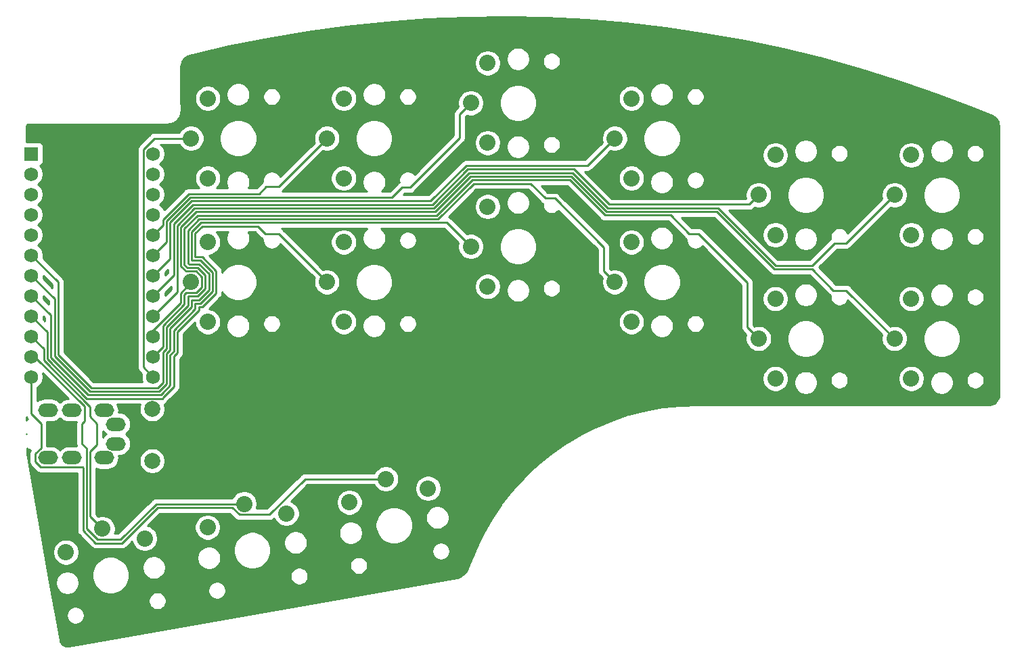
<source format=gtl>
%TF.GenerationSoftware,KiCad,Pcbnew,(5.1.9)-1*%
%TF.CreationDate,2021-04-11T01:29:46-07:00*%
%TF.ProjectId,pyaa,70796161-2e6b-4696-9361-645f70636258,rev?*%
%TF.SameCoordinates,Original*%
%TF.FileFunction,Copper,L1,Top*%
%TF.FilePolarity,Positive*%
%FSLAX46Y46*%
G04 Gerber Fmt 4.6, Leading zero omitted, Abs format (unit mm)*
G04 Created by KiCad (PCBNEW (5.1.9)-1) date 2021-04-11 01:29:46*
%MOMM*%
%LPD*%
G01*
G04 APERTURE LIST*
%TA.AperFunction,ComponentPad*%
%ADD10C,2.000000*%
%TD*%
%TA.AperFunction,ComponentPad*%
%ADD11O,2.500000X1.700000*%
%TD*%
%TA.AperFunction,ComponentPad*%
%ADD12C,2.032000*%
%TD*%
%TA.AperFunction,ComponentPad*%
%ADD13R,1.752600X1.752600*%
%TD*%
%TA.AperFunction,ComponentPad*%
%ADD14C,1.752600*%
%TD*%
%TA.AperFunction,Conductor*%
%ADD15C,0.250000*%
%TD*%
%TA.AperFunction,NonConductor*%
%ADD16C,0.254000*%
%TD*%
%TA.AperFunction,NonConductor*%
%ADD17C,0.100000*%
%TD*%
G04 APERTURE END LIST*
D10*
%TO.P,SW1,2*%
%TO.N,GND*%
X98000000Y-134850000D03*
%TO.P,SW1,1*%
%TO.N,Net-(SW1-Pad1)*%
X98000000Y-128350000D03*
%TD*%
D11*
%TO.P,J1,D*%
%TO.N,VDD*%
X91950000Y-134450000D03*
%TO.P,J1,A*%
%TO.N,Net-(J1-PadA)*%
X93450000Y-130250000D03*
%TO.P,J1,B*%
%TO.N,Net-(J1-PadB)*%
X84950000Y-134450000D03*
%TO.P,J1,C*%
%TO.N,GND*%
X87950000Y-134450000D03*
%TO.P,J1,B*%
%TO.N,Net-(J1-PadB)*%
X84950000Y-128500000D03*
%TO.P,J1,C*%
%TO.N,GND*%
X87950000Y-128500000D03*
%TO.P,J1,D*%
%TO.N,VDD*%
X91950000Y-128500000D03*
%TO.P,J1,A*%
%TO.N,Net-(J1-PadA)*%
X93450000Y-132700000D03*
%TD*%
D12*
%TO.P,K0,2*%
%TO.N,GND*%
X192950000Y-106537500D03*
X192950000Y-96537500D03*
%TO.P,K0,1*%
%TO.N,Net-(K0-Pad1)*%
X190850000Y-101537500D03*
%TD*%
%TO.P,K1,1*%
%TO.N,Net-(K1-Pad1)*%
X190850000Y-119537500D03*
%TO.P,K1,2*%
%TO.N,GND*%
X192950000Y-114537500D03*
X192950000Y-124537500D03*
%TD*%
%TO.P,KA1,1*%
%TO.N,Net-(KA1-Pad1)*%
X109487871Y-140232119D03*
%TO.P,KA1,2*%
%TO.N,GND*%
X114776571Y-141431975D03*
X104928493Y-143168456D03*
%TD*%
%TO.P,KHL1,2*%
%TO.N,GND*%
X121950000Y-99437500D03*
X121950000Y-89437500D03*
%TO.P,KHL1,1*%
%TO.N,Net-(KHL1-Pad1)*%
X119850000Y-94437500D03*
%TD*%
%TO.P,KKL1,1*%
%TO.N,Net-(KKL1-Pad1)*%
X155850000Y-112437500D03*
%TO.P,KKL1,2*%
%TO.N,GND*%
X157950000Y-107437500D03*
X157950000Y-117437500D03*
%TD*%
%TO.P,KN1,1*%
%TO.N,Net-(KN1-Pad1)*%
X127214411Y-137106452D03*
%TO.P,KN1,2*%
%TO.N,GND*%
X132503111Y-138306308D03*
X122655033Y-140042789D03*
%TD*%
%TO.P,KO1,2*%
%TO.N,GND*%
X87201954Y-146294125D03*
X97050032Y-144557644D03*
%TO.P,KO1,1*%
%TO.N,Net-(KO1-Pad1)*%
X91761332Y-143357788D03*
%TD*%
%TO.P,KPL1,1*%
%TO.N,Net-(KPL1-Pad1)*%
X137850000Y-90000000D03*
%TO.P,KPL1,2*%
%TO.N,GND*%
X139950000Y-85000000D03*
X139950000Y-95000000D03*
%TD*%
%TO.P,KRL1,1*%
%TO.N,Net-(KRL1-Pad1)*%
X119850000Y-112437500D03*
%TO.P,KRL1,2*%
%TO.N,GND*%
X121950000Y-107437500D03*
X121950000Y-117437500D03*
%TD*%
%TO.P,KS1,1*%
%TO.N,Net-(KS1-Pad1)*%
X173850000Y-101537500D03*
%TO.P,KS1,2*%
%TO.N,GND*%
X175950000Y-96537500D03*
X175950000Y-106537500D03*
%TD*%
%TO.P,KS2,2*%
%TO.N,GND*%
X175950000Y-124537500D03*
X175950000Y-114537500D03*
%TO.P,KS2,1*%
%TO.N,Net-(KS2-Pad1)*%
X173850000Y-119537500D03*
%TD*%
%TO.P,KST1,1*%
%TO.N,Net-(KST1-Pad1)*%
X102850000Y-94437500D03*
%TO.P,KST1,2*%
%TO.N,GND*%
X104950000Y-89437500D03*
X104950000Y-99437500D03*
%TD*%
%TO.P,KST2,2*%
%TO.N,GND*%
X104950000Y-117437500D03*
X104950000Y-107437500D03*
%TO.P,KST2,1*%
%TO.N,Net-(KST2-Pad1)*%
X102850000Y-112437500D03*
%TD*%
%TO.P,KTL1,2*%
%TO.N,GND*%
X157950000Y-99437500D03*
X157950000Y-89437500D03*
%TO.P,KTL1,1*%
%TO.N,Net-(KTL1-Pad1)*%
X155850000Y-94437500D03*
%TD*%
%TO.P,KWL1,2*%
%TO.N,GND*%
X139950000Y-113000000D03*
X139950000Y-103000000D03*
%TO.P,KWL1,1*%
%TO.N,Net-(KWL1-Pad1)*%
X137850000Y-108000000D03*
%TD*%
D13*
%TO.P,U1,1*%
%TO.N,Net-(U1-Pad1)*%
X82880000Y-96380000D03*
D14*
%TO.P,U1,2*%
%TO.N,Net-(U1-Pad2)*%
X82880000Y-98920000D03*
%TO.P,U1,3*%
%TO.N,GND*%
X82880000Y-101460000D03*
%TO.P,U1,4*%
X82880000Y-104000000D03*
%TO.P,U1,5*%
%TO.N,Net-(J1-PadB)*%
X82880000Y-106540000D03*
%TO.P,U1,6*%
%TO.N,Net-(KS2-Pad1)*%
X82880000Y-109080000D03*
%TO.P,U1,7*%
%TO.N,Net-(KKL1-Pad1)*%
X82880000Y-111620000D03*
%TO.P,U1,8*%
%TO.N,Net-(KWL1-Pad1)*%
X82880000Y-114160000D03*
%TO.P,U1,9*%
%TO.N,Net-(KRL1-Pad1)*%
X82880000Y-116700000D03*
%TO.P,U1,10*%
%TO.N,Net-(KO1-Pad1)*%
X82880000Y-119240000D03*
%TO.P,U1,11*%
%TO.N,Net-(KA1-Pad1)*%
X82880000Y-121780000D03*
%TO.P,U1,13*%
%TO.N,Net-(KST1-Pad1)*%
X98120000Y-124320000D03*
%TO.P,U1,14*%
%TO.N,Net-(K1-Pad1)*%
X98120000Y-121780000D03*
%TO.P,U1,15*%
%TO.N,Net-(KST2-Pad1)*%
X98120000Y-119240000D03*
%TO.P,U1,16*%
%TO.N,Net-(K0-Pad1)*%
X98120000Y-116700000D03*
%TO.P,U1,17*%
%TO.N,Net-(KS1-Pad1)*%
X98120000Y-114160000D03*
%TO.P,U1,18*%
%TO.N,Net-(KTL1-Pad1)*%
X98120000Y-111620000D03*
%TO.P,U1,19*%
%TO.N,Net-(KPL1-Pad1)*%
X98120000Y-109080000D03*
%TO.P,U1,20*%
%TO.N,Net-(KHL1-Pad1)*%
X98120000Y-106540000D03*
%TO.P,U1,21*%
%TO.N,VDD*%
X98120000Y-104000000D03*
%TO.P,U1,22*%
%TO.N,Net-(SW1-Pad1)*%
X98120000Y-101460000D03*
%TO.P,U1,23*%
%TO.N,GND*%
X98120000Y-98920000D03*
%TO.P,U1,12*%
%TO.N,Net-(KN1-Pad1)*%
X82880000Y-124320000D03*
%TO.P,U1,24*%
%TO.N,Net-(U1-Pad24)*%
X98120000Y-96380000D03*
%TD*%
D15*
%TO.N,Net-(K0-Pad1)*%
X183332199Y-107577801D02*
X184809699Y-107577801D01*
X180560000Y-110350000D02*
X183332199Y-107577801D01*
X175960000Y-110350000D02*
X180560000Y-110350000D01*
X168780010Y-103170010D02*
X175960000Y-110350000D01*
X184809699Y-107577801D02*
X190850000Y-101537500D01*
X150573610Y-98750020D02*
X154993600Y-103170010D01*
X137642800Y-98750020D02*
X150573610Y-98750020D01*
X133202782Y-103190038D02*
X137642800Y-98750020D01*
X103284832Y-103190038D02*
X133202782Y-103190038D01*
X101121341Y-105353529D02*
X103284832Y-103190038D01*
X101121341Y-113698659D02*
X101121341Y-105353529D01*
X154993600Y-103170010D02*
X168780010Y-103170010D01*
X98120000Y-116700000D02*
X101121341Y-113698659D01*
%TO.N,Net-(K1-Pad1)*%
X184809699Y-113497199D02*
X190850000Y-119537500D01*
X183217199Y-113497199D02*
X184809699Y-113497199D01*
X180520010Y-110800010D02*
X183217199Y-113497199D01*
X150387210Y-99200030D02*
X154807200Y-103620020D01*
X102206319Y-111096499D02*
X101571351Y-110461531D01*
X102021360Y-114008640D02*
X102251499Y-113778501D01*
X103493681Y-113778501D02*
X104191001Y-113081181D01*
X102251499Y-113778501D02*
X103493681Y-113778501D01*
X104191001Y-113081181D02*
X104191001Y-111793819D01*
X101571351Y-105558649D02*
X103489952Y-103640048D01*
X104191001Y-111793819D02*
X103493681Y-111096499D01*
X103493681Y-111096499D02*
X102206319Y-111096499D01*
X101571351Y-110461531D02*
X101571351Y-105558649D01*
X154807200Y-103620020D02*
X168593610Y-103620020D01*
X175773600Y-110800010D02*
X180520010Y-110800010D01*
X168593610Y-103620020D02*
X175773600Y-110800010D01*
X103489952Y-103640048D02*
X133389183Y-103640047D01*
X137829200Y-99200030D02*
X150387210Y-99200030D01*
X133389183Y-103640047D02*
X137829200Y-99200030D01*
X99321301Y-120578699D02*
X99321301Y-117913035D01*
X98120000Y-121780000D02*
X99321301Y-120578699D01*
X102021360Y-115212976D02*
X102021360Y-114008640D01*
X99321301Y-117913035D02*
X102021360Y-115212976D01*
%TO.N,Net-(KA1-Pad1)*%
X89224999Y-130155999D02*
X89224999Y-132734999D01*
X89525010Y-129855988D02*
X89224999Y-130155999D01*
X89224999Y-132734999D02*
X89774980Y-133284980D01*
X91117651Y-144698789D02*
X94001211Y-144698789D01*
X89774981Y-143356119D02*
X91117651Y-144698789D01*
X98467881Y-140232119D02*
X109487871Y-140232119D01*
X94001211Y-144698789D02*
X98467881Y-140232119D01*
X82880000Y-121780000D02*
X83241715Y-121780000D01*
X82880000Y-121780000D02*
X83291715Y-121780000D01*
X83291715Y-121780000D02*
X89525010Y-128013295D01*
X89525010Y-128013295D02*
X89525010Y-129855988D01*
X89774981Y-135808571D02*
X89774981Y-143356119D01*
X89774980Y-133284980D02*
X89774981Y-135808571D01*
%TO.N,Net-(KHL1-Pad1)*%
X99321301Y-105338699D02*
X98120000Y-106540000D01*
X99321301Y-104607929D02*
X102539230Y-101390000D01*
X99321301Y-105338699D02*
X99321301Y-104607929D01*
X102539230Y-101390000D02*
X111350000Y-101390000D01*
X112262199Y-100477801D02*
X113809699Y-100477801D01*
X111350000Y-101390000D02*
X112262199Y-100477801D01*
X113809699Y-100477801D02*
X119850000Y-94437500D01*
%TO.N,Net-(KKL1-Pad1)*%
X154460000Y-111047500D02*
X155850000Y-112437500D01*
X148343745Y-101959699D02*
X154460000Y-108075954D01*
X138202000Y-100100050D02*
X145310050Y-100100050D01*
X102471371Y-105945039D02*
X103876342Y-104540068D01*
X133761983Y-104540067D02*
X138202000Y-100100050D01*
X102596479Y-110196479D02*
X102471371Y-110071371D01*
X103866481Y-110196479D02*
X102596479Y-110196479D01*
X103876342Y-104540068D02*
X133761983Y-104540067D01*
X105091019Y-111421017D02*
X103866481Y-110196479D01*
X82880000Y-111620000D02*
X85769092Y-114509092D01*
X147169699Y-101959699D02*
X148343745Y-101959699D01*
X99771311Y-125225037D02*
X99771311Y-121401509D01*
X154460000Y-108075954D02*
X154460000Y-111047500D01*
X99771311Y-121401509D02*
X100221321Y-120951499D01*
X98876358Y-126119990D02*
X99771311Y-125225037D01*
X102471371Y-110071371D02*
X102471371Y-105945039D01*
X103866483Y-114678519D02*
X105091020Y-113453980D01*
X100221321Y-120951499D02*
X100221321Y-118285835D01*
X145310050Y-100100050D02*
X147169699Y-101959699D01*
X100221321Y-118285835D02*
X102921380Y-115585776D01*
X102921380Y-114678520D02*
X103866483Y-114678519D01*
X102921380Y-115585776D02*
X102921380Y-114678520D01*
X105091020Y-113453980D02*
X105091019Y-111421017D01*
X85769092Y-114509092D02*
X85769092Y-121711737D01*
X90177345Y-126119990D02*
X98876358Y-126119990D01*
X85769092Y-121711737D02*
X90177345Y-126119990D01*
%TO.N,Net-(KN1-Pad1)*%
X90931251Y-145148799D02*
X94187612Y-145148798D01*
X89324972Y-143542520D02*
X90931251Y-145148799D01*
X94187612Y-145148798D02*
X98654281Y-140682129D01*
X98654281Y-140682129D02*
X108002129Y-140682129D01*
X117117412Y-137106452D02*
X127214411Y-137106452D01*
X112650744Y-141573120D02*
X117117412Y-137106452D01*
X108893120Y-141573120D02*
X112650744Y-141573120D01*
X108002129Y-140682129D02*
X108893120Y-141573120D01*
X89275010Y-135625010D02*
X89324971Y-135674971D01*
X89324971Y-135674971D02*
X89324972Y-143542520D01*
X84063295Y-135625010D02*
X89275010Y-135625010D01*
X83374990Y-134936705D02*
X84063295Y-135625010D01*
X83374990Y-133963295D02*
X83374990Y-134936705D01*
X84075001Y-133263284D02*
X83374990Y-133963295D01*
X84075001Y-130155999D02*
X84075001Y-133263284D01*
X82880000Y-128960998D02*
X84075001Y-130155999D01*
X82880000Y-124320000D02*
X82880000Y-128960998D01*
%TO.N,Net-(KO1-Pad1)*%
X91075001Y-130155999D02*
X91075001Y-132794001D01*
X90224989Y-141821445D02*
X91761332Y-143357788D01*
X82880000Y-119240000D02*
X84419062Y-120779062D01*
X84419062Y-120779062D02*
X84419062Y-122270937D01*
X91075001Y-132794001D02*
X90224989Y-133644012D01*
X90224989Y-133644012D02*
X90224989Y-141821445D01*
X90224990Y-129305988D02*
X91075001Y-130155999D01*
X84419062Y-122270937D02*
X90224990Y-128076865D01*
X90224990Y-128076865D02*
X90224990Y-129305988D01*
%TO.N,Net-(KPL1-Pad1)*%
X136460000Y-94340000D02*
X136460000Y-91390000D01*
X136460000Y-91390000D02*
X137850000Y-90000000D01*
X99771311Y-104794329D02*
X102725630Y-101840010D01*
X99771311Y-107428689D02*
X99771311Y-104794329D01*
X98120000Y-109080000D02*
X99771311Y-107428689D01*
X102725630Y-101840010D02*
X128009990Y-101840010D01*
X136460000Y-94361546D02*
X136460000Y-91390000D01*
X130231546Y-100590000D02*
X136460000Y-94361546D01*
X129260000Y-100590000D02*
X130231546Y-100590000D01*
X128009990Y-101840010D02*
X129260000Y-100590000D01*
%TO.N,Net-(KRL1-Pad1)*%
X111190086Y-105440086D02*
X112147199Y-106397199D01*
X104269914Y-105440086D02*
X111190086Y-105440086D01*
X103371391Y-106338609D02*
X104269914Y-105440086D01*
X103376459Y-109296459D02*
X103371391Y-109291391D01*
X104239281Y-109296459D02*
X103376459Y-109296459D01*
X105991037Y-111048215D02*
X104239281Y-109296459D01*
X105991038Y-113826778D02*
X105991037Y-111048215D01*
X103371391Y-109291391D02*
X103371391Y-106338609D01*
X104239285Y-115578535D02*
X105991038Y-113826778D01*
X112147199Y-106397199D02*
X113809699Y-106397199D01*
X113809699Y-106397199D02*
X119850000Y-112437500D01*
X82880000Y-116700000D02*
X84869072Y-118689072D01*
X100690000Y-121755640D02*
X101121341Y-121324299D01*
X100690000Y-125579168D02*
X100690000Y-121755640D01*
X103821400Y-115958576D02*
X103821400Y-115608600D01*
X101121341Y-121324299D02*
X101121341Y-118658635D01*
X101121341Y-118658635D02*
X103821400Y-115958576D01*
X103821400Y-115608600D02*
X103851464Y-115578536D01*
X103851464Y-115578536D02*
X104239285Y-115578535D01*
X99244169Y-127024999D02*
X99594584Y-126674584D01*
X99594584Y-126674584D02*
X100690000Y-125579168D01*
X99344170Y-126924998D02*
X99594584Y-126674584D01*
X84869072Y-118689072D02*
X84869072Y-122084537D01*
X89809534Y-127024999D02*
X99244169Y-127024999D01*
X84869072Y-122084537D02*
X89809534Y-127024999D01*
%TO.N,Net-(KS1-Pad1)*%
X98120000Y-114160000D02*
X100671331Y-111608669D01*
X100671331Y-111608669D02*
X100671331Y-105167129D01*
X103098430Y-102740030D02*
X133016381Y-102740029D01*
X100671331Y-105167129D02*
X103098430Y-102740030D01*
X133016381Y-102740029D02*
X137456400Y-98300010D01*
X137456400Y-98300010D02*
X150760010Y-98300010D01*
X150760010Y-98300010D02*
X155180000Y-102720000D01*
X172667500Y-102720000D02*
X173850000Y-101537500D01*
X155180000Y-102720000D02*
X172667500Y-102720000D01*
%TO.N,Net-(KS2-Pad1)*%
X172440000Y-112493454D02*
X172440000Y-118127500D01*
X154620800Y-104070030D02*
X162840030Y-104070030D01*
X150200810Y-99650040D02*
X154620800Y-104070030D01*
X133575582Y-104090058D02*
X138015600Y-99650040D01*
X138015600Y-99650040D02*
X150200810Y-99650040D01*
X103689942Y-104090058D02*
X133575582Y-104090058D01*
X102021361Y-105758639D02*
X103689942Y-104090058D01*
X102021361Y-110275131D02*
X102021361Y-105758639D01*
X172440000Y-118127500D02*
X173850000Y-119537500D01*
X102392719Y-110646489D02*
X102021361Y-110275131D01*
X166343745Y-106397199D02*
X172440000Y-112493454D01*
X103680081Y-110646489D02*
X102392719Y-110646489D01*
X104641010Y-111607418D02*
X103680081Y-110646489D01*
X99771311Y-120765099D02*
X99771311Y-118099435D01*
X86219102Y-112419102D02*
X86219102Y-121525337D01*
X102471370Y-115399376D02*
X102471370Y-114228511D01*
X99321301Y-125038637D02*
X99321301Y-121215109D01*
X165167199Y-106397199D02*
X166343745Y-106397199D01*
X104641011Y-113267581D02*
X104641010Y-111607418D01*
X98689958Y-125669980D02*
X99321301Y-125038637D01*
X162840030Y-104070030D02*
X165167199Y-106397199D01*
X82880000Y-109080000D02*
X86219102Y-112419102D01*
X99321301Y-121215109D02*
X99771311Y-120765099D01*
X102471370Y-114228511D02*
X103680082Y-114228510D01*
X99771311Y-118099435D02*
X102471370Y-115399376D01*
X103680082Y-114228510D02*
X104641011Y-113267581D01*
X90363745Y-125669980D02*
X98689958Y-125669980D01*
X86219102Y-121525337D02*
X90363745Y-125669980D01*
%TO.N,Net-(KST1-Pad1)*%
X98284574Y-94437500D02*
X102850000Y-94437500D01*
X96918699Y-95803375D02*
X98284574Y-94437500D01*
X96918699Y-123118699D02*
X96918699Y-95803375D01*
X98120000Y-124320000D02*
X96918699Y-123118699D01*
%TO.N,Net-(KST2-Pad1)*%
X98120000Y-118477926D02*
X101571350Y-115026576D01*
X98120000Y-119240000D02*
X98120000Y-118477926D01*
X101571351Y-113822239D02*
X102850000Y-112543590D01*
X102850000Y-112543590D02*
X102850000Y-112437500D01*
X101571350Y-115026576D02*
X101571351Y-113822239D01*
%TO.N,Net-(KTL1-Pad1)*%
X100221321Y-104980729D02*
X102912030Y-102290020D01*
X100221321Y-109518679D02*
X100221321Y-104980729D01*
X98120000Y-111620000D02*
X100221321Y-109518679D01*
X102912030Y-102290020D02*
X132829980Y-102290020D01*
X132829980Y-102290020D02*
X137270000Y-97850000D01*
X152437500Y-97850000D02*
X155850000Y-94437500D01*
X137270000Y-97850000D02*
X152437500Y-97850000D01*
%TO.N,Net-(KWL1-Pad1)*%
X134840076Y-104990076D02*
X137850000Y-108000000D01*
X104079924Y-104990076D02*
X134840076Y-104990076D01*
X102938561Y-106131439D02*
X104079924Y-104990076D01*
X102936469Y-109746469D02*
X102921381Y-109731381D01*
X104052881Y-109746469D02*
X102936469Y-109746469D01*
X103381472Y-115128528D02*
X104052884Y-115128527D01*
X102921381Y-106131439D02*
X102938561Y-106131439D01*
X100671331Y-121137899D02*
X100671331Y-118472235D01*
X105541029Y-113640379D02*
X105541028Y-111234616D01*
X103371390Y-115138610D02*
X103381472Y-115128528D01*
X100221321Y-121587909D02*
X100671331Y-121137899D01*
X105541028Y-111234616D02*
X104052881Y-109746469D01*
X100671331Y-118472235D02*
X103371390Y-115772176D01*
X103371390Y-115772176D02*
X103371390Y-115138610D01*
X102921381Y-109731381D02*
X102921381Y-106131439D01*
X104052884Y-115128527D02*
X105541029Y-113640379D01*
X99062758Y-126570000D02*
X99266379Y-126366379D01*
X99266379Y-126366379D02*
X100221321Y-125411437D01*
X99157769Y-126474989D02*
X99266379Y-126366379D01*
X82880000Y-114160000D02*
X85319082Y-116599082D01*
X100221321Y-125411437D02*
X100221321Y-121587909D01*
X85319082Y-116599082D02*
X85319082Y-121898137D01*
X89990945Y-126570000D02*
X99062758Y-126570000D01*
X85319082Y-121898137D02*
X89990945Y-126570000D01*
%TD*%
D16*
X147255334Y-79338043D02*
X152244841Y-79597548D01*
X157223715Y-80013646D01*
X162187094Y-80585934D01*
X167130000Y-81313836D01*
X172047622Y-82196643D01*
X176935099Y-83233482D01*
X181787595Y-84423329D01*
X186600316Y-85765008D01*
X191368514Y-87257194D01*
X196087489Y-88898417D01*
X200754985Y-90687976D01*
X203045675Y-91628800D01*
X203305079Y-91766974D01*
X203508387Y-91933040D01*
X203675563Y-92135426D01*
X203800250Y-92366441D01*
X203877690Y-92617266D01*
X203908001Y-92907729D01*
X203917747Y-126483290D01*
X203885172Y-126771001D01*
X203805540Y-127021128D01*
X203678844Y-127251020D01*
X203509903Y-127451932D01*
X203305153Y-127616205D01*
X203072404Y-127737575D01*
X202820509Y-127811427D01*
X202526345Y-127837890D01*
X166128156Y-127827992D01*
X166118011Y-127828988D01*
X164111674Y-127891221D01*
X164108987Y-127891403D01*
X164106319Y-127891410D01*
X164065462Y-127894301D01*
X161914721Y-128114566D01*
X161911342Y-128115038D01*
X161907932Y-128115297D01*
X161867396Y-128121172D01*
X159738562Y-128498362D01*
X159735215Y-128499082D01*
X159731845Y-128499589D01*
X159691991Y-128508386D01*
X159691849Y-128508417D01*
X159691830Y-128508423D01*
X157596357Y-129040507D01*
X157593067Y-129041472D01*
X157589748Y-129042223D01*
X157550506Y-129053956D01*
X155499609Y-129738087D01*
X155496406Y-129739288D01*
X155493143Y-129740282D01*
X155454866Y-129754858D01*
X153459583Y-130587355D01*
X153456473Y-130588789D01*
X153453295Y-130590018D01*
X153416187Y-130607358D01*
X151487233Y-131583751D01*
X151484234Y-131585410D01*
X151481158Y-131586867D01*
X151445566Y-131606797D01*
X151445420Y-131606878D01*
X151445400Y-131606891D01*
X149593155Y-132721921D01*
X149590284Y-132723796D01*
X149587324Y-132725474D01*
X149553148Y-132748049D01*
X147787522Y-133995754D01*
X147784801Y-133997831D01*
X147781967Y-133999724D01*
X147749536Y-134024742D01*
X146080029Y-135398408D01*
X146077466Y-135400679D01*
X146074780Y-135402774D01*
X146044268Y-135430100D01*
X144479851Y-136922349D01*
X144477465Y-136924798D01*
X144474935Y-136927088D01*
X144446507Y-136956575D01*
X142995581Y-138559391D01*
X142993384Y-138562004D01*
X142991025Y-138564477D01*
X142964832Y-138595967D01*
X141635190Y-140300742D01*
X141633182Y-140303520D01*
X141631020Y-140306148D01*
X141607204Y-140339471D01*
X140405987Y-142137048D01*
X140404195Y-142139955D01*
X140402223Y-142142745D01*
X140380912Y-142177723D01*
X139314572Y-144058449D01*
X139312997Y-144061480D01*
X139311235Y-144064407D01*
X139292583Y-144100774D01*
X139292543Y-144100851D01*
X139292543Y-144100852D01*
X138366808Y-146054623D01*
X138365460Y-146057761D01*
X138363917Y-146060808D01*
X138347944Y-146098525D01*
X137579200Y-148085348D01*
X137576695Y-148091031D01*
X137394166Y-148513032D01*
X137169438Y-148838916D01*
X136885692Y-149114942D01*
X136553741Y-149330596D01*
X136166345Y-149485621D01*
X136062494Y-149512182D01*
X87572265Y-158049123D01*
X87357805Y-158065465D01*
X87175915Y-158043640D01*
X87001725Y-157986899D01*
X86841874Y-157897405D01*
X86702450Y-157778570D01*
X86588765Y-157634916D01*
X86505145Y-157471912D01*
X86446488Y-157266777D01*
X85890125Y-154100253D01*
X87252182Y-154100253D01*
X87252182Y-154321327D01*
X87295312Y-154538153D01*
X87379913Y-154742398D01*
X87502735Y-154926214D01*
X87659058Y-155082537D01*
X87842874Y-155205359D01*
X88047119Y-155289960D01*
X88263945Y-155333090D01*
X88485019Y-155333090D01*
X88701845Y-155289960D01*
X88906090Y-155205359D01*
X89089906Y-155082537D01*
X89246229Y-154926214D01*
X89369051Y-154742398D01*
X89453652Y-154538153D01*
X89496782Y-154321327D01*
X89496782Y-154100253D01*
X89453652Y-153883427D01*
X89369051Y-153679182D01*
X89246229Y-153495366D01*
X89089906Y-153339043D01*
X88906090Y-153216221D01*
X88701845Y-153131620D01*
X88485019Y-153088490D01*
X88263945Y-153088490D01*
X88047119Y-153131620D01*
X87842874Y-153216221D01*
X87659058Y-153339043D01*
X87502735Y-153495366D01*
X87379913Y-153679182D01*
X87295312Y-153883427D01*
X87252182Y-154100253D01*
X85890125Y-154100253D01*
X85571598Y-152287366D01*
X97533575Y-152287366D01*
X97533575Y-152508440D01*
X97576705Y-152725266D01*
X97661306Y-152929511D01*
X97784128Y-153113327D01*
X97940451Y-153269650D01*
X98124267Y-153392472D01*
X98328512Y-153477073D01*
X98545338Y-153520203D01*
X98766412Y-153520203D01*
X98983238Y-153477073D01*
X99187483Y-153392472D01*
X99371299Y-153269650D01*
X99527622Y-153113327D01*
X99650444Y-152929511D01*
X99735045Y-152725266D01*
X99778175Y-152508440D01*
X99778175Y-152287366D01*
X99735045Y-152070540D01*
X99650444Y-151866295D01*
X99527622Y-151682479D01*
X99371299Y-151526156D01*
X99187483Y-151403334D01*
X98983238Y-151318733D01*
X98766412Y-151275603D01*
X98545338Y-151275603D01*
X98328512Y-151318733D01*
X98124267Y-151403334D01*
X97940451Y-151526156D01*
X97784128Y-151682479D01*
X97661306Y-151866295D01*
X97576705Y-152070540D01*
X97533575Y-152287366D01*
X85571598Y-152287366D01*
X85165777Y-149977659D01*
X85891513Y-149977659D01*
X85891513Y-150268779D01*
X85948308Y-150554307D01*
X86059715Y-150823267D01*
X86221453Y-151065325D01*
X86427307Y-151271179D01*
X86669365Y-151432917D01*
X86938325Y-151544324D01*
X87223853Y-151601119D01*
X87514973Y-151601119D01*
X87800501Y-151544324D01*
X88069461Y-151432917D01*
X88311519Y-151271179D01*
X88517373Y-151065325D01*
X88679111Y-150823267D01*
X88790518Y-150554307D01*
X88847313Y-150268779D01*
X88847313Y-149977659D01*
X88790518Y-149692131D01*
X88679111Y-149423171D01*
X88517373Y-149181113D01*
X88311519Y-148975259D01*
X88255063Y-148937536D01*
X90444356Y-148937536D01*
X90444356Y-149398772D01*
X90534338Y-149851144D01*
X90710845Y-150277270D01*
X90967094Y-150660774D01*
X91293236Y-150986916D01*
X91676740Y-151243165D01*
X92102866Y-151419672D01*
X92555238Y-151509654D01*
X93016474Y-151509654D01*
X93468846Y-151419672D01*
X93894972Y-151243165D01*
X94278476Y-150986916D01*
X94290808Y-150974584D01*
X104978721Y-150974584D01*
X104978721Y-151195658D01*
X105021851Y-151412484D01*
X105106452Y-151616729D01*
X105229274Y-151800545D01*
X105385597Y-151956868D01*
X105569413Y-152079690D01*
X105773658Y-152164291D01*
X105990484Y-152207421D01*
X106211558Y-152207421D01*
X106428384Y-152164291D01*
X106632629Y-152079690D01*
X106816445Y-151956868D01*
X106972768Y-151800545D01*
X107095590Y-151616729D01*
X107180191Y-151412484D01*
X107223321Y-151195658D01*
X107223321Y-150974584D01*
X107180191Y-150757758D01*
X107095590Y-150553513D01*
X106972768Y-150369697D01*
X106816445Y-150213374D01*
X106632629Y-150090552D01*
X106428384Y-150005951D01*
X106211558Y-149962821D01*
X105990484Y-149962821D01*
X105773658Y-150005951D01*
X105569413Y-150090552D01*
X105385597Y-150213374D01*
X105229274Y-150369697D01*
X105106452Y-150553513D01*
X105021851Y-150757758D01*
X104978721Y-150974584D01*
X94290808Y-150974584D01*
X94604618Y-150660774D01*
X94860867Y-150277270D01*
X95037374Y-149851144D01*
X95127356Y-149398772D01*
X95127356Y-148937536D01*
X95037374Y-148485164D01*
X94864385Y-148067529D01*
X96724399Y-148067529D01*
X96724399Y-148358649D01*
X96781194Y-148644177D01*
X96892601Y-148913137D01*
X97054339Y-149155195D01*
X97260193Y-149361049D01*
X97502251Y-149522787D01*
X97771211Y-149634194D01*
X98056739Y-149690989D01*
X98347859Y-149690989D01*
X98633387Y-149634194D01*
X98902347Y-149522787D01*
X99144405Y-149361049D01*
X99343757Y-149161697D01*
X115260114Y-149161697D01*
X115260114Y-149382771D01*
X115303244Y-149599597D01*
X115387845Y-149803842D01*
X115510667Y-149987658D01*
X115666990Y-150143981D01*
X115850806Y-150266803D01*
X116055051Y-150351404D01*
X116271877Y-150394534D01*
X116492951Y-150394534D01*
X116709777Y-150351404D01*
X116914022Y-150266803D01*
X117097838Y-150143981D01*
X117254161Y-149987658D01*
X117376983Y-149803842D01*
X117461584Y-149599597D01*
X117504714Y-149382771D01*
X117504714Y-149161697D01*
X117461584Y-148944871D01*
X117376983Y-148740626D01*
X117254161Y-148556810D01*
X117097838Y-148400487D01*
X116914022Y-148277665D01*
X116709777Y-148193064D01*
X116492951Y-148149934D01*
X116271877Y-148149934D01*
X116055051Y-148193064D01*
X115850806Y-148277665D01*
X115666990Y-148400487D01*
X115510667Y-148556810D01*
X115387845Y-148740626D01*
X115303244Y-148944871D01*
X115260114Y-149161697D01*
X99343757Y-149161697D01*
X99350259Y-149155195D01*
X99511997Y-148913137D01*
X99623404Y-148644177D01*
X99680199Y-148358649D01*
X99680199Y-148067529D01*
X99623404Y-147782001D01*
X99511997Y-147513041D01*
X99350259Y-147270983D01*
X99144405Y-147065129D01*
X98902347Y-146903391D01*
X98778255Y-146851990D01*
X103618052Y-146851990D01*
X103618052Y-147143110D01*
X103674847Y-147428638D01*
X103786254Y-147697598D01*
X103947992Y-147939656D01*
X104153846Y-148145510D01*
X104395904Y-148307248D01*
X104664864Y-148418655D01*
X104950392Y-148475450D01*
X105241512Y-148475450D01*
X105527040Y-148418655D01*
X105796000Y-148307248D01*
X106038058Y-148145510D01*
X106243912Y-147939656D01*
X106405650Y-147697598D01*
X106517057Y-147428638D01*
X106573852Y-147143110D01*
X106573852Y-146851990D01*
X106517057Y-146566462D01*
X106405650Y-146297502D01*
X106243912Y-146055444D01*
X106038058Y-145849590D01*
X105981602Y-145811867D01*
X108170895Y-145811867D01*
X108170895Y-146273103D01*
X108260877Y-146725475D01*
X108437384Y-147151601D01*
X108693633Y-147535105D01*
X109019775Y-147861247D01*
X109403279Y-148117496D01*
X109829405Y-148294003D01*
X110281777Y-148383985D01*
X110743013Y-148383985D01*
X111195385Y-148294003D01*
X111621511Y-148117496D01*
X112005015Y-147861247D01*
X112017345Y-147848917D01*
X122705261Y-147848917D01*
X122705261Y-148069991D01*
X122748391Y-148286817D01*
X122832992Y-148491062D01*
X122955814Y-148674878D01*
X123112137Y-148831201D01*
X123295953Y-148954023D01*
X123500198Y-149038624D01*
X123717024Y-149081754D01*
X123938098Y-149081754D01*
X124154924Y-149038624D01*
X124359169Y-148954023D01*
X124542985Y-148831201D01*
X124699308Y-148674878D01*
X124822130Y-148491062D01*
X124906731Y-148286817D01*
X124949861Y-148069991D01*
X124949861Y-147848917D01*
X124906731Y-147632091D01*
X124822130Y-147427846D01*
X124699308Y-147244030D01*
X124542985Y-147087707D01*
X124359169Y-146964885D01*
X124154924Y-146880284D01*
X123938098Y-146837154D01*
X123717024Y-146837154D01*
X123500198Y-146880284D01*
X123295953Y-146964885D01*
X123112137Y-147087707D01*
X122955814Y-147244030D01*
X122832992Y-147427846D01*
X122748391Y-147632091D01*
X122705261Y-147848917D01*
X112017345Y-147848917D01*
X112331157Y-147535105D01*
X112587406Y-147151601D01*
X112763913Y-146725475D01*
X112853895Y-146273103D01*
X112853895Y-145811867D01*
X112763913Y-145359495D01*
X112590924Y-144941860D01*
X114450938Y-144941860D01*
X114450938Y-145232980D01*
X114507733Y-145518508D01*
X114619140Y-145787468D01*
X114780878Y-146029526D01*
X114986732Y-146235380D01*
X115228790Y-146397118D01*
X115497750Y-146508525D01*
X115783278Y-146565320D01*
X116074398Y-146565320D01*
X116359926Y-146508525D01*
X116628886Y-146397118D01*
X116870944Y-146235380D01*
X117070294Y-146036030D01*
X132986654Y-146036030D01*
X132986654Y-146257104D01*
X133029784Y-146473930D01*
X133114385Y-146678175D01*
X133237207Y-146861991D01*
X133393530Y-147018314D01*
X133577346Y-147141136D01*
X133781591Y-147225737D01*
X133998417Y-147268867D01*
X134219491Y-147268867D01*
X134436317Y-147225737D01*
X134640562Y-147141136D01*
X134824378Y-147018314D01*
X134980701Y-146861991D01*
X135103523Y-146678175D01*
X135188124Y-146473930D01*
X135231254Y-146257104D01*
X135231254Y-146036030D01*
X135188124Y-145819204D01*
X135103523Y-145614959D01*
X134980701Y-145431143D01*
X134824378Y-145274820D01*
X134640562Y-145151998D01*
X134436317Y-145067397D01*
X134219491Y-145024267D01*
X133998417Y-145024267D01*
X133781591Y-145067397D01*
X133577346Y-145151998D01*
X133393530Y-145274820D01*
X133237207Y-145431143D01*
X133114385Y-145614959D01*
X133029784Y-145819204D01*
X132986654Y-146036030D01*
X117070294Y-146036030D01*
X117076798Y-146029526D01*
X117238536Y-145787468D01*
X117349943Y-145518508D01*
X117406738Y-145232980D01*
X117406738Y-144941860D01*
X117349943Y-144656332D01*
X117238536Y-144387372D01*
X117076798Y-144145314D01*
X116870944Y-143939460D01*
X116628886Y-143777722D01*
X116504798Y-143726323D01*
X121344592Y-143726323D01*
X121344592Y-144017443D01*
X121401387Y-144302971D01*
X121512794Y-144571931D01*
X121674532Y-144813989D01*
X121880386Y-145019843D01*
X122122444Y-145181581D01*
X122391404Y-145292988D01*
X122676932Y-145349783D01*
X122968052Y-145349783D01*
X123253580Y-145292988D01*
X123522540Y-145181581D01*
X123764598Y-145019843D01*
X123970452Y-144813989D01*
X124132190Y-144571931D01*
X124243597Y-144302971D01*
X124300392Y-144017443D01*
X124300392Y-143726323D01*
X124243597Y-143440795D01*
X124132190Y-143171835D01*
X123970452Y-142929777D01*
X123764598Y-142723923D01*
X123708142Y-142686200D01*
X125897435Y-142686200D01*
X125897435Y-143147436D01*
X125987417Y-143599808D01*
X126163924Y-144025934D01*
X126420173Y-144409438D01*
X126746315Y-144735580D01*
X127129819Y-144991829D01*
X127555945Y-145168336D01*
X128008317Y-145258318D01*
X128469553Y-145258318D01*
X128921925Y-145168336D01*
X129348051Y-144991829D01*
X129731555Y-144735580D01*
X130057697Y-144409438D01*
X130313946Y-144025934D01*
X130490453Y-143599808D01*
X130580435Y-143147436D01*
X130580435Y-142686200D01*
X130490453Y-142233828D01*
X130317464Y-141816193D01*
X132177478Y-141816193D01*
X132177478Y-142107313D01*
X132234273Y-142392841D01*
X132345680Y-142661801D01*
X132507418Y-142903859D01*
X132713272Y-143109713D01*
X132955330Y-143271451D01*
X133224290Y-143382858D01*
X133509818Y-143439653D01*
X133800938Y-143439653D01*
X134086466Y-143382858D01*
X134355426Y-143271451D01*
X134597484Y-143109713D01*
X134803338Y-142903859D01*
X134965076Y-142661801D01*
X135076483Y-142392841D01*
X135133278Y-142107313D01*
X135133278Y-141816193D01*
X135076483Y-141530665D01*
X134965076Y-141261705D01*
X134803338Y-141019647D01*
X134597484Y-140813793D01*
X134355426Y-140652055D01*
X134086466Y-140540648D01*
X133800938Y-140483853D01*
X133509818Y-140483853D01*
X133224290Y-140540648D01*
X132955330Y-140652055D01*
X132713272Y-140813793D01*
X132507418Y-141019647D01*
X132345680Y-141261705D01*
X132234273Y-141530665D01*
X132177478Y-141816193D01*
X130317464Y-141816193D01*
X130313946Y-141807702D01*
X130057697Y-141424198D01*
X129731555Y-141098056D01*
X129348051Y-140841807D01*
X128921925Y-140665300D01*
X128469553Y-140575318D01*
X128008317Y-140575318D01*
X127555945Y-140665300D01*
X127129819Y-140841807D01*
X126746315Y-141098056D01*
X126420173Y-141424198D01*
X126163924Y-141807702D01*
X125987417Y-142233828D01*
X125897435Y-142686200D01*
X123708142Y-142686200D01*
X123522540Y-142562185D01*
X123253580Y-142450778D01*
X122968052Y-142393983D01*
X122676932Y-142393983D01*
X122391404Y-142450778D01*
X122122444Y-142562185D01*
X121880386Y-142723923D01*
X121674532Y-142929777D01*
X121512794Y-143171835D01*
X121401387Y-143440795D01*
X121344592Y-143726323D01*
X116504798Y-143726323D01*
X116359926Y-143666315D01*
X116074398Y-143609520D01*
X115783278Y-143609520D01*
X115497750Y-143666315D01*
X115228790Y-143777722D01*
X114986732Y-143939460D01*
X114780878Y-144145314D01*
X114619140Y-144387372D01*
X114507733Y-144656332D01*
X114450938Y-144941860D01*
X112590924Y-144941860D01*
X112587406Y-144933369D01*
X112331157Y-144549865D01*
X112005015Y-144223723D01*
X111621511Y-143967474D01*
X111195385Y-143790967D01*
X110743013Y-143700985D01*
X110281777Y-143700985D01*
X109829405Y-143790967D01*
X109403279Y-143967474D01*
X109019775Y-144223723D01*
X108693633Y-144549865D01*
X108437384Y-144933369D01*
X108260877Y-145359495D01*
X108170895Y-145811867D01*
X105981602Y-145811867D01*
X105796000Y-145687852D01*
X105527040Y-145576445D01*
X105241512Y-145519650D01*
X104950392Y-145519650D01*
X104664864Y-145576445D01*
X104395904Y-145687852D01*
X104153846Y-145849590D01*
X103947992Y-146055444D01*
X103786254Y-146297502D01*
X103674847Y-146566462D01*
X103618052Y-146851990D01*
X98778255Y-146851990D01*
X98633387Y-146791984D01*
X98347859Y-146735189D01*
X98056739Y-146735189D01*
X97771211Y-146791984D01*
X97502251Y-146903391D01*
X97260193Y-147065129D01*
X97054339Y-147270983D01*
X96892601Y-147513041D01*
X96781194Y-147782001D01*
X96724399Y-148067529D01*
X94864385Y-148067529D01*
X94860867Y-148059038D01*
X94604618Y-147675534D01*
X94278476Y-147349392D01*
X93894972Y-147093143D01*
X93468846Y-146916636D01*
X93016474Y-146826654D01*
X92555238Y-146826654D01*
X92102866Y-146916636D01*
X91676740Y-147093143D01*
X91293236Y-147349392D01*
X90967094Y-147675534D01*
X90710845Y-148059038D01*
X90534338Y-148485164D01*
X90444356Y-148937536D01*
X88255063Y-148937536D01*
X88069461Y-148813521D01*
X87800501Y-148702114D01*
X87514973Y-148645319D01*
X87223853Y-148645319D01*
X86938325Y-148702114D01*
X86669365Y-148813521D01*
X86427307Y-148975259D01*
X86221453Y-149181113D01*
X86059715Y-149423171D01*
X85948308Y-149692131D01*
X85891513Y-149977659D01*
X85165777Y-149977659D01*
X84490141Y-146132304D01*
X85558954Y-146132304D01*
X85558954Y-146455946D01*
X85622093Y-146773370D01*
X85745946Y-147072377D01*
X85925752Y-147341477D01*
X86154602Y-147570327D01*
X86423702Y-147750133D01*
X86722709Y-147873986D01*
X87040133Y-147937125D01*
X87363775Y-147937125D01*
X87681199Y-147873986D01*
X87980206Y-147750133D01*
X88249306Y-147570327D01*
X88478156Y-147341477D01*
X88657962Y-147072377D01*
X88781815Y-146773370D01*
X88844954Y-146455946D01*
X88844954Y-146132304D01*
X88781815Y-145814880D01*
X88657962Y-145515873D01*
X88478156Y-145246773D01*
X88249306Y-145017923D01*
X87980206Y-144838117D01*
X87681199Y-144714264D01*
X87363775Y-144651125D01*
X87040133Y-144651125D01*
X86722709Y-144714264D01*
X86423702Y-144838117D01*
X86154602Y-145017923D01*
X85925752Y-145246773D01*
X85745946Y-145515873D01*
X85622093Y-145814880D01*
X85558954Y-146132304D01*
X84490141Y-146132304D01*
X82350308Y-133953531D01*
X82329790Y-133265030D01*
X82367833Y-133303073D01*
X82568798Y-133437353D01*
X82766570Y-133519273D01*
X82746700Y-133543485D01*
X82712711Y-133607075D01*
X82676872Y-133674126D01*
X82633871Y-133815878D01*
X82625784Y-133897990D01*
X82619352Y-133963295D01*
X82622990Y-134000231D01*
X82622991Y-134899760D01*
X82619352Y-134936705D01*
X82628491Y-135029488D01*
X82633872Y-135084123D01*
X82640760Y-135106828D01*
X82676872Y-135225874D01*
X82746700Y-135356515D01*
X82817127Y-135442330D01*
X82840674Y-135471022D01*
X82869364Y-135494568D01*
X83505431Y-136130635D01*
X83528978Y-136159327D01*
X83557669Y-136182873D01*
X83643484Y-136253300D01*
X83713312Y-136290623D01*
X83774125Y-136323128D01*
X83915877Y-136366129D01*
X84026357Y-136377010D01*
X84026359Y-136377010D01*
X84063294Y-136380648D01*
X84100230Y-136377010D01*
X88572971Y-136377010D01*
X88572973Y-143505575D01*
X88569334Y-143542520D01*
X88583854Y-143689937D01*
X88626854Y-143831689D01*
X88696682Y-143962330D01*
X88744557Y-144020665D01*
X88790656Y-144076837D01*
X88819347Y-144100383D01*
X90373389Y-145654425D01*
X90396935Y-145683116D01*
X90425625Y-145706661D01*
X90425626Y-145706662D01*
X90511441Y-145777089D01*
X90642081Y-145846917D01*
X90650893Y-145849590D01*
X90783834Y-145889918D01*
X90894314Y-145900799D01*
X90894315Y-145900799D01*
X90931251Y-145904437D01*
X90968187Y-145900799D01*
X94150667Y-145900797D01*
X94187612Y-145904436D01*
X94322219Y-145891178D01*
X94335030Y-145889916D01*
X94378030Y-145876872D01*
X94476781Y-145846916D01*
X94607422Y-145777088D01*
X94693237Y-145706661D01*
X94693238Y-145706660D01*
X94721929Y-145683114D01*
X94745475Y-145654423D01*
X95452392Y-144947506D01*
X95470171Y-145036889D01*
X95594024Y-145335896D01*
X95773830Y-145604996D01*
X96002680Y-145833846D01*
X96271780Y-146013652D01*
X96570787Y-146137505D01*
X96888211Y-146200644D01*
X97211853Y-146200644D01*
X97529277Y-146137505D01*
X97828284Y-146013652D01*
X98097384Y-145833846D01*
X98326234Y-145604996D01*
X98506040Y-145335896D01*
X98629893Y-145036889D01*
X98693032Y-144719465D01*
X98693032Y-144395823D01*
X98629893Y-144078399D01*
X98506040Y-143779392D01*
X98326234Y-143510292D01*
X98097384Y-143281442D01*
X97828284Y-143101636D01*
X97598932Y-143006635D01*
X103285493Y-143006635D01*
X103285493Y-143330277D01*
X103348632Y-143647701D01*
X103472485Y-143946708D01*
X103652291Y-144215808D01*
X103881141Y-144444658D01*
X104150241Y-144624464D01*
X104449248Y-144748317D01*
X104766672Y-144811456D01*
X105090314Y-144811456D01*
X105407738Y-144748317D01*
X105706745Y-144624464D01*
X105975845Y-144444658D01*
X106204695Y-144215808D01*
X106384501Y-143946708D01*
X106508354Y-143647701D01*
X106571493Y-143330277D01*
X106571493Y-143006635D01*
X106508354Y-142689211D01*
X106384501Y-142390204D01*
X106204695Y-142121104D01*
X105975845Y-141892254D01*
X105706745Y-141712448D01*
X105407738Y-141588595D01*
X105090314Y-141525456D01*
X104766672Y-141525456D01*
X104449248Y-141588595D01*
X104150241Y-141712448D01*
X103881141Y-141892254D01*
X103652291Y-142121104D01*
X103472485Y-142390204D01*
X103348632Y-142689211D01*
X103285493Y-143006635D01*
X97598932Y-143006635D01*
X97529277Y-142977783D01*
X97439895Y-142960004D01*
X98965770Y-141434129D01*
X107690641Y-141434129D01*
X108335253Y-142078741D01*
X108358803Y-142107437D01*
X108473310Y-142201410D01*
X108603950Y-142271238D01*
X108745702Y-142314239D01*
X108856182Y-142325120D01*
X108856184Y-142325120D01*
X108893120Y-142328758D01*
X108930055Y-142325120D01*
X112613809Y-142325120D01*
X112650744Y-142328758D01*
X112687679Y-142325120D01*
X112687682Y-142325120D01*
X112798162Y-142314239D01*
X112939914Y-142271238D01*
X113070554Y-142201410D01*
X113185061Y-142107437D01*
X113208611Y-142078741D01*
X113249262Y-142038090D01*
X113320563Y-142210227D01*
X113500369Y-142479327D01*
X113729219Y-142708177D01*
X113998319Y-142887983D01*
X114297326Y-143011836D01*
X114614750Y-143074975D01*
X114938392Y-143074975D01*
X115255816Y-143011836D01*
X115554823Y-142887983D01*
X115823923Y-142708177D01*
X116052773Y-142479327D01*
X116232579Y-142210227D01*
X116356432Y-141911220D01*
X116419571Y-141593796D01*
X116419571Y-141270154D01*
X116356432Y-140952730D01*
X116232579Y-140653723D01*
X116052773Y-140384623D01*
X115823923Y-140155773D01*
X115554823Y-139975967D01*
X115382687Y-139904666D01*
X115406385Y-139880968D01*
X121012033Y-139880968D01*
X121012033Y-140204610D01*
X121075172Y-140522034D01*
X121199025Y-140821041D01*
X121378831Y-141090141D01*
X121607681Y-141318991D01*
X121876781Y-141498797D01*
X122175788Y-141622650D01*
X122493212Y-141685789D01*
X122816854Y-141685789D01*
X123134278Y-141622650D01*
X123433285Y-141498797D01*
X123702385Y-141318991D01*
X123931235Y-141090141D01*
X124111041Y-140821041D01*
X124234894Y-140522034D01*
X124298033Y-140204610D01*
X124298033Y-139880968D01*
X124234894Y-139563544D01*
X124111041Y-139264537D01*
X123931235Y-138995437D01*
X123702385Y-138766587D01*
X123433285Y-138586781D01*
X123134278Y-138462928D01*
X122816854Y-138399789D01*
X122493212Y-138399789D01*
X122175788Y-138462928D01*
X121876781Y-138586781D01*
X121607681Y-138766587D01*
X121378831Y-138995437D01*
X121199025Y-139264537D01*
X121075172Y-139563544D01*
X121012033Y-139880968D01*
X115406385Y-139880968D01*
X117428901Y-137858452D01*
X125747529Y-137858452D01*
X125758403Y-137884704D01*
X125938209Y-138153804D01*
X126167059Y-138382654D01*
X126436159Y-138562460D01*
X126735166Y-138686313D01*
X127052590Y-138749452D01*
X127376232Y-138749452D01*
X127693656Y-138686313D01*
X127992663Y-138562460D01*
X128261763Y-138382654D01*
X128490613Y-138153804D01*
X128496838Y-138144487D01*
X130860111Y-138144487D01*
X130860111Y-138468129D01*
X130923250Y-138785553D01*
X131047103Y-139084560D01*
X131226909Y-139353660D01*
X131455759Y-139582510D01*
X131724859Y-139762316D01*
X132023866Y-139886169D01*
X132341290Y-139949308D01*
X132664932Y-139949308D01*
X132982356Y-139886169D01*
X133281363Y-139762316D01*
X133550463Y-139582510D01*
X133779313Y-139353660D01*
X133959119Y-139084560D01*
X134082972Y-138785553D01*
X134146111Y-138468129D01*
X134146111Y-138144487D01*
X134082972Y-137827063D01*
X133959119Y-137528056D01*
X133779313Y-137258956D01*
X133550463Y-137030106D01*
X133281363Y-136850300D01*
X132982356Y-136726447D01*
X132664932Y-136663308D01*
X132341290Y-136663308D01*
X132023866Y-136726447D01*
X131724859Y-136850300D01*
X131455759Y-137030106D01*
X131226909Y-137258956D01*
X131047103Y-137528056D01*
X130923250Y-137827063D01*
X130860111Y-138144487D01*
X128496838Y-138144487D01*
X128670419Y-137884704D01*
X128794272Y-137585697D01*
X128857411Y-137268273D01*
X128857411Y-136944631D01*
X128794272Y-136627207D01*
X128670419Y-136328200D01*
X128490613Y-136059100D01*
X128261763Y-135830250D01*
X127992663Y-135650444D01*
X127693656Y-135526591D01*
X127376232Y-135463452D01*
X127052590Y-135463452D01*
X126735166Y-135526591D01*
X126436159Y-135650444D01*
X126167059Y-135830250D01*
X125938209Y-136059100D01*
X125758403Y-136328200D01*
X125747529Y-136354452D01*
X117154347Y-136354452D01*
X117117411Y-136350814D01*
X117080476Y-136354452D01*
X117080474Y-136354452D01*
X116969994Y-136365333D01*
X116828242Y-136408334D01*
X116786989Y-136430384D01*
X116697601Y-136478162D01*
X116647504Y-136519276D01*
X116583095Y-136572135D01*
X116559549Y-136600826D01*
X112339256Y-140821120D01*
X111022269Y-140821120D01*
X111067732Y-140711364D01*
X111130871Y-140393940D01*
X111130871Y-140070298D01*
X111067732Y-139752874D01*
X110943879Y-139453867D01*
X110764073Y-139184767D01*
X110535223Y-138955917D01*
X110266123Y-138776111D01*
X109967116Y-138652258D01*
X109649692Y-138589119D01*
X109326050Y-138589119D01*
X109008626Y-138652258D01*
X108709619Y-138776111D01*
X108440519Y-138955917D01*
X108211669Y-139184767D01*
X108031863Y-139453867D01*
X108020989Y-139480119D01*
X98504816Y-139480119D01*
X98467880Y-139476481D01*
X98430945Y-139480119D01*
X98430943Y-139480119D01*
X98320463Y-139491000D01*
X98178711Y-139534001D01*
X98141765Y-139553749D01*
X98048070Y-139603829D01*
X97993700Y-139648450D01*
X97933564Y-139697802D01*
X97910018Y-139726493D01*
X93689723Y-143946789D01*
X93295730Y-143946789D01*
X93341193Y-143837033D01*
X93404332Y-143519609D01*
X93404332Y-143195967D01*
X93341193Y-142878543D01*
X93217340Y-142579536D01*
X93037534Y-142310436D01*
X92808684Y-142081586D01*
X92539584Y-141901780D01*
X92240577Y-141777927D01*
X91923153Y-141714788D01*
X91599511Y-141714788D01*
X91282087Y-141777927D01*
X91255834Y-141788801D01*
X90976989Y-141509957D01*
X90976989Y-135818471D01*
X90982042Y-135821172D01*
X91260457Y-135905629D01*
X91477444Y-135927000D01*
X92422556Y-135927000D01*
X92639543Y-135905629D01*
X92917958Y-135821172D01*
X93174547Y-135684022D01*
X93399450Y-135499450D01*
X93584022Y-135274547D01*
X93721172Y-135017958D01*
X93805629Y-134739543D01*
X93810532Y-134689755D01*
X96373000Y-134689755D01*
X96373000Y-135010245D01*
X96435525Y-135324578D01*
X96558172Y-135620673D01*
X96736227Y-135887152D01*
X96962848Y-136113773D01*
X97229327Y-136291828D01*
X97525422Y-136414475D01*
X97839755Y-136477000D01*
X98160245Y-136477000D01*
X98474578Y-136414475D01*
X98770673Y-136291828D01*
X99037152Y-136113773D01*
X99263773Y-135887152D01*
X99441828Y-135620673D01*
X99564475Y-135324578D01*
X99627000Y-135010245D01*
X99627000Y-134689755D01*
X99564475Y-134375422D01*
X99441828Y-134079327D01*
X99263773Y-133812848D01*
X99037152Y-133586227D01*
X98770673Y-133408172D01*
X98474578Y-133285525D01*
X98160245Y-133223000D01*
X97839755Y-133223000D01*
X97525422Y-133285525D01*
X97229327Y-133408172D01*
X96962848Y-133586227D01*
X96736227Y-133812848D01*
X96558172Y-134079327D01*
X96435525Y-134375422D01*
X96373000Y-134689755D01*
X93810532Y-134689755D01*
X93834146Y-134450000D01*
X93807258Y-134177000D01*
X93922556Y-134177000D01*
X94139543Y-134155629D01*
X94417958Y-134071172D01*
X94674547Y-133934022D01*
X94899450Y-133749450D01*
X95084022Y-133524547D01*
X95221172Y-133267958D01*
X95305629Y-132989543D01*
X95334146Y-132700000D01*
X95305629Y-132410457D01*
X95221172Y-132132042D01*
X95084022Y-131875453D01*
X94899450Y-131650550D01*
X94685540Y-131475000D01*
X94899450Y-131299450D01*
X95084022Y-131074547D01*
X95221172Y-130817958D01*
X95305629Y-130539543D01*
X95334146Y-130250000D01*
X95305629Y-129960457D01*
X95221172Y-129682042D01*
X95084022Y-129425453D01*
X94899450Y-129200550D01*
X94674547Y-129015978D01*
X94417958Y-128878828D01*
X94139543Y-128794371D01*
X93922556Y-128773000D01*
X93807258Y-128773000D01*
X93834146Y-128500000D01*
X93805629Y-128210457D01*
X93721172Y-127932042D01*
X93638300Y-127776999D01*
X96476293Y-127776999D01*
X96435525Y-127875422D01*
X96373000Y-128189755D01*
X96373000Y-128510245D01*
X96435525Y-128824578D01*
X96558172Y-129120673D01*
X96736227Y-129387152D01*
X96962848Y-129613773D01*
X97229327Y-129791828D01*
X97525422Y-129914475D01*
X97839755Y-129977000D01*
X98160245Y-129977000D01*
X98474578Y-129914475D01*
X98770673Y-129791828D01*
X99037152Y-129613773D01*
X99263773Y-129387152D01*
X99441828Y-129120673D01*
X99564475Y-128824578D01*
X99627000Y-128510245D01*
X99627000Y-128189755D01*
X99564475Y-127875422D01*
X99504955Y-127731728D01*
X99533339Y-127723117D01*
X99663979Y-127653289D01*
X99778486Y-127559316D01*
X99802037Y-127530619D01*
X100152448Y-127180208D01*
X101195627Y-126137030D01*
X101224317Y-126113485D01*
X101254088Y-126077209D01*
X101318290Y-125998979D01*
X101385806Y-125872663D01*
X101388118Y-125868338D01*
X101431119Y-125726586D01*
X101442000Y-125616106D01*
X101442000Y-125616104D01*
X101445638Y-125579169D01*
X101442000Y-125542233D01*
X101442000Y-124375679D01*
X174307000Y-124375679D01*
X174307000Y-124699321D01*
X174370139Y-125016745D01*
X174493992Y-125315752D01*
X174673798Y-125584852D01*
X174902648Y-125813702D01*
X175171748Y-125993508D01*
X175470755Y-126117361D01*
X175788179Y-126180500D01*
X176111821Y-126180500D01*
X176429245Y-126117361D01*
X176728252Y-125993508D01*
X176997352Y-125813702D01*
X177226202Y-125584852D01*
X177406008Y-125315752D01*
X177529861Y-125016745D01*
X177554686Y-124891940D01*
X178272100Y-124891940D01*
X178272100Y-125183060D01*
X178328895Y-125468588D01*
X178440302Y-125737548D01*
X178602040Y-125979606D01*
X178807894Y-126185460D01*
X179049952Y-126347198D01*
X179318912Y-126458605D01*
X179604440Y-126515400D01*
X179895560Y-126515400D01*
X180181088Y-126458605D01*
X180450048Y-126347198D01*
X180692106Y-126185460D01*
X180897960Y-125979606D01*
X181059698Y-125737548D01*
X181171105Y-125468588D01*
X181227900Y-125183060D01*
X181227900Y-124891940D01*
X181179172Y-124646963D01*
X182827700Y-124646963D01*
X182827700Y-124868037D01*
X182870830Y-125084863D01*
X182955431Y-125289108D01*
X183078253Y-125472924D01*
X183234576Y-125629247D01*
X183418392Y-125752069D01*
X183622637Y-125836670D01*
X183839463Y-125879800D01*
X184060537Y-125879800D01*
X184277363Y-125836670D01*
X184481608Y-125752069D01*
X184665424Y-125629247D01*
X184821747Y-125472924D01*
X184944569Y-125289108D01*
X185029170Y-125084863D01*
X185072300Y-124868037D01*
X185072300Y-124646963D01*
X185029170Y-124430137D01*
X185006613Y-124375679D01*
X191307000Y-124375679D01*
X191307000Y-124699321D01*
X191370139Y-125016745D01*
X191493992Y-125315752D01*
X191673798Y-125584852D01*
X191902648Y-125813702D01*
X192171748Y-125993508D01*
X192470755Y-126117361D01*
X192788179Y-126180500D01*
X193111821Y-126180500D01*
X193429245Y-126117361D01*
X193728252Y-125993508D01*
X193997352Y-125813702D01*
X194226202Y-125584852D01*
X194406008Y-125315752D01*
X194529861Y-125016745D01*
X194554686Y-124891940D01*
X195272100Y-124891940D01*
X195272100Y-125183060D01*
X195328895Y-125468588D01*
X195440302Y-125737548D01*
X195602040Y-125979606D01*
X195807894Y-126185460D01*
X196049952Y-126347198D01*
X196318912Y-126458605D01*
X196604440Y-126515400D01*
X196895560Y-126515400D01*
X197181088Y-126458605D01*
X197450048Y-126347198D01*
X197692106Y-126185460D01*
X197897960Y-125979606D01*
X198059698Y-125737548D01*
X198171105Y-125468588D01*
X198227900Y-125183060D01*
X198227900Y-124891940D01*
X198179172Y-124646963D01*
X199827700Y-124646963D01*
X199827700Y-124868037D01*
X199870830Y-125084863D01*
X199955431Y-125289108D01*
X200078253Y-125472924D01*
X200234576Y-125629247D01*
X200418392Y-125752069D01*
X200622637Y-125836670D01*
X200839463Y-125879800D01*
X201060537Y-125879800D01*
X201277363Y-125836670D01*
X201481608Y-125752069D01*
X201665424Y-125629247D01*
X201821747Y-125472924D01*
X201944569Y-125289108D01*
X202029170Y-125084863D01*
X202072300Y-124868037D01*
X202072300Y-124646963D01*
X202029170Y-124430137D01*
X201944569Y-124225892D01*
X201821747Y-124042076D01*
X201665424Y-123885753D01*
X201481608Y-123762931D01*
X201277363Y-123678330D01*
X201060537Y-123635200D01*
X200839463Y-123635200D01*
X200622637Y-123678330D01*
X200418392Y-123762931D01*
X200234576Y-123885753D01*
X200078253Y-124042076D01*
X199955431Y-124225892D01*
X199870830Y-124430137D01*
X199827700Y-124646963D01*
X198179172Y-124646963D01*
X198171105Y-124606412D01*
X198059698Y-124337452D01*
X197897960Y-124095394D01*
X197692106Y-123889540D01*
X197450048Y-123727802D01*
X197181088Y-123616395D01*
X196895560Y-123559600D01*
X196604440Y-123559600D01*
X196318912Y-123616395D01*
X196049952Y-123727802D01*
X195807894Y-123889540D01*
X195602040Y-124095394D01*
X195440302Y-124337452D01*
X195328895Y-124606412D01*
X195272100Y-124891940D01*
X194554686Y-124891940D01*
X194593000Y-124699321D01*
X194593000Y-124375679D01*
X194529861Y-124058255D01*
X194406008Y-123759248D01*
X194226202Y-123490148D01*
X193997352Y-123261298D01*
X193728252Y-123081492D01*
X193429245Y-122957639D01*
X193111821Y-122894500D01*
X192788179Y-122894500D01*
X192470755Y-122957639D01*
X192171748Y-123081492D01*
X191902648Y-123261298D01*
X191673798Y-123490148D01*
X191493992Y-123759248D01*
X191370139Y-124058255D01*
X191307000Y-124375679D01*
X185006613Y-124375679D01*
X184944569Y-124225892D01*
X184821747Y-124042076D01*
X184665424Y-123885753D01*
X184481608Y-123762931D01*
X184277363Y-123678330D01*
X184060537Y-123635200D01*
X183839463Y-123635200D01*
X183622637Y-123678330D01*
X183418392Y-123762931D01*
X183234576Y-123885753D01*
X183078253Y-124042076D01*
X182955431Y-124225892D01*
X182870830Y-124430137D01*
X182827700Y-124646963D01*
X181179172Y-124646963D01*
X181171105Y-124606412D01*
X181059698Y-124337452D01*
X180897960Y-124095394D01*
X180692106Y-123889540D01*
X180450048Y-123727802D01*
X180181088Y-123616395D01*
X179895560Y-123559600D01*
X179604440Y-123559600D01*
X179318912Y-123616395D01*
X179049952Y-123727802D01*
X178807894Y-123889540D01*
X178602040Y-124095394D01*
X178440302Y-124337452D01*
X178328895Y-124606412D01*
X178272100Y-124891940D01*
X177554686Y-124891940D01*
X177593000Y-124699321D01*
X177593000Y-124375679D01*
X177529861Y-124058255D01*
X177406008Y-123759248D01*
X177226202Y-123490148D01*
X176997352Y-123261298D01*
X176728252Y-123081492D01*
X176429245Y-122957639D01*
X176111821Y-122894500D01*
X175788179Y-122894500D01*
X175470755Y-122957639D01*
X175171748Y-123081492D01*
X174902648Y-123261298D01*
X174673798Y-123490148D01*
X174493992Y-123759248D01*
X174370139Y-124058255D01*
X174307000Y-124375679D01*
X101442000Y-124375679D01*
X101442000Y-122067128D01*
X101626963Y-121882165D01*
X101655658Y-121858616D01*
X101744206Y-121750720D01*
X101749631Y-121744110D01*
X101792061Y-121664727D01*
X101819459Y-121613469D01*
X101862460Y-121471717D01*
X101873341Y-121361237D01*
X101873341Y-121361235D01*
X101876979Y-121324300D01*
X101873341Y-121287364D01*
X101873341Y-118970123D01*
X103307000Y-117536465D01*
X103307000Y-117599321D01*
X103370139Y-117916745D01*
X103493992Y-118215752D01*
X103673798Y-118484852D01*
X103902648Y-118713702D01*
X104171748Y-118893508D01*
X104470755Y-119017361D01*
X104788179Y-119080500D01*
X105111821Y-119080500D01*
X105429245Y-119017361D01*
X105728252Y-118893508D01*
X105997352Y-118713702D01*
X106226202Y-118484852D01*
X106406008Y-118215752D01*
X106529861Y-117916745D01*
X106554686Y-117791940D01*
X107272100Y-117791940D01*
X107272100Y-118083060D01*
X107328895Y-118368588D01*
X107440302Y-118637548D01*
X107602040Y-118879606D01*
X107807894Y-119085460D01*
X108049952Y-119247198D01*
X108318912Y-119358605D01*
X108604440Y-119415400D01*
X108895560Y-119415400D01*
X109181088Y-119358605D01*
X109450048Y-119247198D01*
X109692106Y-119085460D01*
X109897960Y-118879606D01*
X110059698Y-118637548D01*
X110171105Y-118368588D01*
X110227900Y-118083060D01*
X110227900Y-117791940D01*
X110179172Y-117546963D01*
X111827700Y-117546963D01*
X111827700Y-117768037D01*
X111870830Y-117984863D01*
X111955431Y-118189108D01*
X112078253Y-118372924D01*
X112234576Y-118529247D01*
X112418392Y-118652069D01*
X112622637Y-118736670D01*
X112839463Y-118779800D01*
X113060537Y-118779800D01*
X113277363Y-118736670D01*
X113481608Y-118652069D01*
X113665424Y-118529247D01*
X113821747Y-118372924D01*
X113944569Y-118189108D01*
X114029170Y-117984863D01*
X114072300Y-117768037D01*
X114072300Y-117546963D01*
X114029170Y-117330137D01*
X114006613Y-117275679D01*
X120307000Y-117275679D01*
X120307000Y-117599321D01*
X120370139Y-117916745D01*
X120493992Y-118215752D01*
X120673798Y-118484852D01*
X120902648Y-118713702D01*
X121171748Y-118893508D01*
X121470755Y-119017361D01*
X121788179Y-119080500D01*
X122111821Y-119080500D01*
X122429245Y-119017361D01*
X122728252Y-118893508D01*
X122997352Y-118713702D01*
X123226202Y-118484852D01*
X123406008Y-118215752D01*
X123529861Y-117916745D01*
X123554686Y-117791940D01*
X124272100Y-117791940D01*
X124272100Y-118083060D01*
X124328895Y-118368588D01*
X124440302Y-118637548D01*
X124602040Y-118879606D01*
X124807894Y-119085460D01*
X125049952Y-119247198D01*
X125318912Y-119358605D01*
X125604440Y-119415400D01*
X125895560Y-119415400D01*
X126181088Y-119358605D01*
X126450048Y-119247198D01*
X126692106Y-119085460D01*
X126897960Y-118879606D01*
X127059698Y-118637548D01*
X127171105Y-118368588D01*
X127227900Y-118083060D01*
X127227900Y-117791940D01*
X127179172Y-117546963D01*
X128827700Y-117546963D01*
X128827700Y-117768037D01*
X128870830Y-117984863D01*
X128955431Y-118189108D01*
X129078253Y-118372924D01*
X129234576Y-118529247D01*
X129418392Y-118652069D01*
X129622637Y-118736670D01*
X129839463Y-118779800D01*
X130060537Y-118779800D01*
X130277363Y-118736670D01*
X130481608Y-118652069D01*
X130665424Y-118529247D01*
X130821747Y-118372924D01*
X130944569Y-118189108D01*
X131029170Y-117984863D01*
X131072300Y-117768037D01*
X131072300Y-117546963D01*
X131029170Y-117330137D01*
X131006613Y-117275679D01*
X156307000Y-117275679D01*
X156307000Y-117599321D01*
X156370139Y-117916745D01*
X156493992Y-118215752D01*
X156673798Y-118484852D01*
X156902648Y-118713702D01*
X157171748Y-118893508D01*
X157470755Y-119017361D01*
X157788179Y-119080500D01*
X158111821Y-119080500D01*
X158429245Y-119017361D01*
X158728252Y-118893508D01*
X158997352Y-118713702D01*
X159226202Y-118484852D01*
X159406008Y-118215752D01*
X159529861Y-117916745D01*
X159554686Y-117791940D01*
X160272100Y-117791940D01*
X160272100Y-118083060D01*
X160328895Y-118368588D01*
X160440302Y-118637548D01*
X160602040Y-118879606D01*
X160807894Y-119085460D01*
X161049952Y-119247198D01*
X161318912Y-119358605D01*
X161604440Y-119415400D01*
X161895560Y-119415400D01*
X162181088Y-119358605D01*
X162450048Y-119247198D01*
X162692106Y-119085460D01*
X162897960Y-118879606D01*
X163059698Y-118637548D01*
X163171105Y-118368588D01*
X163227900Y-118083060D01*
X163227900Y-117791940D01*
X163179172Y-117546963D01*
X164827700Y-117546963D01*
X164827700Y-117768037D01*
X164870830Y-117984863D01*
X164955431Y-118189108D01*
X165078253Y-118372924D01*
X165234576Y-118529247D01*
X165418392Y-118652069D01*
X165622637Y-118736670D01*
X165839463Y-118779800D01*
X166060537Y-118779800D01*
X166277363Y-118736670D01*
X166481608Y-118652069D01*
X166665424Y-118529247D01*
X166821747Y-118372924D01*
X166944569Y-118189108D01*
X167029170Y-117984863D01*
X167072300Y-117768037D01*
X167072300Y-117546963D01*
X167029170Y-117330137D01*
X166944569Y-117125892D01*
X166821747Y-116942076D01*
X166665424Y-116785753D01*
X166481608Y-116662931D01*
X166277363Y-116578330D01*
X166060537Y-116535200D01*
X165839463Y-116535200D01*
X165622637Y-116578330D01*
X165418392Y-116662931D01*
X165234576Y-116785753D01*
X165078253Y-116942076D01*
X164955431Y-117125892D01*
X164870830Y-117330137D01*
X164827700Y-117546963D01*
X163179172Y-117546963D01*
X163171105Y-117506412D01*
X163059698Y-117237452D01*
X162897960Y-116995394D01*
X162692106Y-116789540D01*
X162450048Y-116627802D01*
X162181088Y-116516395D01*
X161895560Y-116459600D01*
X161604440Y-116459600D01*
X161318912Y-116516395D01*
X161049952Y-116627802D01*
X160807894Y-116789540D01*
X160602040Y-116995394D01*
X160440302Y-117237452D01*
X160328895Y-117506412D01*
X160272100Y-117791940D01*
X159554686Y-117791940D01*
X159593000Y-117599321D01*
X159593000Y-117275679D01*
X159529861Y-116958255D01*
X159406008Y-116659248D01*
X159226202Y-116390148D01*
X158997352Y-116161298D01*
X158728252Y-115981492D01*
X158429245Y-115857639D01*
X158111821Y-115794500D01*
X157788179Y-115794500D01*
X157470755Y-115857639D01*
X157171748Y-115981492D01*
X156902648Y-116161298D01*
X156673798Y-116390148D01*
X156493992Y-116659248D01*
X156370139Y-116958255D01*
X156307000Y-117275679D01*
X131006613Y-117275679D01*
X130944569Y-117125892D01*
X130821747Y-116942076D01*
X130665424Y-116785753D01*
X130481608Y-116662931D01*
X130277363Y-116578330D01*
X130060537Y-116535200D01*
X129839463Y-116535200D01*
X129622637Y-116578330D01*
X129418392Y-116662931D01*
X129234576Y-116785753D01*
X129078253Y-116942076D01*
X128955431Y-117125892D01*
X128870830Y-117330137D01*
X128827700Y-117546963D01*
X127179172Y-117546963D01*
X127171105Y-117506412D01*
X127059698Y-117237452D01*
X126897960Y-116995394D01*
X126692106Y-116789540D01*
X126450048Y-116627802D01*
X126181088Y-116516395D01*
X125895560Y-116459600D01*
X125604440Y-116459600D01*
X125318912Y-116516395D01*
X125049952Y-116627802D01*
X124807894Y-116789540D01*
X124602040Y-116995394D01*
X124440302Y-117237452D01*
X124328895Y-117506412D01*
X124272100Y-117791940D01*
X123554686Y-117791940D01*
X123593000Y-117599321D01*
X123593000Y-117275679D01*
X123529861Y-116958255D01*
X123406008Y-116659248D01*
X123226202Y-116390148D01*
X122997352Y-116161298D01*
X122728252Y-115981492D01*
X122429245Y-115857639D01*
X122111821Y-115794500D01*
X121788179Y-115794500D01*
X121470755Y-115857639D01*
X121171748Y-115981492D01*
X120902648Y-116161298D01*
X120673798Y-116390148D01*
X120493992Y-116659248D01*
X120370139Y-116958255D01*
X120307000Y-117275679D01*
X114006613Y-117275679D01*
X113944569Y-117125892D01*
X113821747Y-116942076D01*
X113665424Y-116785753D01*
X113481608Y-116662931D01*
X113277363Y-116578330D01*
X113060537Y-116535200D01*
X112839463Y-116535200D01*
X112622637Y-116578330D01*
X112418392Y-116662931D01*
X112234576Y-116785753D01*
X112078253Y-116942076D01*
X111955431Y-117125892D01*
X111870830Y-117330137D01*
X111827700Y-117546963D01*
X110179172Y-117546963D01*
X110171105Y-117506412D01*
X110059698Y-117237452D01*
X109897960Y-116995394D01*
X109692106Y-116789540D01*
X109450048Y-116627802D01*
X109181088Y-116516395D01*
X108895560Y-116459600D01*
X108604440Y-116459600D01*
X108318912Y-116516395D01*
X108049952Y-116627802D01*
X107807894Y-116789540D01*
X107602040Y-116995394D01*
X107440302Y-117237452D01*
X107328895Y-117506412D01*
X107272100Y-117791940D01*
X106554686Y-117791940D01*
X106593000Y-117599321D01*
X106593000Y-117275679D01*
X106529861Y-116958255D01*
X106406008Y-116659248D01*
X106226202Y-116390148D01*
X105997352Y-116161298D01*
X105728252Y-115981492D01*
X105429245Y-115857639D01*
X105111821Y-115794500D01*
X105086807Y-115794500D01*
X106496670Y-114384635D01*
X106525355Y-114361094D01*
X106548896Y-114332409D01*
X106548902Y-114332403D01*
X106619329Y-114246588D01*
X106689156Y-114115947D01*
X106732157Y-113974195D01*
X106746676Y-113826777D01*
X106743038Y-113789841D01*
X106743038Y-113648458D01*
X106931238Y-113930120D01*
X107257380Y-114256262D01*
X107640884Y-114512511D01*
X108067010Y-114689018D01*
X108519382Y-114779000D01*
X108980618Y-114779000D01*
X109432990Y-114689018D01*
X109859116Y-114512511D01*
X110242620Y-114256262D01*
X110568762Y-113930120D01*
X110825011Y-113546616D01*
X111001518Y-113120490D01*
X111091500Y-112668118D01*
X111091500Y-112206882D01*
X111001518Y-111754510D01*
X110825011Y-111328384D01*
X110568762Y-110944880D01*
X110242620Y-110618738D01*
X109859116Y-110362489D01*
X109432990Y-110185982D01*
X108980618Y-110096000D01*
X108519382Y-110096000D01*
X108067010Y-110185982D01*
X107640884Y-110362489D01*
X107257380Y-110618738D01*
X106931238Y-110944880D01*
X106743036Y-111226544D01*
X106743036Y-111085159D01*
X106746675Y-111048214D01*
X106732155Y-110900797D01*
X106689154Y-110759045D01*
X106619327Y-110628404D01*
X106548900Y-110542589D01*
X106548894Y-110542583D01*
X106525353Y-110513898D01*
X106496668Y-110490357D01*
X105086810Y-109080500D01*
X105111821Y-109080500D01*
X105429245Y-109017361D01*
X105728252Y-108893508D01*
X105997352Y-108713702D01*
X106226202Y-108484852D01*
X106406008Y-108215752D01*
X106529861Y-107916745D01*
X106593000Y-107599321D01*
X106593000Y-107275679D01*
X106529861Y-106958255D01*
X106406008Y-106659248D01*
X106226202Y-106390148D01*
X106028140Y-106192086D01*
X107470615Y-106192086D01*
X107440302Y-106237452D01*
X107328895Y-106506412D01*
X107272100Y-106791940D01*
X107272100Y-107083060D01*
X107328895Y-107368588D01*
X107440302Y-107637548D01*
X107602040Y-107879606D01*
X107807894Y-108085460D01*
X108049952Y-108247198D01*
X108318912Y-108358605D01*
X108604440Y-108415400D01*
X108895560Y-108415400D01*
X109181088Y-108358605D01*
X109450048Y-108247198D01*
X109692106Y-108085460D01*
X109897960Y-107879606D01*
X110059698Y-107637548D01*
X110171105Y-107368588D01*
X110227900Y-107083060D01*
X110227900Y-106791940D01*
X110171105Y-106506412D01*
X110059698Y-106237452D01*
X110029385Y-106192086D01*
X110878598Y-106192086D01*
X111589335Y-106902824D01*
X111612882Y-106931516D01*
X111641573Y-106955062D01*
X111727388Y-107025489D01*
X111761057Y-107043485D01*
X111832709Y-107081783D01*
X111827700Y-107106963D01*
X111827700Y-107328037D01*
X111870830Y-107544863D01*
X111955431Y-107749108D01*
X112078253Y-107932924D01*
X112234576Y-108089247D01*
X112418392Y-108212069D01*
X112622637Y-108296670D01*
X112839463Y-108339800D01*
X113060537Y-108339800D01*
X113277363Y-108296670D01*
X113481608Y-108212069D01*
X113665424Y-108089247D01*
X113821747Y-107932924D01*
X113944569Y-107749108D01*
X113989543Y-107640531D01*
X118281014Y-111932002D01*
X118270139Y-111958255D01*
X118207000Y-112275679D01*
X118207000Y-112599321D01*
X118270139Y-112916745D01*
X118393992Y-113215752D01*
X118573798Y-113484852D01*
X118802648Y-113713702D01*
X119071748Y-113893508D01*
X119370755Y-114017361D01*
X119688179Y-114080500D01*
X120011821Y-114080500D01*
X120329245Y-114017361D01*
X120628252Y-113893508D01*
X120897352Y-113713702D01*
X121126202Y-113484852D01*
X121306008Y-113215752D01*
X121429861Y-112916745D01*
X121493000Y-112599321D01*
X121493000Y-112275679D01*
X121479316Y-112206882D01*
X123408500Y-112206882D01*
X123408500Y-112668118D01*
X123498482Y-113120490D01*
X123674989Y-113546616D01*
X123931238Y-113930120D01*
X124257380Y-114256262D01*
X124640884Y-114512511D01*
X125067010Y-114689018D01*
X125519382Y-114779000D01*
X125980618Y-114779000D01*
X126432990Y-114689018D01*
X126859116Y-114512511D01*
X127242620Y-114256262D01*
X127568762Y-113930120D01*
X127825011Y-113546616D01*
X128001518Y-113120490D01*
X128057672Y-112838179D01*
X138307000Y-112838179D01*
X138307000Y-113161821D01*
X138370139Y-113479245D01*
X138493992Y-113778252D01*
X138673798Y-114047352D01*
X138902648Y-114276202D01*
X139171748Y-114456008D01*
X139470755Y-114579861D01*
X139788179Y-114643000D01*
X140111821Y-114643000D01*
X140429245Y-114579861D01*
X140728252Y-114456008D01*
X140997352Y-114276202D01*
X141226202Y-114047352D01*
X141406008Y-113778252D01*
X141529861Y-113479245D01*
X141554686Y-113354440D01*
X142272100Y-113354440D01*
X142272100Y-113645560D01*
X142328895Y-113931088D01*
X142440302Y-114200048D01*
X142602040Y-114442106D01*
X142807894Y-114647960D01*
X143049952Y-114809698D01*
X143318912Y-114921105D01*
X143604440Y-114977900D01*
X143895560Y-114977900D01*
X144181088Y-114921105D01*
X144450048Y-114809698D01*
X144692106Y-114647960D01*
X144897960Y-114442106D01*
X145059698Y-114200048D01*
X145171105Y-113931088D01*
X145227900Y-113645560D01*
X145227900Y-113354440D01*
X145179172Y-113109463D01*
X146827700Y-113109463D01*
X146827700Y-113330537D01*
X146870830Y-113547363D01*
X146955431Y-113751608D01*
X147078253Y-113935424D01*
X147234576Y-114091747D01*
X147418392Y-114214569D01*
X147622637Y-114299170D01*
X147839463Y-114342300D01*
X148060537Y-114342300D01*
X148277363Y-114299170D01*
X148481608Y-114214569D01*
X148665424Y-114091747D01*
X148821747Y-113935424D01*
X148944569Y-113751608D01*
X149029170Y-113547363D01*
X149072300Y-113330537D01*
X149072300Y-113109463D01*
X149029170Y-112892637D01*
X148944569Y-112688392D01*
X148821747Y-112504576D01*
X148665424Y-112348253D01*
X148481608Y-112225431D01*
X148277363Y-112140830D01*
X148060537Y-112097700D01*
X147839463Y-112097700D01*
X147622637Y-112140830D01*
X147418392Y-112225431D01*
X147234576Y-112348253D01*
X147078253Y-112504576D01*
X146955431Y-112688392D01*
X146870830Y-112892637D01*
X146827700Y-113109463D01*
X145179172Y-113109463D01*
X145171105Y-113068912D01*
X145059698Y-112799952D01*
X144897960Y-112557894D01*
X144692106Y-112352040D01*
X144450048Y-112190302D01*
X144181088Y-112078895D01*
X143895560Y-112022100D01*
X143604440Y-112022100D01*
X143318912Y-112078895D01*
X143049952Y-112190302D01*
X142807894Y-112352040D01*
X142602040Y-112557894D01*
X142440302Y-112799952D01*
X142328895Y-113068912D01*
X142272100Y-113354440D01*
X141554686Y-113354440D01*
X141593000Y-113161821D01*
X141593000Y-112838179D01*
X141529861Y-112520755D01*
X141406008Y-112221748D01*
X141226202Y-111952648D01*
X140997352Y-111723798D01*
X140728252Y-111543992D01*
X140429245Y-111420139D01*
X140111821Y-111357000D01*
X139788179Y-111357000D01*
X139470755Y-111420139D01*
X139171748Y-111543992D01*
X138902648Y-111723798D01*
X138673798Y-111952648D01*
X138493992Y-112221748D01*
X138370139Y-112520755D01*
X138307000Y-112838179D01*
X128057672Y-112838179D01*
X128091500Y-112668118D01*
X128091500Y-112206882D01*
X128001518Y-111754510D01*
X127825011Y-111328384D01*
X127568762Y-110944880D01*
X127242620Y-110618738D01*
X126859116Y-110362489D01*
X126432990Y-110185982D01*
X125980618Y-110096000D01*
X125519382Y-110096000D01*
X125067010Y-110185982D01*
X124640884Y-110362489D01*
X124257380Y-110618738D01*
X123931238Y-110944880D01*
X123674989Y-111328384D01*
X123498482Y-111754510D01*
X123408500Y-112206882D01*
X121479316Y-112206882D01*
X121429861Y-111958255D01*
X121306008Y-111659248D01*
X121126202Y-111390148D01*
X120897352Y-111161298D01*
X120628252Y-110981492D01*
X120329245Y-110857639D01*
X120011821Y-110794500D01*
X119688179Y-110794500D01*
X119370755Y-110857639D01*
X119344502Y-110868514D01*
X115751667Y-107275679D01*
X120307000Y-107275679D01*
X120307000Y-107599321D01*
X120370139Y-107916745D01*
X120493992Y-108215752D01*
X120673798Y-108484852D01*
X120902648Y-108713702D01*
X121171748Y-108893508D01*
X121470755Y-109017361D01*
X121788179Y-109080500D01*
X122111821Y-109080500D01*
X122429245Y-109017361D01*
X122728252Y-108893508D01*
X122997352Y-108713702D01*
X123226202Y-108484852D01*
X123406008Y-108215752D01*
X123529861Y-107916745D01*
X123593000Y-107599321D01*
X123593000Y-107275679D01*
X123529861Y-106958255D01*
X123406008Y-106659248D01*
X123226202Y-106390148D01*
X122997352Y-106161298D01*
X122728252Y-105981492D01*
X122429245Y-105857639D01*
X122111821Y-105794500D01*
X121788179Y-105794500D01*
X121470755Y-105857639D01*
X121171748Y-105981492D01*
X120902648Y-106161298D01*
X120673798Y-106390148D01*
X120493992Y-106659248D01*
X120370139Y-106958255D01*
X120307000Y-107275679D01*
X115751667Y-107275679D01*
X114367566Y-105891578D01*
X114344016Y-105862882D01*
X114229509Y-105768909D01*
X114179308Y-105742076D01*
X124878929Y-105742076D01*
X124807894Y-105789540D01*
X124602040Y-105995394D01*
X124440302Y-106237452D01*
X124328895Y-106506412D01*
X124272100Y-106791940D01*
X124272100Y-107083060D01*
X124328895Y-107368588D01*
X124440302Y-107637548D01*
X124602040Y-107879606D01*
X124807894Y-108085460D01*
X125049952Y-108247198D01*
X125318912Y-108358605D01*
X125604440Y-108415400D01*
X125895560Y-108415400D01*
X126181088Y-108358605D01*
X126450048Y-108247198D01*
X126692106Y-108085460D01*
X126897960Y-107879606D01*
X127059698Y-107637548D01*
X127171105Y-107368588D01*
X127223145Y-107106963D01*
X128827700Y-107106963D01*
X128827700Y-107328037D01*
X128870830Y-107544863D01*
X128955431Y-107749108D01*
X129078253Y-107932924D01*
X129234576Y-108089247D01*
X129418392Y-108212069D01*
X129622637Y-108296670D01*
X129839463Y-108339800D01*
X130060537Y-108339800D01*
X130277363Y-108296670D01*
X130481608Y-108212069D01*
X130665424Y-108089247D01*
X130821747Y-107932924D01*
X130944569Y-107749108D01*
X131029170Y-107544863D01*
X131072300Y-107328037D01*
X131072300Y-107106963D01*
X131029170Y-106890137D01*
X130944569Y-106685892D01*
X130821747Y-106502076D01*
X130665424Y-106345753D01*
X130481608Y-106222931D01*
X130277363Y-106138330D01*
X130060537Y-106095200D01*
X129839463Y-106095200D01*
X129622637Y-106138330D01*
X129418392Y-106222931D01*
X129234576Y-106345753D01*
X129078253Y-106502076D01*
X128955431Y-106685892D01*
X128870830Y-106890137D01*
X128827700Y-107106963D01*
X127223145Y-107106963D01*
X127227900Y-107083060D01*
X127227900Y-106791940D01*
X127171105Y-106506412D01*
X127059698Y-106237452D01*
X126897960Y-105995394D01*
X126692106Y-105789540D01*
X126621071Y-105742076D01*
X134528588Y-105742076D01*
X136281013Y-107494502D01*
X136270139Y-107520755D01*
X136207000Y-107838179D01*
X136207000Y-108161821D01*
X136270139Y-108479245D01*
X136393992Y-108778252D01*
X136573798Y-109047352D01*
X136802648Y-109276202D01*
X137071748Y-109456008D01*
X137370755Y-109579861D01*
X137688179Y-109643000D01*
X138011821Y-109643000D01*
X138329245Y-109579861D01*
X138628252Y-109456008D01*
X138897352Y-109276202D01*
X139126202Y-109047352D01*
X139306008Y-108778252D01*
X139429861Y-108479245D01*
X139493000Y-108161821D01*
X139493000Y-107838179D01*
X139479316Y-107769382D01*
X141408500Y-107769382D01*
X141408500Y-108230618D01*
X141498482Y-108682990D01*
X141674989Y-109109116D01*
X141931238Y-109492620D01*
X142257380Y-109818762D01*
X142640884Y-110075011D01*
X143067010Y-110251518D01*
X143519382Y-110341500D01*
X143980618Y-110341500D01*
X144432990Y-110251518D01*
X144859116Y-110075011D01*
X145242620Y-109818762D01*
X145568762Y-109492620D01*
X145825011Y-109109116D01*
X146001518Y-108682990D01*
X146091500Y-108230618D01*
X146091500Y-107769382D01*
X146001518Y-107317010D01*
X145825011Y-106890884D01*
X145568762Y-106507380D01*
X145242620Y-106181238D01*
X144859116Y-105924989D01*
X144432990Y-105748482D01*
X143980618Y-105658500D01*
X143519382Y-105658500D01*
X143067010Y-105748482D01*
X142640884Y-105924989D01*
X142257380Y-106181238D01*
X141931238Y-106507380D01*
X141674989Y-106890884D01*
X141498482Y-107317010D01*
X141408500Y-107769382D01*
X139479316Y-107769382D01*
X139429861Y-107520755D01*
X139306008Y-107221748D01*
X139126202Y-106952648D01*
X138897352Y-106723798D01*
X138628252Y-106543992D01*
X138329245Y-106420139D01*
X138011821Y-106357000D01*
X137688179Y-106357000D01*
X137370755Y-106420139D01*
X137344502Y-106431013D01*
X135397943Y-104484455D01*
X135374393Y-104455759D01*
X135259886Y-104361786D01*
X135129246Y-104291958D01*
X135086536Y-104279002D01*
X136527359Y-102838179D01*
X138307000Y-102838179D01*
X138307000Y-103161821D01*
X138370139Y-103479245D01*
X138493992Y-103778252D01*
X138673798Y-104047352D01*
X138902648Y-104276202D01*
X139171748Y-104456008D01*
X139470755Y-104579861D01*
X139788179Y-104643000D01*
X140111821Y-104643000D01*
X140429245Y-104579861D01*
X140728252Y-104456008D01*
X140997352Y-104276202D01*
X141226202Y-104047352D01*
X141406008Y-103778252D01*
X141529861Y-103479245D01*
X141593000Y-103161821D01*
X141593000Y-102838179D01*
X141529861Y-102520755D01*
X141460971Y-102354440D01*
X142272100Y-102354440D01*
X142272100Y-102645560D01*
X142328895Y-102931088D01*
X142440302Y-103200048D01*
X142602040Y-103442106D01*
X142807894Y-103647960D01*
X143049952Y-103809698D01*
X143318912Y-103921105D01*
X143604440Y-103977900D01*
X143895560Y-103977900D01*
X144181088Y-103921105D01*
X144450048Y-103809698D01*
X144692106Y-103647960D01*
X144897960Y-103442106D01*
X145059698Y-103200048D01*
X145171105Y-102931088D01*
X145227900Y-102645560D01*
X145227900Y-102354440D01*
X145171105Y-102068912D01*
X145059698Y-101799952D01*
X144897960Y-101557894D01*
X144692106Y-101352040D01*
X144450048Y-101190302D01*
X144181088Y-101078895D01*
X143895560Y-101022100D01*
X143604440Y-101022100D01*
X143318912Y-101078895D01*
X143049952Y-101190302D01*
X142807894Y-101352040D01*
X142602040Y-101557894D01*
X142440302Y-101799952D01*
X142328895Y-102068912D01*
X142272100Y-102354440D01*
X141460971Y-102354440D01*
X141406008Y-102221748D01*
X141226202Y-101952648D01*
X140997352Y-101723798D01*
X140728252Y-101543992D01*
X140429245Y-101420139D01*
X140111821Y-101357000D01*
X139788179Y-101357000D01*
X139470755Y-101420139D01*
X139171748Y-101543992D01*
X138902648Y-101723798D01*
X138673798Y-101952648D01*
X138493992Y-102221748D01*
X138370139Y-102520755D01*
X138307000Y-102838179D01*
X136527359Y-102838179D01*
X138513489Y-100852050D01*
X144998562Y-100852050D01*
X146611835Y-102465324D01*
X146635382Y-102494016D01*
X146749889Y-102587989D01*
X146834871Y-102633412D01*
X146827700Y-102669463D01*
X146827700Y-102890537D01*
X146870830Y-103107363D01*
X146955431Y-103311608D01*
X147078253Y-103495424D01*
X147234576Y-103651747D01*
X147418392Y-103774569D01*
X147622637Y-103859170D01*
X147839463Y-103902300D01*
X148060537Y-103902300D01*
X148277363Y-103859170D01*
X148481608Y-103774569D01*
X148665424Y-103651747D01*
X148818864Y-103498307D01*
X153708000Y-108387443D01*
X153708001Y-111010555D01*
X153704362Y-111047500D01*
X153717492Y-111180806D01*
X153718882Y-111194918D01*
X153721228Y-111202650D01*
X153761882Y-111336669D01*
X153831710Y-111467310D01*
X153892292Y-111541129D01*
X153925684Y-111581817D01*
X153954375Y-111605363D01*
X154281013Y-111932002D01*
X154270139Y-111958255D01*
X154207000Y-112275679D01*
X154207000Y-112599321D01*
X154270139Y-112916745D01*
X154393992Y-113215752D01*
X154573798Y-113484852D01*
X154802648Y-113713702D01*
X155071748Y-113893508D01*
X155370755Y-114017361D01*
X155688179Y-114080500D01*
X156011821Y-114080500D01*
X156329245Y-114017361D01*
X156628252Y-113893508D01*
X156897352Y-113713702D01*
X157126202Y-113484852D01*
X157306008Y-113215752D01*
X157429861Y-112916745D01*
X157493000Y-112599321D01*
X157493000Y-112275679D01*
X157479316Y-112206882D01*
X159408500Y-112206882D01*
X159408500Y-112668118D01*
X159498482Y-113120490D01*
X159674989Y-113546616D01*
X159931238Y-113930120D01*
X160257380Y-114256262D01*
X160640884Y-114512511D01*
X161067010Y-114689018D01*
X161519382Y-114779000D01*
X161980618Y-114779000D01*
X162432990Y-114689018D01*
X162859116Y-114512511D01*
X163242620Y-114256262D01*
X163568762Y-113930120D01*
X163825011Y-113546616D01*
X164001518Y-113120490D01*
X164091500Y-112668118D01*
X164091500Y-112206882D01*
X164001518Y-111754510D01*
X163825011Y-111328384D01*
X163568762Y-110944880D01*
X163242620Y-110618738D01*
X162859116Y-110362489D01*
X162432990Y-110185982D01*
X161980618Y-110096000D01*
X161519382Y-110096000D01*
X161067010Y-110185982D01*
X160640884Y-110362489D01*
X160257380Y-110618738D01*
X159931238Y-110944880D01*
X159674989Y-111328384D01*
X159498482Y-111754510D01*
X159408500Y-112206882D01*
X157479316Y-112206882D01*
X157429861Y-111958255D01*
X157306008Y-111659248D01*
X157126202Y-111390148D01*
X156897352Y-111161298D01*
X156628252Y-110981492D01*
X156329245Y-110857639D01*
X156011821Y-110794500D01*
X155688179Y-110794500D01*
X155370755Y-110857639D01*
X155344502Y-110868513D01*
X155212000Y-110736012D01*
X155212000Y-108112889D01*
X155215638Y-108075954D01*
X155207922Y-107997611D01*
X155201119Y-107928536D01*
X155158118Y-107786784D01*
X155088290Y-107656144D01*
X154994317Y-107541637D01*
X154965627Y-107518092D01*
X154723214Y-107275679D01*
X156307000Y-107275679D01*
X156307000Y-107599321D01*
X156370139Y-107916745D01*
X156493992Y-108215752D01*
X156673798Y-108484852D01*
X156902648Y-108713702D01*
X157171748Y-108893508D01*
X157470755Y-109017361D01*
X157788179Y-109080500D01*
X158111821Y-109080500D01*
X158429245Y-109017361D01*
X158728252Y-108893508D01*
X158997352Y-108713702D01*
X159226202Y-108484852D01*
X159406008Y-108215752D01*
X159529861Y-107916745D01*
X159593000Y-107599321D01*
X159593000Y-107275679D01*
X159529861Y-106958255D01*
X159460971Y-106791940D01*
X160272100Y-106791940D01*
X160272100Y-107083060D01*
X160328895Y-107368588D01*
X160440302Y-107637548D01*
X160602040Y-107879606D01*
X160807894Y-108085460D01*
X161049952Y-108247198D01*
X161318912Y-108358605D01*
X161604440Y-108415400D01*
X161895560Y-108415400D01*
X162181088Y-108358605D01*
X162450048Y-108247198D01*
X162692106Y-108085460D01*
X162897960Y-107879606D01*
X163059698Y-107637548D01*
X163171105Y-107368588D01*
X163227900Y-107083060D01*
X163227900Y-106791940D01*
X163171105Y-106506412D01*
X163059698Y-106237452D01*
X162897960Y-105995394D01*
X162692106Y-105789540D01*
X162450048Y-105627802D01*
X162181088Y-105516395D01*
X161895560Y-105459600D01*
X161604440Y-105459600D01*
X161318912Y-105516395D01*
X161049952Y-105627802D01*
X160807894Y-105789540D01*
X160602040Y-105995394D01*
X160440302Y-106237452D01*
X160328895Y-106506412D01*
X160272100Y-106791940D01*
X159460971Y-106791940D01*
X159406008Y-106659248D01*
X159226202Y-106390148D01*
X158997352Y-106161298D01*
X158728252Y-105981492D01*
X158429245Y-105857639D01*
X158111821Y-105794500D01*
X157788179Y-105794500D01*
X157470755Y-105857639D01*
X157171748Y-105981492D01*
X156902648Y-106161298D01*
X156673798Y-106390148D01*
X156493992Y-106659248D01*
X156370139Y-106958255D01*
X156307000Y-107275679D01*
X154723214Y-107275679D01*
X148901612Y-101454078D01*
X148878062Y-101425382D01*
X148763555Y-101331409D01*
X148632915Y-101261581D01*
X148491163Y-101218580D01*
X148380683Y-101207699D01*
X148380680Y-101207699D01*
X148343745Y-101204061D01*
X148306810Y-101207699D01*
X147481188Y-101207699D01*
X146675528Y-100402040D01*
X149889322Y-100402040D01*
X154062936Y-104575655D01*
X154086483Y-104604347D01*
X154200990Y-104698320D01*
X154331630Y-104768148D01*
X154473382Y-104811149D01*
X154583862Y-104822030D01*
X154583864Y-104822030D01*
X154620800Y-104825668D01*
X154657735Y-104822030D01*
X162528542Y-104822030D01*
X164609335Y-106902824D01*
X164632882Y-106931516D01*
X164661573Y-106955062D01*
X164675997Y-106966899D01*
X164747389Y-107025489D01*
X164834631Y-107072120D01*
X164827700Y-107106963D01*
X164827700Y-107328037D01*
X164870830Y-107544863D01*
X164955431Y-107749108D01*
X165078253Y-107932924D01*
X165234576Y-108089247D01*
X165418392Y-108212069D01*
X165622637Y-108296670D01*
X165839463Y-108339800D01*
X166060537Y-108339800D01*
X166277363Y-108296670D01*
X166481608Y-108212069D01*
X166665424Y-108089247D01*
X166818865Y-107935807D01*
X171688000Y-112804942D01*
X171688001Y-118090555D01*
X171684362Y-118127500D01*
X171698882Y-118274917D01*
X171741882Y-118416669D01*
X171811710Y-118547310D01*
X171882137Y-118633125D01*
X171905684Y-118661817D01*
X171934375Y-118685363D01*
X172281013Y-119032002D01*
X172270139Y-119058255D01*
X172207000Y-119375679D01*
X172207000Y-119699321D01*
X172270139Y-120016745D01*
X172393992Y-120315752D01*
X172573798Y-120584852D01*
X172802648Y-120813702D01*
X173071748Y-120993508D01*
X173370755Y-121117361D01*
X173688179Y-121180500D01*
X174011821Y-121180500D01*
X174329245Y-121117361D01*
X174628252Y-120993508D01*
X174897352Y-120813702D01*
X175126202Y-120584852D01*
X175306008Y-120315752D01*
X175429861Y-120016745D01*
X175493000Y-119699321D01*
X175493000Y-119375679D01*
X175479316Y-119306882D01*
X177408500Y-119306882D01*
X177408500Y-119768118D01*
X177498482Y-120220490D01*
X177674989Y-120646616D01*
X177931238Y-121030120D01*
X178257380Y-121356262D01*
X178640884Y-121612511D01*
X179067010Y-121789018D01*
X179519382Y-121879000D01*
X179980618Y-121879000D01*
X180432990Y-121789018D01*
X180859116Y-121612511D01*
X181242620Y-121356262D01*
X181568762Y-121030120D01*
X181825011Y-120646616D01*
X182001518Y-120220490D01*
X182091500Y-119768118D01*
X182091500Y-119306882D01*
X182001518Y-118854510D01*
X181825011Y-118428384D01*
X181568762Y-118044880D01*
X181242620Y-117718738D01*
X180859116Y-117462489D01*
X180432990Y-117285982D01*
X179980618Y-117196000D01*
X179519382Y-117196000D01*
X179067010Y-117285982D01*
X178640884Y-117462489D01*
X178257380Y-117718738D01*
X177931238Y-118044880D01*
X177674989Y-118428384D01*
X177498482Y-118854510D01*
X177408500Y-119306882D01*
X175479316Y-119306882D01*
X175429861Y-119058255D01*
X175306008Y-118759248D01*
X175126202Y-118490148D01*
X174897352Y-118261298D01*
X174628252Y-118081492D01*
X174329245Y-117957639D01*
X174011821Y-117894500D01*
X173688179Y-117894500D01*
X173370755Y-117957639D01*
X173344502Y-117968513D01*
X173192000Y-117816012D01*
X173192000Y-114375679D01*
X174307000Y-114375679D01*
X174307000Y-114699321D01*
X174370139Y-115016745D01*
X174493992Y-115315752D01*
X174673798Y-115584852D01*
X174902648Y-115813702D01*
X175171748Y-115993508D01*
X175470755Y-116117361D01*
X175788179Y-116180500D01*
X176111821Y-116180500D01*
X176429245Y-116117361D01*
X176728252Y-115993508D01*
X176997352Y-115813702D01*
X177226202Y-115584852D01*
X177406008Y-115315752D01*
X177529861Y-115016745D01*
X177593000Y-114699321D01*
X177593000Y-114375679D01*
X177529861Y-114058255D01*
X177460971Y-113891940D01*
X178272100Y-113891940D01*
X178272100Y-114183060D01*
X178328895Y-114468588D01*
X178440302Y-114737548D01*
X178602040Y-114979606D01*
X178807894Y-115185460D01*
X179049952Y-115347198D01*
X179318912Y-115458605D01*
X179604440Y-115515400D01*
X179895560Y-115515400D01*
X180181088Y-115458605D01*
X180450048Y-115347198D01*
X180692106Y-115185460D01*
X180897960Y-114979606D01*
X181059698Y-114737548D01*
X181171105Y-114468588D01*
X181227900Y-114183060D01*
X181227900Y-113891940D01*
X181171105Y-113606412D01*
X181059698Y-113337452D01*
X180897960Y-113095394D01*
X180692106Y-112889540D01*
X180450048Y-112727802D01*
X180181088Y-112616395D01*
X179895560Y-112559600D01*
X179604440Y-112559600D01*
X179318912Y-112616395D01*
X179049952Y-112727802D01*
X178807894Y-112889540D01*
X178602040Y-113095394D01*
X178440302Y-113337452D01*
X178328895Y-113606412D01*
X178272100Y-113891940D01*
X177460971Y-113891940D01*
X177406008Y-113759248D01*
X177226202Y-113490148D01*
X176997352Y-113261298D01*
X176728252Y-113081492D01*
X176429245Y-112957639D01*
X176111821Y-112894500D01*
X175788179Y-112894500D01*
X175470755Y-112957639D01*
X175171748Y-113081492D01*
X174902648Y-113261298D01*
X174673798Y-113490148D01*
X174493992Y-113759248D01*
X174370139Y-114058255D01*
X174307000Y-114375679D01*
X173192000Y-114375679D01*
X173192000Y-112530389D01*
X173195638Y-112493454D01*
X173186489Y-112400562D01*
X173181119Y-112346036D01*
X173138118Y-112204284D01*
X173068290Y-112073644D01*
X172974317Y-111959137D01*
X172945622Y-111935588D01*
X166901612Y-105891578D01*
X166878062Y-105862882D01*
X166763555Y-105768909D01*
X166632915Y-105699081D01*
X166491163Y-105656080D01*
X166380683Y-105645199D01*
X166380680Y-105645199D01*
X166343745Y-105641561D01*
X166306810Y-105645199D01*
X165478688Y-105645199D01*
X164205508Y-104372020D01*
X168282122Y-104372020D01*
X175215736Y-111305635D01*
X175239283Y-111334327D01*
X175267974Y-111357873D01*
X175353789Y-111428300D01*
X175413097Y-111460000D01*
X175484430Y-111498128D01*
X175626182Y-111541129D01*
X175736662Y-111552010D01*
X175736664Y-111552010D01*
X175773599Y-111555648D01*
X175810535Y-111552010D01*
X180208522Y-111552010D01*
X182659335Y-114002824D01*
X182682882Y-114031516D01*
X182711573Y-114055062D01*
X182797388Y-114125489D01*
X182835770Y-114146004D01*
X182839436Y-114147963D01*
X182827700Y-114206963D01*
X182827700Y-114428037D01*
X182870830Y-114644863D01*
X182955431Y-114849108D01*
X183078253Y-115032924D01*
X183234576Y-115189247D01*
X183418392Y-115312069D01*
X183622637Y-115396670D01*
X183839463Y-115439800D01*
X184060537Y-115439800D01*
X184277363Y-115396670D01*
X184481608Y-115312069D01*
X184665424Y-115189247D01*
X184821747Y-115032924D01*
X184944569Y-114849108D01*
X184989543Y-114740531D01*
X189281014Y-119032002D01*
X189270139Y-119058255D01*
X189207000Y-119375679D01*
X189207000Y-119699321D01*
X189270139Y-120016745D01*
X189393992Y-120315752D01*
X189573798Y-120584852D01*
X189802648Y-120813702D01*
X190071748Y-120993508D01*
X190370755Y-121117361D01*
X190688179Y-121180500D01*
X191011821Y-121180500D01*
X191329245Y-121117361D01*
X191628252Y-120993508D01*
X191897352Y-120813702D01*
X192126202Y-120584852D01*
X192306008Y-120315752D01*
X192429861Y-120016745D01*
X192493000Y-119699321D01*
X192493000Y-119375679D01*
X192479316Y-119306882D01*
X194408500Y-119306882D01*
X194408500Y-119768118D01*
X194498482Y-120220490D01*
X194674989Y-120646616D01*
X194931238Y-121030120D01*
X195257380Y-121356262D01*
X195640884Y-121612511D01*
X196067010Y-121789018D01*
X196519382Y-121879000D01*
X196980618Y-121879000D01*
X197432990Y-121789018D01*
X197859116Y-121612511D01*
X198242620Y-121356262D01*
X198568762Y-121030120D01*
X198825011Y-120646616D01*
X199001518Y-120220490D01*
X199091500Y-119768118D01*
X199091500Y-119306882D01*
X199001518Y-118854510D01*
X198825011Y-118428384D01*
X198568762Y-118044880D01*
X198242620Y-117718738D01*
X197859116Y-117462489D01*
X197432990Y-117285982D01*
X196980618Y-117196000D01*
X196519382Y-117196000D01*
X196067010Y-117285982D01*
X195640884Y-117462489D01*
X195257380Y-117718738D01*
X194931238Y-118044880D01*
X194674989Y-118428384D01*
X194498482Y-118854510D01*
X194408500Y-119306882D01*
X192479316Y-119306882D01*
X192429861Y-119058255D01*
X192306008Y-118759248D01*
X192126202Y-118490148D01*
X191897352Y-118261298D01*
X191628252Y-118081492D01*
X191329245Y-117957639D01*
X191011821Y-117894500D01*
X190688179Y-117894500D01*
X190370755Y-117957639D01*
X190344502Y-117968514D01*
X186751667Y-114375679D01*
X191307000Y-114375679D01*
X191307000Y-114699321D01*
X191370139Y-115016745D01*
X191493992Y-115315752D01*
X191673798Y-115584852D01*
X191902648Y-115813702D01*
X192171748Y-115993508D01*
X192470755Y-116117361D01*
X192788179Y-116180500D01*
X193111821Y-116180500D01*
X193429245Y-116117361D01*
X193728252Y-115993508D01*
X193997352Y-115813702D01*
X194226202Y-115584852D01*
X194406008Y-115315752D01*
X194529861Y-115016745D01*
X194593000Y-114699321D01*
X194593000Y-114375679D01*
X194529861Y-114058255D01*
X194460971Y-113891940D01*
X195272100Y-113891940D01*
X195272100Y-114183060D01*
X195328895Y-114468588D01*
X195440302Y-114737548D01*
X195602040Y-114979606D01*
X195807894Y-115185460D01*
X196049952Y-115347198D01*
X196318912Y-115458605D01*
X196604440Y-115515400D01*
X196895560Y-115515400D01*
X197181088Y-115458605D01*
X197450048Y-115347198D01*
X197692106Y-115185460D01*
X197897960Y-114979606D01*
X198059698Y-114737548D01*
X198171105Y-114468588D01*
X198223145Y-114206963D01*
X199827700Y-114206963D01*
X199827700Y-114428037D01*
X199870830Y-114644863D01*
X199955431Y-114849108D01*
X200078253Y-115032924D01*
X200234576Y-115189247D01*
X200418392Y-115312069D01*
X200622637Y-115396670D01*
X200839463Y-115439800D01*
X201060537Y-115439800D01*
X201277363Y-115396670D01*
X201481608Y-115312069D01*
X201665424Y-115189247D01*
X201821747Y-115032924D01*
X201944569Y-114849108D01*
X202029170Y-114644863D01*
X202072300Y-114428037D01*
X202072300Y-114206963D01*
X202029170Y-113990137D01*
X201944569Y-113785892D01*
X201821747Y-113602076D01*
X201665424Y-113445753D01*
X201481608Y-113322931D01*
X201277363Y-113238330D01*
X201060537Y-113195200D01*
X200839463Y-113195200D01*
X200622637Y-113238330D01*
X200418392Y-113322931D01*
X200234576Y-113445753D01*
X200078253Y-113602076D01*
X199955431Y-113785892D01*
X199870830Y-113990137D01*
X199827700Y-114206963D01*
X198223145Y-114206963D01*
X198227900Y-114183060D01*
X198227900Y-113891940D01*
X198171105Y-113606412D01*
X198059698Y-113337452D01*
X197897960Y-113095394D01*
X197692106Y-112889540D01*
X197450048Y-112727802D01*
X197181088Y-112616395D01*
X196895560Y-112559600D01*
X196604440Y-112559600D01*
X196318912Y-112616395D01*
X196049952Y-112727802D01*
X195807894Y-112889540D01*
X195602040Y-113095394D01*
X195440302Y-113337452D01*
X195328895Y-113606412D01*
X195272100Y-113891940D01*
X194460971Y-113891940D01*
X194406008Y-113759248D01*
X194226202Y-113490148D01*
X193997352Y-113261298D01*
X193728252Y-113081492D01*
X193429245Y-112957639D01*
X193111821Y-112894500D01*
X192788179Y-112894500D01*
X192470755Y-112957639D01*
X192171748Y-113081492D01*
X191902648Y-113261298D01*
X191673798Y-113490148D01*
X191493992Y-113759248D01*
X191370139Y-114058255D01*
X191307000Y-114375679D01*
X186751667Y-114375679D01*
X185367566Y-112991578D01*
X185344016Y-112962882D01*
X185229509Y-112868909D01*
X185098869Y-112799081D01*
X184957117Y-112756080D01*
X184846637Y-112745199D01*
X184846634Y-112745199D01*
X184809699Y-112741561D01*
X184772764Y-112745199D01*
X183528688Y-112745199D01*
X181378488Y-110595000D01*
X183643688Y-108329801D01*
X184772764Y-108329801D01*
X184809699Y-108333439D01*
X184846634Y-108329801D01*
X184846637Y-108329801D01*
X184957117Y-108318920D01*
X185098869Y-108275919D01*
X185229509Y-108206091D01*
X185344016Y-108112118D01*
X185367566Y-108083422D01*
X187075309Y-106375679D01*
X191307000Y-106375679D01*
X191307000Y-106699321D01*
X191370139Y-107016745D01*
X191493992Y-107315752D01*
X191673798Y-107584852D01*
X191902648Y-107813702D01*
X192171748Y-107993508D01*
X192470755Y-108117361D01*
X192788179Y-108180500D01*
X193111821Y-108180500D01*
X193429245Y-108117361D01*
X193728252Y-107993508D01*
X193997352Y-107813702D01*
X194226202Y-107584852D01*
X194406008Y-107315752D01*
X194529861Y-107016745D01*
X194554686Y-106891940D01*
X195272100Y-106891940D01*
X195272100Y-107183060D01*
X195328895Y-107468588D01*
X195440302Y-107737548D01*
X195602040Y-107979606D01*
X195807894Y-108185460D01*
X196049952Y-108347198D01*
X196318912Y-108458605D01*
X196604440Y-108515400D01*
X196895560Y-108515400D01*
X197181088Y-108458605D01*
X197450048Y-108347198D01*
X197692106Y-108185460D01*
X197897960Y-107979606D01*
X198059698Y-107737548D01*
X198171105Y-107468588D01*
X198227900Y-107183060D01*
X198227900Y-106891940D01*
X198179172Y-106646963D01*
X199827700Y-106646963D01*
X199827700Y-106868037D01*
X199870830Y-107084863D01*
X199955431Y-107289108D01*
X200078253Y-107472924D01*
X200234576Y-107629247D01*
X200418392Y-107752069D01*
X200622637Y-107836670D01*
X200839463Y-107879800D01*
X201060537Y-107879800D01*
X201277363Y-107836670D01*
X201481608Y-107752069D01*
X201665424Y-107629247D01*
X201821747Y-107472924D01*
X201944569Y-107289108D01*
X202029170Y-107084863D01*
X202072300Y-106868037D01*
X202072300Y-106646963D01*
X202029170Y-106430137D01*
X201944569Y-106225892D01*
X201821747Y-106042076D01*
X201665424Y-105885753D01*
X201481608Y-105762931D01*
X201277363Y-105678330D01*
X201060537Y-105635200D01*
X200839463Y-105635200D01*
X200622637Y-105678330D01*
X200418392Y-105762931D01*
X200234576Y-105885753D01*
X200078253Y-106042076D01*
X199955431Y-106225892D01*
X199870830Y-106430137D01*
X199827700Y-106646963D01*
X198179172Y-106646963D01*
X198171105Y-106606412D01*
X198059698Y-106337452D01*
X197897960Y-106095394D01*
X197692106Y-105889540D01*
X197450048Y-105727802D01*
X197181088Y-105616395D01*
X196895560Y-105559600D01*
X196604440Y-105559600D01*
X196318912Y-105616395D01*
X196049952Y-105727802D01*
X195807894Y-105889540D01*
X195602040Y-106095394D01*
X195440302Y-106337452D01*
X195328895Y-106606412D01*
X195272100Y-106891940D01*
X194554686Y-106891940D01*
X194593000Y-106699321D01*
X194593000Y-106375679D01*
X194529861Y-106058255D01*
X194406008Y-105759248D01*
X194226202Y-105490148D01*
X193997352Y-105261298D01*
X193728252Y-105081492D01*
X193429245Y-104957639D01*
X193111821Y-104894500D01*
X192788179Y-104894500D01*
X192470755Y-104957639D01*
X192171748Y-105081492D01*
X191902648Y-105261298D01*
X191673798Y-105490148D01*
X191493992Y-105759248D01*
X191370139Y-106058255D01*
X191307000Y-106375679D01*
X187075309Y-106375679D01*
X190344502Y-103106486D01*
X190370755Y-103117361D01*
X190688179Y-103180500D01*
X191011821Y-103180500D01*
X191329245Y-103117361D01*
X191628252Y-102993508D01*
X191897352Y-102813702D01*
X192126202Y-102584852D01*
X192306008Y-102315752D01*
X192429861Y-102016745D01*
X192493000Y-101699321D01*
X192493000Y-101375679D01*
X192479316Y-101306882D01*
X194408500Y-101306882D01*
X194408500Y-101768118D01*
X194498482Y-102220490D01*
X194674989Y-102646616D01*
X194931238Y-103030120D01*
X195257380Y-103356262D01*
X195640884Y-103612511D01*
X196067010Y-103789018D01*
X196519382Y-103879000D01*
X196980618Y-103879000D01*
X197432990Y-103789018D01*
X197859116Y-103612511D01*
X198242620Y-103356262D01*
X198568762Y-103030120D01*
X198825011Y-102646616D01*
X199001518Y-102220490D01*
X199091500Y-101768118D01*
X199091500Y-101306882D01*
X199001518Y-100854510D01*
X198825011Y-100428384D01*
X198568762Y-100044880D01*
X198242620Y-99718738D01*
X197859116Y-99462489D01*
X197432990Y-99285982D01*
X196980618Y-99196000D01*
X196519382Y-99196000D01*
X196067010Y-99285982D01*
X195640884Y-99462489D01*
X195257380Y-99718738D01*
X194931238Y-100044880D01*
X194674989Y-100428384D01*
X194498482Y-100854510D01*
X194408500Y-101306882D01*
X192479316Y-101306882D01*
X192429861Y-101058255D01*
X192306008Y-100759248D01*
X192126202Y-100490148D01*
X191897352Y-100261298D01*
X191628252Y-100081492D01*
X191329245Y-99957639D01*
X191011821Y-99894500D01*
X190688179Y-99894500D01*
X190370755Y-99957639D01*
X190071748Y-100081492D01*
X189802648Y-100261298D01*
X189573798Y-100490148D01*
X189393992Y-100759248D01*
X189270139Y-101058255D01*
X189207000Y-101375679D01*
X189207000Y-101699321D01*
X189270139Y-102016745D01*
X189281014Y-102042998D01*
X184989543Y-106334469D01*
X184944569Y-106225892D01*
X184821747Y-106042076D01*
X184665424Y-105885753D01*
X184481608Y-105762931D01*
X184277363Y-105678330D01*
X184060537Y-105635200D01*
X183839463Y-105635200D01*
X183622637Y-105678330D01*
X183418392Y-105762931D01*
X183234576Y-105885753D01*
X183078253Y-106042076D01*
X182955431Y-106225892D01*
X182870830Y-106430137D01*
X182827700Y-106646963D01*
X182827700Y-106868037D01*
X182853517Y-106997826D01*
X182840047Y-107008880D01*
X182797882Y-107043484D01*
X182774336Y-107072175D01*
X180248512Y-109598000D01*
X176271489Y-109598000D01*
X173049168Y-106375679D01*
X174307000Y-106375679D01*
X174307000Y-106699321D01*
X174370139Y-107016745D01*
X174493992Y-107315752D01*
X174673798Y-107584852D01*
X174902648Y-107813702D01*
X175171748Y-107993508D01*
X175470755Y-108117361D01*
X175788179Y-108180500D01*
X176111821Y-108180500D01*
X176429245Y-108117361D01*
X176728252Y-107993508D01*
X176997352Y-107813702D01*
X177226202Y-107584852D01*
X177406008Y-107315752D01*
X177529861Y-107016745D01*
X177554686Y-106891940D01*
X178272100Y-106891940D01*
X178272100Y-107183060D01*
X178328895Y-107468588D01*
X178440302Y-107737548D01*
X178602040Y-107979606D01*
X178807894Y-108185460D01*
X179049952Y-108347198D01*
X179318912Y-108458605D01*
X179604440Y-108515400D01*
X179895560Y-108515400D01*
X180181088Y-108458605D01*
X180450048Y-108347198D01*
X180692106Y-108185460D01*
X180897960Y-107979606D01*
X181059698Y-107737548D01*
X181171105Y-107468588D01*
X181227900Y-107183060D01*
X181227900Y-106891940D01*
X181171105Y-106606412D01*
X181059698Y-106337452D01*
X180897960Y-106095394D01*
X180692106Y-105889540D01*
X180450048Y-105727802D01*
X180181088Y-105616395D01*
X179895560Y-105559600D01*
X179604440Y-105559600D01*
X179318912Y-105616395D01*
X179049952Y-105727802D01*
X178807894Y-105889540D01*
X178602040Y-106095394D01*
X178440302Y-106337452D01*
X178328895Y-106606412D01*
X178272100Y-106891940D01*
X177554686Y-106891940D01*
X177593000Y-106699321D01*
X177593000Y-106375679D01*
X177529861Y-106058255D01*
X177406008Y-105759248D01*
X177226202Y-105490148D01*
X176997352Y-105261298D01*
X176728252Y-105081492D01*
X176429245Y-104957639D01*
X176111821Y-104894500D01*
X175788179Y-104894500D01*
X175470755Y-104957639D01*
X175171748Y-105081492D01*
X174902648Y-105261298D01*
X174673798Y-105490148D01*
X174493992Y-105759248D01*
X174370139Y-106058255D01*
X174307000Y-106375679D01*
X173049168Y-106375679D01*
X170145488Y-103472000D01*
X172630565Y-103472000D01*
X172667500Y-103475638D01*
X172704435Y-103472000D01*
X172704438Y-103472000D01*
X172814918Y-103461119D01*
X172956670Y-103418118D01*
X173087310Y-103348290D01*
X173201817Y-103254317D01*
X173225367Y-103225621D01*
X173344502Y-103106486D01*
X173370755Y-103117361D01*
X173688179Y-103180500D01*
X174011821Y-103180500D01*
X174329245Y-103117361D01*
X174628252Y-102993508D01*
X174897352Y-102813702D01*
X175126202Y-102584852D01*
X175306008Y-102315752D01*
X175429861Y-102016745D01*
X175493000Y-101699321D01*
X175493000Y-101375679D01*
X175479316Y-101306882D01*
X177408500Y-101306882D01*
X177408500Y-101768118D01*
X177498482Y-102220490D01*
X177674989Y-102646616D01*
X177931238Y-103030120D01*
X178257380Y-103356262D01*
X178640884Y-103612511D01*
X179067010Y-103789018D01*
X179519382Y-103879000D01*
X179980618Y-103879000D01*
X180432990Y-103789018D01*
X180859116Y-103612511D01*
X181242620Y-103356262D01*
X181568762Y-103030120D01*
X181825011Y-102646616D01*
X182001518Y-102220490D01*
X182091500Y-101768118D01*
X182091500Y-101306882D01*
X182001518Y-100854510D01*
X181825011Y-100428384D01*
X181568762Y-100044880D01*
X181242620Y-99718738D01*
X180859116Y-99462489D01*
X180432990Y-99285982D01*
X179980618Y-99196000D01*
X179519382Y-99196000D01*
X179067010Y-99285982D01*
X178640884Y-99462489D01*
X178257380Y-99718738D01*
X177931238Y-100044880D01*
X177674989Y-100428384D01*
X177498482Y-100854510D01*
X177408500Y-101306882D01*
X175479316Y-101306882D01*
X175429861Y-101058255D01*
X175306008Y-100759248D01*
X175126202Y-100490148D01*
X174897352Y-100261298D01*
X174628252Y-100081492D01*
X174329245Y-99957639D01*
X174011821Y-99894500D01*
X173688179Y-99894500D01*
X173370755Y-99957639D01*
X173071748Y-100081492D01*
X172802648Y-100261298D01*
X172573798Y-100490148D01*
X172393992Y-100759248D01*
X172270139Y-101058255D01*
X172207000Y-101375679D01*
X172207000Y-101699321D01*
X172260443Y-101968000D01*
X155491489Y-101968000D01*
X152799168Y-99275679D01*
X156307000Y-99275679D01*
X156307000Y-99599321D01*
X156370139Y-99916745D01*
X156493992Y-100215752D01*
X156673798Y-100484852D01*
X156902648Y-100713702D01*
X157171748Y-100893508D01*
X157470755Y-101017361D01*
X157788179Y-101080500D01*
X158111821Y-101080500D01*
X158429245Y-101017361D01*
X158728252Y-100893508D01*
X158997352Y-100713702D01*
X159226202Y-100484852D01*
X159406008Y-100215752D01*
X159529861Y-99916745D01*
X159554686Y-99791940D01*
X160272100Y-99791940D01*
X160272100Y-100083060D01*
X160328895Y-100368588D01*
X160440302Y-100637548D01*
X160602040Y-100879606D01*
X160807894Y-101085460D01*
X161049952Y-101247198D01*
X161318912Y-101358605D01*
X161604440Y-101415400D01*
X161895560Y-101415400D01*
X162181088Y-101358605D01*
X162450048Y-101247198D01*
X162692106Y-101085460D01*
X162897960Y-100879606D01*
X163059698Y-100637548D01*
X163171105Y-100368588D01*
X163227900Y-100083060D01*
X163227900Y-99791940D01*
X163179172Y-99546963D01*
X164827700Y-99546963D01*
X164827700Y-99768037D01*
X164870830Y-99984863D01*
X164955431Y-100189108D01*
X165078253Y-100372924D01*
X165234576Y-100529247D01*
X165418392Y-100652069D01*
X165622637Y-100736670D01*
X165839463Y-100779800D01*
X166060537Y-100779800D01*
X166277363Y-100736670D01*
X166481608Y-100652069D01*
X166665424Y-100529247D01*
X166821747Y-100372924D01*
X166944569Y-100189108D01*
X167029170Y-99984863D01*
X167072300Y-99768037D01*
X167072300Y-99546963D01*
X167029170Y-99330137D01*
X166944569Y-99125892D01*
X166821747Y-98942076D01*
X166665424Y-98785753D01*
X166481608Y-98662931D01*
X166277363Y-98578330D01*
X166060537Y-98535200D01*
X165839463Y-98535200D01*
X165622637Y-98578330D01*
X165418392Y-98662931D01*
X165234576Y-98785753D01*
X165078253Y-98942076D01*
X164955431Y-99125892D01*
X164870830Y-99330137D01*
X164827700Y-99546963D01*
X163179172Y-99546963D01*
X163171105Y-99506412D01*
X163059698Y-99237452D01*
X162897960Y-98995394D01*
X162692106Y-98789540D01*
X162450048Y-98627802D01*
X162181088Y-98516395D01*
X161895560Y-98459600D01*
X161604440Y-98459600D01*
X161318912Y-98516395D01*
X161049952Y-98627802D01*
X160807894Y-98789540D01*
X160602040Y-98995394D01*
X160440302Y-99237452D01*
X160328895Y-99506412D01*
X160272100Y-99791940D01*
X159554686Y-99791940D01*
X159593000Y-99599321D01*
X159593000Y-99275679D01*
X159529861Y-98958255D01*
X159406008Y-98659248D01*
X159226202Y-98390148D01*
X158997352Y-98161298D01*
X158728252Y-97981492D01*
X158429245Y-97857639D01*
X158111821Y-97794500D01*
X157788179Y-97794500D01*
X157470755Y-97857639D01*
X157171748Y-97981492D01*
X156902648Y-98161298D01*
X156673798Y-98390148D01*
X156493992Y-98659248D01*
X156370139Y-98958255D01*
X156307000Y-99275679D01*
X152799168Y-99275679D01*
X152125488Y-98602000D01*
X152400565Y-98602000D01*
X152437500Y-98605638D01*
X152474435Y-98602000D01*
X152474438Y-98602000D01*
X152584918Y-98591119D01*
X152726670Y-98548118D01*
X152857310Y-98478290D01*
X152971817Y-98384317D01*
X152995367Y-98355621D01*
X155344502Y-96006487D01*
X155370755Y-96017361D01*
X155688179Y-96080500D01*
X156011821Y-96080500D01*
X156329245Y-96017361D01*
X156628252Y-95893508D01*
X156897352Y-95713702D01*
X157126202Y-95484852D01*
X157306008Y-95215752D01*
X157429861Y-94916745D01*
X157493000Y-94599321D01*
X157493000Y-94275679D01*
X157479316Y-94206882D01*
X159408500Y-94206882D01*
X159408500Y-94668118D01*
X159498482Y-95120490D01*
X159674989Y-95546616D01*
X159931238Y-95930120D01*
X160257380Y-96256262D01*
X160640884Y-96512511D01*
X161067010Y-96689018D01*
X161519382Y-96779000D01*
X161980618Y-96779000D01*
X162432990Y-96689018D01*
X162859116Y-96512511D01*
X163063899Y-96375679D01*
X174307000Y-96375679D01*
X174307000Y-96699321D01*
X174370139Y-97016745D01*
X174493992Y-97315752D01*
X174673798Y-97584852D01*
X174902648Y-97813702D01*
X175171748Y-97993508D01*
X175470755Y-98117361D01*
X175788179Y-98180500D01*
X176111821Y-98180500D01*
X176429245Y-98117361D01*
X176728252Y-97993508D01*
X176997352Y-97813702D01*
X177226202Y-97584852D01*
X177406008Y-97315752D01*
X177529861Y-97016745D01*
X177593000Y-96699321D01*
X177593000Y-96375679D01*
X177529861Y-96058255D01*
X177460971Y-95891940D01*
X178272100Y-95891940D01*
X178272100Y-96183060D01*
X178328895Y-96468588D01*
X178440302Y-96737548D01*
X178602040Y-96979606D01*
X178807894Y-97185460D01*
X179049952Y-97347198D01*
X179318912Y-97458605D01*
X179604440Y-97515400D01*
X179895560Y-97515400D01*
X180181088Y-97458605D01*
X180450048Y-97347198D01*
X180692106Y-97185460D01*
X180897960Y-96979606D01*
X181059698Y-96737548D01*
X181171105Y-96468588D01*
X181223145Y-96206963D01*
X182827700Y-96206963D01*
X182827700Y-96428037D01*
X182870830Y-96644863D01*
X182955431Y-96849108D01*
X183078253Y-97032924D01*
X183234576Y-97189247D01*
X183418392Y-97312069D01*
X183622637Y-97396670D01*
X183839463Y-97439800D01*
X184060537Y-97439800D01*
X184277363Y-97396670D01*
X184481608Y-97312069D01*
X184665424Y-97189247D01*
X184821747Y-97032924D01*
X184944569Y-96849108D01*
X185029170Y-96644863D01*
X185072300Y-96428037D01*
X185072300Y-96375679D01*
X191307000Y-96375679D01*
X191307000Y-96699321D01*
X191370139Y-97016745D01*
X191493992Y-97315752D01*
X191673798Y-97584852D01*
X191902648Y-97813702D01*
X192171748Y-97993508D01*
X192470755Y-98117361D01*
X192788179Y-98180500D01*
X193111821Y-98180500D01*
X193429245Y-98117361D01*
X193728252Y-97993508D01*
X193997352Y-97813702D01*
X194226202Y-97584852D01*
X194406008Y-97315752D01*
X194529861Y-97016745D01*
X194593000Y-96699321D01*
X194593000Y-96375679D01*
X194529861Y-96058255D01*
X194460971Y-95891940D01*
X195272100Y-95891940D01*
X195272100Y-96183060D01*
X195328895Y-96468588D01*
X195440302Y-96737548D01*
X195602040Y-96979606D01*
X195807894Y-97185460D01*
X196049952Y-97347198D01*
X196318912Y-97458605D01*
X196604440Y-97515400D01*
X196895560Y-97515400D01*
X197181088Y-97458605D01*
X197450048Y-97347198D01*
X197692106Y-97185460D01*
X197897960Y-96979606D01*
X198059698Y-96737548D01*
X198171105Y-96468588D01*
X198223145Y-96206963D01*
X199827700Y-96206963D01*
X199827700Y-96428037D01*
X199870830Y-96644863D01*
X199955431Y-96849108D01*
X200078253Y-97032924D01*
X200234576Y-97189247D01*
X200418392Y-97312069D01*
X200622637Y-97396670D01*
X200839463Y-97439800D01*
X201060537Y-97439800D01*
X201277363Y-97396670D01*
X201481608Y-97312069D01*
X201665424Y-97189247D01*
X201821747Y-97032924D01*
X201944569Y-96849108D01*
X202029170Y-96644863D01*
X202072300Y-96428037D01*
X202072300Y-96206963D01*
X202029170Y-95990137D01*
X201944569Y-95785892D01*
X201821747Y-95602076D01*
X201665424Y-95445753D01*
X201481608Y-95322931D01*
X201277363Y-95238330D01*
X201060537Y-95195200D01*
X200839463Y-95195200D01*
X200622637Y-95238330D01*
X200418392Y-95322931D01*
X200234576Y-95445753D01*
X200078253Y-95602076D01*
X199955431Y-95785892D01*
X199870830Y-95990137D01*
X199827700Y-96206963D01*
X198223145Y-96206963D01*
X198227900Y-96183060D01*
X198227900Y-95891940D01*
X198171105Y-95606412D01*
X198059698Y-95337452D01*
X197897960Y-95095394D01*
X197692106Y-94889540D01*
X197450048Y-94727802D01*
X197181088Y-94616395D01*
X196895560Y-94559600D01*
X196604440Y-94559600D01*
X196318912Y-94616395D01*
X196049952Y-94727802D01*
X195807894Y-94889540D01*
X195602040Y-95095394D01*
X195440302Y-95337452D01*
X195328895Y-95606412D01*
X195272100Y-95891940D01*
X194460971Y-95891940D01*
X194406008Y-95759248D01*
X194226202Y-95490148D01*
X193997352Y-95261298D01*
X193728252Y-95081492D01*
X193429245Y-94957639D01*
X193111821Y-94894500D01*
X192788179Y-94894500D01*
X192470755Y-94957639D01*
X192171748Y-95081492D01*
X191902648Y-95261298D01*
X191673798Y-95490148D01*
X191493992Y-95759248D01*
X191370139Y-96058255D01*
X191307000Y-96375679D01*
X185072300Y-96375679D01*
X185072300Y-96206963D01*
X185029170Y-95990137D01*
X184944569Y-95785892D01*
X184821747Y-95602076D01*
X184665424Y-95445753D01*
X184481608Y-95322931D01*
X184277363Y-95238330D01*
X184060537Y-95195200D01*
X183839463Y-95195200D01*
X183622637Y-95238330D01*
X183418392Y-95322931D01*
X183234576Y-95445753D01*
X183078253Y-95602076D01*
X182955431Y-95785892D01*
X182870830Y-95990137D01*
X182827700Y-96206963D01*
X181223145Y-96206963D01*
X181227900Y-96183060D01*
X181227900Y-95891940D01*
X181171105Y-95606412D01*
X181059698Y-95337452D01*
X180897960Y-95095394D01*
X180692106Y-94889540D01*
X180450048Y-94727802D01*
X180181088Y-94616395D01*
X179895560Y-94559600D01*
X179604440Y-94559600D01*
X179318912Y-94616395D01*
X179049952Y-94727802D01*
X178807894Y-94889540D01*
X178602040Y-95095394D01*
X178440302Y-95337452D01*
X178328895Y-95606412D01*
X178272100Y-95891940D01*
X177460971Y-95891940D01*
X177406008Y-95759248D01*
X177226202Y-95490148D01*
X176997352Y-95261298D01*
X176728252Y-95081492D01*
X176429245Y-94957639D01*
X176111821Y-94894500D01*
X175788179Y-94894500D01*
X175470755Y-94957639D01*
X175171748Y-95081492D01*
X174902648Y-95261298D01*
X174673798Y-95490148D01*
X174493992Y-95759248D01*
X174370139Y-96058255D01*
X174307000Y-96375679D01*
X163063899Y-96375679D01*
X163242620Y-96256262D01*
X163568762Y-95930120D01*
X163825011Y-95546616D01*
X164001518Y-95120490D01*
X164091500Y-94668118D01*
X164091500Y-94206882D01*
X164001518Y-93754510D01*
X163825011Y-93328384D01*
X163568762Y-92944880D01*
X163242620Y-92618738D01*
X162859116Y-92362489D01*
X162432990Y-92185982D01*
X161980618Y-92096000D01*
X161519382Y-92096000D01*
X161067010Y-92185982D01*
X160640884Y-92362489D01*
X160257380Y-92618738D01*
X159931238Y-92944880D01*
X159674989Y-93328384D01*
X159498482Y-93754510D01*
X159408500Y-94206882D01*
X157479316Y-94206882D01*
X157429861Y-93958255D01*
X157306008Y-93659248D01*
X157126202Y-93390148D01*
X156897352Y-93161298D01*
X156628252Y-92981492D01*
X156329245Y-92857639D01*
X156011821Y-92794500D01*
X155688179Y-92794500D01*
X155370755Y-92857639D01*
X155071748Y-92981492D01*
X154802648Y-93161298D01*
X154573798Y-93390148D01*
X154393992Y-93659248D01*
X154270139Y-93958255D01*
X154207000Y-94275679D01*
X154207000Y-94599321D01*
X154270139Y-94916745D01*
X154281013Y-94942998D01*
X152126012Y-97098000D01*
X137306935Y-97098000D01*
X137270000Y-97094362D01*
X137233064Y-97098000D01*
X137233062Y-97098000D01*
X137122582Y-97108881D01*
X136980830Y-97151882D01*
X136850190Y-97221710D01*
X136735683Y-97315683D01*
X136712133Y-97344379D01*
X132518492Y-101538020D01*
X129375469Y-101538020D01*
X129571489Y-101342000D01*
X130194611Y-101342000D01*
X130231546Y-101345638D01*
X130268481Y-101342000D01*
X130268484Y-101342000D01*
X130378964Y-101331119D01*
X130520716Y-101288118D01*
X130651356Y-101218290D01*
X130765863Y-101124317D01*
X130789413Y-101095621D01*
X136965627Y-94919408D01*
X136994317Y-94895863D01*
X137017863Y-94867172D01*
X137041657Y-94838179D01*
X138307000Y-94838179D01*
X138307000Y-95161821D01*
X138370139Y-95479245D01*
X138493992Y-95778252D01*
X138673798Y-96047352D01*
X138902648Y-96276202D01*
X139171748Y-96456008D01*
X139470755Y-96579861D01*
X139788179Y-96643000D01*
X140111821Y-96643000D01*
X140429245Y-96579861D01*
X140728252Y-96456008D01*
X140997352Y-96276202D01*
X141226202Y-96047352D01*
X141406008Y-95778252D01*
X141529861Y-95479245D01*
X141554686Y-95354440D01*
X142272100Y-95354440D01*
X142272100Y-95645560D01*
X142328895Y-95931088D01*
X142440302Y-96200048D01*
X142602040Y-96442106D01*
X142807894Y-96647960D01*
X143049952Y-96809698D01*
X143318912Y-96921105D01*
X143604440Y-96977900D01*
X143895560Y-96977900D01*
X144181088Y-96921105D01*
X144450048Y-96809698D01*
X144692106Y-96647960D01*
X144897960Y-96442106D01*
X145059698Y-96200048D01*
X145171105Y-95931088D01*
X145227900Y-95645560D01*
X145227900Y-95354440D01*
X145179172Y-95109463D01*
X146827700Y-95109463D01*
X146827700Y-95330537D01*
X146870830Y-95547363D01*
X146955431Y-95751608D01*
X147078253Y-95935424D01*
X147234576Y-96091747D01*
X147418392Y-96214569D01*
X147622637Y-96299170D01*
X147839463Y-96342300D01*
X148060537Y-96342300D01*
X148277363Y-96299170D01*
X148481608Y-96214569D01*
X148665424Y-96091747D01*
X148821747Y-95935424D01*
X148944569Y-95751608D01*
X149029170Y-95547363D01*
X149072300Y-95330537D01*
X149072300Y-95109463D01*
X149029170Y-94892637D01*
X148944569Y-94688392D01*
X148821747Y-94504576D01*
X148665424Y-94348253D01*
X148481608Y-94225431D01*
X148277363Y-94140830D01*
X148060537Y-94097700D01*
X147839463Y-94097700D01*
X147622637Y-94140830D01*
X147418392Y-94225431D01*
X147234576Y-94348253D01*
X147078253Y-94504576D01*
X146955431Y-94688392D01*
X146870830Y-94892637D01*
X146827700Y-95109463D01*
X145179172Y-95109463D01*
X145171105Y-95068912D01*
X145059698Y-94799952D01*
X144897960Y-94557894D01*
X144692106Y-94352040D01*
X144450048Y-94190302D01*
X144181088Y-94078895D01*
X143895560Y-94022100D01*
X143604440Y-94022100D01*
X143318912Y-94078895D01*
X143049952Y-94190302D01*
X142807894Y-94352040D01*
X142602040Y-94557894D01*
X142440302Y-94799952D01*
X142328895Y-95068912D01*
X142272100Y-95354440D01*
X141554686Y-95354440D01*
X141593000Y-95161821D01*
X141593000Y-94838179D01*
X141529861Y-94520755D01*
X141406008Y-94221748D01*
X141226202Y-93952648D01*
X140997352Y-93723798D01*
X140728252Y-93543992D01*
X140429245Y-93420139D01*
X140111821Y-93357000D01*
X139788179Y-93357000D01*
X139470755Y-93420139D01*
X139171748Y-93543992D01*
X138902648Y-93723798D01*
X138673798Y-93952648D01*
X138493992Y-94221748D01*
X138370139Y-94520755D01*
X138307000Y-94838179D01*
X137041657Y-94838179D01*
X137088290Y-94781357D01*
X137117520Y-94726670D01*
X137158118Y-94650716D01*
X137201119Y-94508964D01*
X137212000Y-94398484D01*
X137212000Y-94398482D01*
X137215638Y-94361547D01*
X137212000Y-94324611D01*
X137212000Y-91701488D01*
X137344502Y-91568987D01*
X137370755Y-91579861D01*
X137688179Y-91643000D01*
X138011821Y-91643000D01*
X138329245Y-91579861D01*
X138628252Y-91456008D01*
X138897352Y-91276202D01*
X139126202Y-91047352D01*
X139306008Y-90778252D01*
X139429861Y-90479245D01*
X139493000Y-90161821D01*
X139493000Y-89838179D01*
X139479316Y-89769382D01*
X141408500Y-89769382D01*
X141408500Y-90230618D01*
X141498482Y-90682990D01*
X141674989Y-91109116D01*
X141931238Y-91492620D01*
X142257380Y-91818762D01*
X142640884Y-92075011D01*
X143067010Y-92251518D01*
X143519382Y-92341500D01*
X143980618Y-92341500D01*
X144432990Y-92251518D01*
X144859116Y-92075011D01*
X145242620Y-91818762D01*
X145568762Y-91492620D01*
X145825011Y-91109116D01*
X146001518Y-90682990D01*
X146091500Y-90230618D01*
X146091500Y-89769382D01*
X146001518Y-89317010D01*
X145984399Y-89275679D01*
X156307000Y-89275679D01*
X156307000Y-89599321D01*
X156370139Y-89916745D01*
X156493992Y-90215752D01*
X156673798Y-90484852D01*
X156902648Y-90713702D01*
X157171748Y-90893508D01*
X157470755Y-91017361D01*
X157788179Y-91080500D01*
X158111821Y-91080500D01*
X158429245Y-91017361D01*
X158728252Y-90893508D01*
X158997352Y-90713702D01*
X159226202Y-90484852D01*
X159406008Y-90215752D01*
X159529861Y-89916745D01*
X159593000Y-89599321D01*
X159593000Y-89275679D01*
X159529861Y-88958255D01*
X159460971Y-88791940D01*
X160272100Y-88791940D01*
X160272100Y-89083060D01*
X160328895Y-89368588D01*
X160440302Y-89637548D01*
X160602040Y-89879606D01*
X160807894Y-90085460D01*
X161049952Y-90247198D01*
X161318912Y-90358605D01*
X161604440Y-90415400D01*
X161895560Y-90415400D01*
X162181088Y-90358605D01*
X162450048Y-90247198D01*
X162692106Y-90085460D01*
X162897960Y-89879606D01*
X163059698Y-89637548D01*
X163171105Y-89368588D01*
X163223145Y-89106963D01*
X164827700Y-89106963D01*
X164827700Y-89328037D01*
X164870830Y-89544863D01*
X164955431Y-89749108D01*
X165078253Y-89932924D01*
X165234576Y-90089247D01*
X165418392Y-90212069D01*
X165622637Y-90296670D01*
X165839463Y-90339800D01*
X166060537Y-90339800D01*
X166277363Y-90296670D01*
X166481608Y-90212069D01*
X166665424Y-90089247D01*
X166821747Y-89932924D01*
X166944569Y-89749108D01*
X167029170Y-89544863D01*
X167072300Y-89328037D01*
X167072300Y-89106963D01*
X167029170Y-88890137D01*
X166944569Y-88685892D01*
X166821747Y-88502076D01*
X166665424Y-88345753D01*
X166481608Y-88222931D01*
X166277363Y-88138330D01*
X166060537Y-88095200D01*
X165839463Y-88095200D01*
X165622637Y-88138330D01*
X165418392Y-88222931D01*
X165234576Y-88345753D01*
X165078253Y-88502076D01*
X164955431Y-88685892D01*
X164870830Y-88890137D01*
X164827700Y-89106963D01*
X163223145Y-89106963D01*
X163227900Y-89083060D01*
X163227900Y-88791940D01*
X163171105Y-88506412D01*
X163059698Y-88237452D01*
X162897960Y-87995394D01*
X162692106Y-87789540D01*
X162450048Y-87627802D01*
X162181088Y-87516395D01*
X161895560Y-87459600D01*
X161604440Y-87459600D01*
X161318912Y-87516395D01*
X161049952Y-87627802D01*
X160807894Y-87789540D01*
X160602040Y-87995394D01*
X160440302Y-88237452D01*
X160328895Y-88506412D01*
X160272100Y-88791940D01*
X159460971Y-88791940D01*
X159406008Y-88659248D01*
X159226202Y-88390148D01*
X158997352Y-88161298D01*
X158728252Y-87981492D01*
X158429245Y-87857639D01*
X158111821Y-87794500D01*
X157788179Y-87794500D01*
X157470755Y-87857639D01*
X157171748Y-87981492D01*
X156902648Y-88161298D01*
X156673798Y-88390148D01*
X156493992Y-88659248D01*
X156370139Y-88958255D01*
X156307000Y-89275679D01*
X145984399Y-89275679D01*
X145825011Y-88890884D01*
X145568762Y-88507380D01*
X145242620Y-88181238D01*
X144859116Y-87924989D01*
X144432990Y-87748482D01*
X143980618Y-87658500D01*
X143519382Y-87658500D01*
X143067010Y-87748482D01*
X142640884Y-87924989D01*
X142257380Y-88181238D01*
X141931238Y-88507380D01*
X141674989Y-88890884D01*
X141498482Y-89317010D01*
X141408500Y-89769382D01*
X139479316Y-89769382D01*
X139429861Y-89520755D01*
X139306008Y-89221748D01*
X139126202Y-88952648D01*
X138897352Y-88723798D01*
X138628252Y-88543992D01*
X138329245Y-88420139D01*
X138011821Y-88357000D01*
X137688179Y-88357000D01*
X137370755Y-88420139D01*
X137071748Y-88543992D01*
X136802648Y-88723798D01*
X136573798Y-88952648D01*
X136393992Y-89221748D01*
X136270139Y-89520755D01*
X136207000Y-89838179D01*
X136207000Y-90161821D01*
X136270139Y-90479245D01*
X136281013Y-90505498D01*
X135954375Y-90832137D01*
X135925684Y-90855683D01*
X135902138Y-90884374D01*
X135902137Y-90884375D01*
X135831710Y-90970190D01*
X135761882Y-91100831D01*
X135718882Y-91242583D01*
X135704362Y-91390000D01*
X135708001Y-91426945D01*
X135708001Y-92875310D01*
X135708000Y-94050057D01*
X130818864Y-98939193D01*
X130665424Y-98785753D01*
X130481608Y-98662931D01*
X130277363Y-98578330D01*
X130060537Y-98535200D01*
X129839463Y-98535200D01*
X129622637Y-98578330D01*
X129418392Y-98662931D01*
X129234576Y-98785753D01*
X129078253Y-98942076D01*
X128955431Y-99125892D01*
X128870830Y-99330137D01*
X128827700Y-99546963D01*
X128827700Y-99768037D01*
X128863722Y-99949131D01*
X128840189Y-99961710D01*
X128775900Y-100014471D01*
X128725683Y-100055683D01*
X128702137Y-100084374D01*
X127698502Y-101088010D01*
X126688290Y-101088010D01*
X126692106Y-101085460D01*
X126897960Y-100879606D01*
X127059698Y-100637548D01*
X127171105Y-100368588D01*
X127227900Y-100083060D01*
X127227900Y-99791940D01*
X127171105Y-99506412D01*
X127059698Y-99237452D01*
X126897960Y-98995394D01*
X126692106Y-98789540D01*
X126450048Y-98627802D01*
X126181088Y-98516395D01*
X125895560Y-98459600D01*
X125604440Y-98459600D01*
X125318912Y-98516395D01*
X125049952Y-98627802D01*
X124807894Y-98789540D01*
X124602040Y-98995394D01*
X124440302Y-99237452D01*
X124328895Y-99506412D01*
X124272100Y-99791940D01*
X124272100Y-100083060D01*
X124328895Y-100368588D01*
X124440302Y-100637548D01*
X124602040Y-100879606D01*
X124807894Y-101085460D01*
X124811710Y-101088010D01*
X114251541Y-101088010D01*
X114344016Y-101012118D01*
X114367566Y-100983422D01*
X116075309Y-99275679D01*
X120307000Y-99275679D01*
X120307000Y-99599321D01*
X120370139Y-99916745D01*
X120493992Y-100215752D01*
X120673798Y-100484852D01*
X120902648Y-100713702D01*
X121171748Y-100893508D01*
X121470755Y-101017361D01*
X121788179Y-101080500D01*
X122111821Y-101080500D01*
X122429245Y-101017361D01*
X122728252Y-100893508D01*
X122997352Y-100713702D01*
X123226202Y-100484852D01*
X123406008Y-100215752D01*
X123529861Y-99916745D01*
X123593000Y-99599321D01*
X123593000Y-99275679D01*
X123529861Y-98958255D01*
X123406008Y-98659248D01*
X123226202Y-98390148D01*
X122997352Y-98161298D01*
X122728252Y-97981492D01*
X122429245Y-97857639D01*
X122111821Y-97794500D01*
X121788179Y-97794500D01*
X121470755Y-97857639D01*
X121171748Y-97981492D01*
X120902648Y-98161298D01*
X120673798Y-98390148D01*
X120493992Y-98659248D01*
X120370139Y-98958255D01*
X120307000Y-99275679D01*
X116075309Y-99275679D01*
X119344502Y-96006486D01*
X119370755Y-96017361D01*
X119688179Y-96080500D01*
X120011821Y-96080500D01*
X120329245Y-96017361D01*
X120628252Y-95893508D01*
X120897352Y-95713702D01*
X121126202Y-95484852D01*
X121306008Y-95215752D01*
X121429861Y-94916745D01*
X121493000Y-94599321D01*
X121493000Y-94275679D01*
X121479316Y-94206882D01*
X123408500Y-94206882D01*
X123408500Y-94668118D01*
X123498482Y-95120490D01*
X123674989Y-95546616D01*
X123931238Y-95930120D01*
X124257380Y-96256262D01*
X124640884Y-96512511D01*
X125067010Y-96689018D01*
X125519382Y-96779000D01*
X125980618Y-96779000D01*
X126432990Y-96689018D01*
X126859116Y-96512511D01*
X127242620Y-96256262D01*
X127568762Y-95930120D01*
X127825011Y-95546616D01*
X128001518Y-95120490D01*
X128091500Y-94668118D01*
X128091500Y-94206882D01*
X128001518Y-93754510D01*
X127825011Y-93328384D01*
X127568762Y-92944880D01*
X127242620Y-92618738D01*
X126859116Y-92362489D01*
X126432990Y-92185982D01*
X125980618Y-92096000D01*
X125519382Y-92096000D01*
X125067010Y-92185982D01*
X124640884Y-92362489D01*
X124257380Y-92618738D01*
X123931238Y-92944880D01*
X123674989Y-93328384D01*
X123498482Y-93754510D01*
X123408500Y-94206882D01*
X121479316Y-94206882D01*
X121429861Y-93958255D01*
X121306008Y-93659248D01*
X121126202Y-93390148D01*
X120897352Y-93161298D01*
X120628252Y-92981492D01*
X120329245Y-92857639D01*
X120011821Y-92794500D01*
X119688179Y-92794500D01*
X119370755Y-92857639D01*
X119071748Y-92981492D01*
X118802648Y-93161298D01*
X118573798Y-93390148D01*
X118393992Y-93659248D01*
X118270139Y-93958255D01*
X118207000Y-94275679D01*
X118207000Y-94599321D01*
X118270139Y-94916745D01*
X118281014Y-94942998D01*
X113989543Y-99234469D01*
X113944569Y-99125892D01*
X113821747Y-98942076D01*
X113665424Y-98785753D01*
X113481608Y-98662931D01*
X113277363Y-98578330D01*
X113060537Y-98535200D01*
X112839463Y-98535200D01*
X112622637Y-98578330D01*
X112418392Y-98662931D01*
X112234576Y-98785753D01*
X112078253Y-98942076D01*
X111955431Y-99125892D01*
X111870830Y-99330137D01*
X111827700Y-99546963D01*
X111827700Y-99768037D01*
X111843760Y-99848777D01*
X111842388Y-99849511D01*
X111790758Y-99891883D01*
X111727882Y-99943484D01*
X111704336Y-99972175D01*
X111038512Y-100638000D01*
X110059396Y-100638000D01*
X110059698Y-100637548D01*
X110171105Y-100368588D01*
X110227900Y-100083060D01*
X110227900Y-99791940D01*
X110171105Y-99506412D01*
X110059698Y-99237452D01*
X109897960Y-98995394D01*
X109692106Y-98789540D01*
X109450048Y-98627802D01*
X109181088Y-98516395D01*
X108895560Y-98459600D01*
X108604440Y-98459600D01*
X108318912Y-98516395D01*
X108049952Y-98627802D01*
X107807894Y-98789540D01*
X107602040Y-98995394D01*
X107440302Y-99237452D01*
X107328895Y-99506412D01*
X107272100Y-99791940D01*
X107272100Y-100083060D01*
X107328895Y-100368588D01*
X107440302Y-100637548D01*
X107440604Y-100638000D01*
X106073054Y-100638000D01*
X106226202Y-100484852D01*
X106406008Y-100215752D01*
X106529861Y-99916745D01*
X106593000Y-99599321D01*
X106593000Y-99275679D01*
X106529861Y-98958255D01*
X106406008Y-98659248D01*
X106226202Y-98390148D01*
X105997352Y-98161298D01*
X105728252Y-97981492D01*
X105429245Y-97857639D01*
X105111821Y-97794500D01*
X104788179Y-97794500D01*
X104470755Y-97857639D01*
X104171748Y-97981492D01*
X103902648Y-98161298D01*
X103673798Y-98390148D01*
X103493992Y-98659248D01*
X103370139Y-98958255D01*
X103307000Y-99275679D01*
X103307000Y-99599321D01*
X103370139Y-99916745D01*
X103493992Y-100215752D01*
X103673798Y-100484852D01*
X103826946Y-100638000D01*
X102576165Y-100638000D01*
X102539230Y-100634362D01*
X102502294Y-100638000D01*
X102502292Y-100638000D01*
X102391812Y-100648881D01*
X102250060Y-100691882D01*
X102119420Y-100761710D01*
X102004913Y-100855683D01*
X101981367Y-100884374D01*
X99488999Y-103376743D01*
X99452207Y-103287920D01*
X99287689Y-103041702D01*
X99078298Y-102832311D01*
X98925179Y-102730000D01*
X99078298Y-102627689D01*
X99287689Y-102418298D01*
X99452207Y-102172080D01*
X99565529Y-101898496D01*
X99623300Y-101608062D01*
X99623300Y-101311938D01*
X99565529Y-101021504D01*
X99452207Y-100747920D01*
X99287689Y-100501702D01*
X99078298Y-100292311D01*
X98925179Y-100190000D01*
X99078298Y-100087689D01*
X99287689Y-99878298D01*
X99452207Y-99632080D01*
X99565529Y-99358496D01*
X99623300Y-99068062D01*
X99623300Y-98771938D01*
X99565529Y-98481504D01*
X99452207Y-98207920D01*
X99287689Y-97961702D01*
X99078298Y-97752311D01*
X98925179Y-97650000D01*
X99078298Y-97547689D01*
X99287689Y-97338298D01*
X99452207Y-97092080D01*
X99565529Y-96818496D01*
X99623300Y-96528062D01*
X99623300Y-96231938D01*
X99565529Y-95941504D01*
X99452207Y-95667920D01*
X99287689Y-95421702D01*
X99078298Y-95212311D01*
X99044159Y-95189500D01*
X101383118Y-95189500D01*
X101393992Y-95215752D01*
X101573798Y-95484852D01*
X101802648Y-95713702D01*
X102071748Y-95893508D01*
X102370755Y-96017361D01*
X102688179Y-96080500D01*
X103011821Y-96080500D01*
X103329245Y-96017361D01*
X103628252Y-95893508D01*
X103897352Y-95713702D01*
X104126202Y-95484852D01*
X104306008Y-95215752D01*
X104429861Y-94916745D01*
X104493000Y-94599321D01*
X104493000Y-94275679D01*
X104479316Y-94206882D01*
X106408500Y-94206882D01*
X106408500Y-94668118D01*
X106498482Y-95120490D01*
X106674989Y-95546616D01*
X106931238Y-95930120D01*
X107257380Y-96256262D01*
X107640884Y-96512511D01*
X108067010Y-96689018D01*
X108519382Y-96779000D01*
X108980618Y-96779000D01*
X109432990Y-96689018D01*
X109859116Y-96512511D01*
X110242620Y-96256262D01*
X110568762Y-95930120D01*
X110825011Y-95546616D01*
X111001518Y-95120490D01*
X111091500Y-94668118D01*
X111091500Y-94206882D01*
X111001518Y-93754510D01*
X110825011Y-93328384D01*
X110568762Y-92944880D01*
X110242620Y-92618738D01*
X109859116Y-92362489D01*
X109432990Y-92185982D01*
X108980618Y-92096000D01*
X108519382Y-92096000D01*
X108067010Y-92185982D01*
X107640884Y-92362489D01*
X107257380Y-92618738D01*
X106931238Y-92944880D01*
X106674989Y-93328384D01*
X106498482Y-93754510D01*
X106408500Y-94206882D01*
X104479316Y-94206882D01*
X104429861Y-93958255D01*
X104306008Y-93659248D01*
X104126202Y-93390148D01*
X103897352Y-93161298D01*
X103628252Y-92981492D01*
X103329245Y-92857639D01*
X103011821Y-92794500D01*
X102688179Y-92794500D01*
X102370755Y-92857639D01*
X102071748Y-92981492D01*
X101802648Y-93161298D01*
X101573798Y-93390148D01*
X101393992Y-93659248D01*
X101383118Y-93685500D01*
X98321509Y-93685500D01*
X98284574Y-93681862D01*
X98247638Y-93685500D01*
X98247636Y-93685500D01*
X98137156Y-93696381D01*
X97995404Y-93739382D01*
X97864764Y-93809210D01*
X97750257Y-93903183D01*
X97726711Y-93931874D01*
X96413074Y-95245512D01*
X96384383Y-95269058D01*
X96360837Y-95297749D01*
X96360836Y-95297750D01*
X96290409Y-95383565D01*
X96220581Y-95514206D01*
X96177581Y-95655958D01*
X96163061Y-95803375D01*
X96166700Y-95840321D01*
X96166699Y-123081764D01*
X96163061Y-123118699D01*
X96166699Y-123155634D01*
X96166699Y-123155636D01*
X96177580Y-123266116D01*
X96220581Y-123407868D01*
X96290409Y-123538509D01*
X96323542Y-123578881D01*
X96384382Y-123653016D01*
X96413078Y-123676566D01*
X96665104Y-123928593D01*
X96616700Y-124171938D01*
X96616700Y-124468062D01*
X96674471Y-124758496D01*
X96740531Y-124917980D01*
X90675234Y-124917980D01*
X86971102Y-121213849D01*
X86971102Y-112456037D01*
X86974740Y-112419101D01*
X86968135Y-112352040D01*
X86960221Y-112271684D01*
X86917220Y-112129932D01*
X86879037Y-112058496D01*
X86847392Y-111999291D01*
X86776965Y-111913476D01*
X86753419Y-111884785D01*
X86724729Y-111861240D01*
X84334896Y-109471407D01*
X84383300Y-109228062D01*
X84383300Y-108931938D01*
X84325529Y-108641504D01*
X84212207Y-108367920D01*
X84047689Y-108121702D01*
X83838298Y-107912311D01*
X83685179Y-107810000D01*
X83838298Y-107707689D01*
X84047689Y-107498298D01*
X84212207Y-107252080D01*
X84325529Y-106978496D01*
X84383300Y-106688062D01*
X84383300Y-106391938D01*
X84325529Y-106101504D01*
X84212207Y-105827920D01*
X84047689Y-105581702D01*
X83838298Y-105372311D01*
X83685179Y-105270000D01*
X83838298Y-105167689D01*
X84047689Y-104958298D01*
X84212207Y-104712080D01*
X84325529Y-104438496D01*
X84383300Y-104148062D01*
X84383300Y-103851938D01*
X84325529Y-103561504D01*
X84212207Y-103287920D01*
X84047689Y-103041702D01*
X83838298Y-102832311D01*
X83685179Y-102730000D01*
X83838298Y-102627689D01*
X84047689Y-102418298D01*
X84212207Y-102172080D01*
X84325529Y-101898496D01*
X84383300Y-101608062D01*
X84383300Y-101311938D01*
X84325529Y-101021504D01*
X84212207Y-100747920D01*
X84047689Y-100501702D01*
X83838298Y-100292311D01*
X83685179Y-100190000D01*
X83838298Y-100087689D01*
X84047689Y-99878298D01*
X84212207Y-99632080D01*
X84325529Y-99358496D01*
X84383300Y-99068062D01*
X84383300Y-98771938D01*
X84325529Y-98481504D01*
X84212207Y-98207920D01*
X84047689Y-97961702D01*
X83941362Y-97855375D01*
X83997403Y-97838375D01*
X84106328Y-97780153D01*
X84201801Y-97701801D01*
X84280153Y-97606328D01*
X84338375Y-97497403D01*
X84374227Y-97379213D01*
X84386333Y-97256300D01*
X84386333Y-95503700D01*
X84374227Y-95380787D01*
X84338375Y-95262597D01*
X84280153Y-95153672D01*
X84201801Y-95058199D01*
X84106328Y-94979847D01*
X83997403Y-94921625D01*
X83879213Y-94885773D01*
X83756300Y-94873667D01*
X82252538Y-94873667D01*
X82252057Y-93038544D01*
X82261042Y-92936398D01*
X82279851Y-92871771D01*
X82310853Y-92812031D01*
X82352868Y-92759451D01*
X82404301Y-92716029D01*
X82463183Y-92683427D01*
X82527279Y-92662881D01*
X82621709Y-92652000D01*
X99982022Y-92652000D01*
X100009923Y-92649252D01*
X100015676Y-92649292D01*
X100024735Y-92648404D01*
X100218832Y-92628003D01*
X100276771Y-92616110D01*
X100334764Y-92605047D01*
X100343479Y-92602417D01*
X100529917Y-92544705D01*
X100584409Y-92521798D01*
X100639184Y-92499668D01*
X100647218Y-92495396D01*
X100647223Y-92495394D01*
X100647227Y-92495391D01*
X100818899Y-92402570D01*
X100867943Y-92369489D01*
X100917340Y-92337165D01*
X100924385Y-92331420D01*
X100924393Y-92331414D01*
X100924400Y-92331407D01*
X101074772Y-92207008D01*
X101116422Y-92165067D01*
X101158632Y-92123731D01*
X101164435Y-92116717D01*
X101287785Y-91965475D01*
X101320518Y-91916208D01*
X101353873Y-91867494D01*
X101358200Y-91859492D01*
X101358203Y-91859488D01*
X101358205Y-91859484D01*
X101449828Y-91687165D01*
X101472364Y-91632490D01*
X101495626Y-91578214D01*
X101498315Y-91569528D01*
X101498319Y-91569518D01*
X101498321Y-91569508D01*
X101554727Y-91382682D01*
X101566212Y-91324680D01*
X101578491Y-91266912D01*
X101579442Y-91257866D01*
X101579444Y-91257857D01*
X101579444Y-91257849D01*
X101592264Y-91127106D01*
X101592383Y-91126710D01*
X101598446Y-91064054D01*
X101598488Y-91063625D01*
X101598488Y-91063619D01*
X101601654Y-91030901D01*
X101598640Y-89275679D01*
X103307000Y-89275679D01*
X103307000Y-89599321D01*
X103370139Y-89916745D01*
X103493992Y-90215752D01*
X103673798Y-90484852D01*
X103902648Y-90713702D01*
X104171748Y-90893508D01*
X104470755Y-91017361D01*
X104788179Y-91080500D01*
X105111821Y-91080500D01*
X105429245Y-91017361D01*
X105728252Y-90893508D01*
X105997352Y-90713702D01*
X106226202Y-90484852D01*
X106406008Y-90215752D01*
X106529861Y-89916745D01*
X106593000Y-89599321D01*
X106593000Y-89275679D01*
X106529861Y-88958255D01*
X106460971Y-88791940D01*
X107272100Y-88791940D01*
X107272100Y-89083060D01*
X107328895Y-89368588D01*
X107440302Y-89637548D01*
X107602040Y-89879606D01*
X107807894Y-90085460D01*
X108049952Y-90247198D01*
X108318912Y-90358605D01*
X108604440Y-90415400D01*
X108895560Y-90415400D01*
X109181088Y-90358605D01*
X109450048Y-90247198D01*
X109692106Y-90085460D01*
X109897960Y-89879606D01*
X110059698Y-89637548D01*
X110171105Y-89368588D01*
X110223145Y-89106963D01*
X111827700Y-89106963D01*
X111827700Y-89328037D01*
X111870830Y-89544863D01*
X111955431Y-89749108D01*
X112078253Y-89932924D01*
X112234576Y-90089247D01*
X112418392Y-90212069D01*
X112622637Y-90296670D01*
X112839463Y-90339800D01*
X113060537Y-90339800D01*
X113277363Y-90296670D01*
X113481608Y-90212069D01*
X113665424Y-90089247D01*
X113821747Y-89932924D01*
X113944569Y-89749108D01*
X114029170Y-89544863D01*
X114072300Y-89328037D01*
X114072300Y-89275679D01*
X120307000Y-89275679D01*
X120307000Y-89599321D01*
X120370139Y-89916745D01*
X120493992Y-90215752D01*
X120673798Y-90484852D01*
X120902648Y-90713702D01*
X121171748Y-90893508D01*
X121470755Y-91017361D01*
X121788179Y-91080500D01*
X122111821Y-91080500D01*
X122429245Y-91017361D01*
X122728252Y-90893508D01*
X122997352Y-90713702D01*
X123226202Y-90484852D01*
X123406008Y-90215752D01*
X123529861Y-89916745D01*
X123593000Y-89599321D01*
X123593000Y-89275679D01*
X123529861Y-88958255D01*
X123460971Y-88791940D01*
X124272100Y-88791940D01*
X124272100Y-89083060D01*
X124328895Y-89368588D01*
X124440302Y-89637548D01*
X124602040Y-89879606D01*
X124807894Y-90085460D01*
X125049952Y-90247198D01*
X125318912Y-90358605D01*
X125604440Y-90415400D01*
X125895560Y-90415400D01*
X126181088Y-90358605D01*
X126450048Y-90247198D01*
X126692106Y-90085460D01*
X126897960Y-89879606D01*
X127059698Y-89637548D01*
X127171105Y-89368588D01*
X127223145Y-89106963D01*
X128827700Y-89106963D01*
X128827700Y-89328037D01*
X128870830Y-89544863D01*
X128955431Y-89749108D01*
X129078253Y-89932924D01*
X129234576Y-90089247D01*
X129418392Y-90212069D01*
X129622637Y-90296670D01*
X129839463Y-90339800D01*
X130060537Y-90339800D01*
X130277363Y-90296670D01*
X130481608Y-90212069D01*
X130665424Y-90089247D01*
X130821747Y-89932924D01*
X130944569Y-89749108D01*
X131029170Y-89544863D01*
X131072300Y-89328037D01*
X131072300Y-89106963D01*
X131029170Y-88890137D01*
X130944569Y-88685892D01*
X130821747Y-88502076D01*
X130665424Y-88345753D01*
X130481608Y-88222931D01*
X130277363Y-88138330D01*
X130060537Y-88095200D01*
X129839463Y-88095200D01*
X129622637Y-88138330D01*
X129418392Y-88222931D01*
X129234576Y-88345753D01*
X129078253Y-88502076D01*
X128955431Y-88685892D01*
X128870830Y-88890137D01*
X128827700Y-89106963D01*
X127223145Y-89106963D01*
X127227900Y-89083060D01*
X127227900Y-88791940D01*
X127171105Y-88506412D01*
X127059698Y-88237452D01*
X126897960Y-87995394D01*
X126692106Y-87789540D01*
X126450048Y-87627802D01*
X126181088Y-87516395D01*
X125895560Y-87459600D01*
X125604440Y-87459600D01*
X125318912Y-87516395D01*
X125049952Y-87627802D01*
X124807894Y-87789540D01*
X124602040Y-87995394D01*
X124440302Y-88237452D01*
X124328895Y-88506412D01*
X124272100Y-88791940D01*
X123460971Y-88791940D01*
X123406008Y-88659248D01*
X123226202Y-88390148D01*
X122997352Y-88161298D01*
X122728252Y-87981492D01*
X122429245Y-87857639D01*
X122111821Y-87794500D01*
X121788179Y-87794500D01*
X121470755Y-87857639D01*
X121171748Y-87981492D01*
X120902648Y-88161298D01*
X120673798Y-88390148D01*
X120493992Y-88659248D01*
X120370139Y-88958255D01*
X120307000Y-89275679D01*
X114072300Y-89275679D01*
X114072300Y-89106963D01*
X114029170Y-88890137D01*
X113944569Y-88685892D01*
X113821747Y-88502076D01*
X113665424Y-88345753D01*
X113481608Y-88222931D01*
X113277363Y-88138330D01*
X113060537Y-88095200D01*
X112839463Y-88095200D01*
X112622637Y-88138330D01*
X112418392Y-88222931D01*
X112234576Y-88345753D01*
X112078253Y-88502076D01*
X111955431Y-88685892D01*
X111870830Y-88890137D01*
X111827700Y-89106963D01*
X110223145Y-89106963D01*
X110227900Y-89083060D01*
X110227900Y-88791940D01*
X110171105Y-88506412D01*
X110059698Y-88237452D01*
X109897960Y-87995394D01*
X109692106Y-87789540D01*
X109450048Y-87627802D01*
X109181088Y-87516395D01*
X108895560Y-87459600D01*
X108604440Y-87459600D01*
X108318912Y-87516395D01*
X108049952Y-87627802D01*
X107807894Y-87789540D01*
X107602040Y-87995394D01*
X107440302Y-88237452D01*
X107328895Y-88506412D01*
X107272100Y-88791940D01*
X106460971Y-88791940D01*
X106406008Y-88659248D01*
X106226202Y-88390148D01*
X105997352Y-88161298D01*
X105728252Y-87981492D01*
X105429245Y-87857639D01*
X105111821Y-87794500D01*
X104788179Y-87794500D01*
X104470755Y-87857639D01*
X104171748Y-87981492D01*
X103902648Y-88161298D01*
X103673798Y-88390148D01*
X103493992Y-88659248D01*
X103370139Y-88958255D01*
X103307000Y-89275679D01*
X101598640Y-89275679D01*
X101592043Y-85434529D01*
X101615181Y-85134265D01*
X101685899Y-84881090D01*
X101707580Y-84838179D01*
X138307000Y-84838179D01*
X138307000Y-85161821D01*
X138370139Y-85479245D01*
X138493992Y-85778252D01*
X138673798Y-86047352D01*
X138902648Y-86276202D01*
X139171748Y-86456008D01*
X139470755Y-86579861D01*
X139788179Y-86643000D01*
X140111821Y-86643000D01*
X140429245Y-86579861D01*
X140728252Y-86456008D01*
X140997352Y-86276202D01*
X141226202Y-86047352D01*
X141406008Y-85778252D01*
X141529861Y-85479245D01*
X141593000Y-85161821D01*
X141593000Y-84838179D01*
X141529861Y-84520755D01*
X141460971Y-84354440D01*
X142272100Y-84354440D01*
X142272100Y-84645560D01*
X142328895Y-84931088D01*
X142440302Y-85200048D01*
X142602040Y-85442106D01*
X142807894Y-85647960D01*
X143049952Y-85809698D01*
X143318912Y-85921105D01*
X143604440Y-85977900D01*
X143895560Y-85977900D01*
X144181088Y-85921105D01*
X144450048Y-85809698D01*
X144692106Y-85647960D01*
X144897960Y-85442106D01*
X145059698Y-85200048D01*
X145171105Y-84931088D01*
X145223145Y-84669463D01*
X146827700Y-84669463D01*
X146827700Y-84890537D01*
X146870830Y-85107363D01*
X146955431Y-85311608D01*
X147078253Y-85495424D01*
X147234576Y-85651747D01*
X147418392Y-85774569D01*
X147622637Y-85859170D01*
X147839463Y-85902300D01*
X148060537Y-85902300D01*
X148277363Y-85859170D01*
X148481608Y-85774569D01*
X148665424Y-85651747D01*
X148821747Y-85495424D01*
X148944569Y-85311608D01*
X149029170Y-85107363D01*
X149072300Y-84890537D01*
X149072300Y-84669463D01*
X149029170Y-84452637D01*
X148944569Y-84248392D01*
X148821747Y-84064576D01*
X148665424Y-83908253D01*
X148481608Y-83785431D01*
X148277363Y-83700830D01*
X148060537Y-83657700D01*
X147839463Y-83657700D01*
X147622637Y-83700830D01*
X147418392Y-83785431D01*
X147234576Y-83908253D01*
X147078253Y-84064576D01*
X146955431Y-84248392D01*
X146870830Y-84452637D01*
X146827700Y-84669463D01*
X145223145Y-84669463D01*
X145227900Y-84645560D01*
X145227900Y-84354440D01*
X145171105Y-84068912D01*
X145059698Y-83799952D01*
X144897960Y-83557894D01*
X144692106Y-83352040D01*
X144450048Y-83190302D01*
X144181088Y-83078895D01*
X143895560Y-83022100D01*
X143604440Y-83022100D01*
X143318912Y-83078895D01*
X143049952Y-83190302D01*
X142807894Y-83352040D01*
X142602040Y-83557894D01*
X142440302Y-83799952D01*
X142328895Y-84068912D01*
X142272100Y-84354440D01*
X141460971Y-84354440D01*
X141406008Y-84221748D01*
X141226202Y-83952648D01*
X140997352Y-83723798D01*
X140728252Y-83543992D01*
X140429245Y-83420139D01*
X140111821Y-83357000D01*
X139788179Y-83357000D01*
X139470755Y-83420139D01*
X139171748Y-83543992D01*
X138902648Y-83723798D01*
X138673798Y-83952648D01*
X138493992Y-84221748D01*
X138370139Y-84520755D01*
X138307000Y-84838179D01*
X101707580Y-84838179D01*
X101804446Y-84646472D01*
X101966303Y-84439353D01*
X102165309Y-84267615D01*
X102393890Y-84137797D01*
X102691396Y-84038867D01*
X107548137Y-82897695D01*
X112445455Y-81908202D01*
X117371380Y-81073033D01*
X122321110Y-80393005D01*
X127289771Y-79868785D01*
X132272459Y-79500893D01*
X137264232Y-79289692D01*
X142260161Y-79235391D01*
X147255334Y-79338043D01*
%TA.AperFunction,NonConductor*%
D17*
G36*
X147255334Y-79338043D02*
G01*
X152244841Y-79597548D01*
X157223715Y-80013646D01*
X162187094Y-80585934D01*
X167130000Y-81313836D01*
X172047622Y-82196643D01*
X176935099Y-83233482D01*
X181787595Y-84423329D01*
X186600316Y-85765008D01*
X191368514Y-87257194D01*
X196087489Y-88898417D01*
X200754985Y-90687976D01*
X203045675Y-91628800D01*
X203305079Y-91766974D01*
X203508387Y-91933040D01*
X203675563Y-92135426D01*
X203800250Y-92366441D01*
X203877690Y-92617266D01*
X203908001Y-92907729D01*
X203917747Y-126483290D01*
X203885172Y-126771001D01*
X203805540Y-127021128D01*
X203678844Y-127251020D01*
X203509903Y-127451932D01*
X203305153Y-127616205D01*
X203072404Y-127737575D01*
X202820509Y-127811427D01*
X202526345Y-127837890D01*
X166128156Y-127827992D01*
X166118011Y-127828988D01*
X164111674Y-127891221D01*
X164108987Y-127891403D01*
X164106319Y-127891410D01*
X164065462Y-127894301D01*
X161914721Y-128114566D01*
X161911342Y-128115038D01*
X161907932Y-128115297D01*
X161867396Y-128121172D01*
X159738562Y-128498362D01*
X159735215Y-128499082D01*
X159731845Y-128499589D01*
X159691991Y-128508386D01*
X159691849Y-128508417D01*
X159691830Y-128508423D01*
X157596357Y-129040507D01*
X157593067Y-129041472D01*
X157589748Y-129042223D01*
X157550506Y-129053956D01*
X155499609Y-129738087D01*
X155496406Y-129739288D01*
X155493143Y-129740282D01*
X155454866Y-129754858D01*
X153459583Y-130587355D01*
X153456473Y-130588789D01*
X153453295Y-130590018D01*
X153416187Y-130607358D01*
X151487233Y-131583751D01*
X151484234Y-131585410D01*
X151481158Y-131586867D01*
X151445566Y-131606797D01*
X151445420Y-131606878D01*
X151445400Y-131606891D01*
X149593155Y-132721921D01*
X149590284Y-132723796D01*
X149587324Y-132725474D01*
X149553148Y-132748049D01*
X147787522Y-133995754D01*
X147784801Y-133997831D01*
X147781967Y-133999724D01*
X147749536Y-134024742D01*
X146080029Y-135398408D01*
X146077466Y-135400679D01*
X146074780Y-135402774D01*
X146044268Y-135430100D01*
X144479851Y-136922349D01*
X144477465Y-136924798D01*
X144474935Y-136927088D01*
X144446507Y-136956575D01*
X142995581Y-138559391D01*
X142993384Y-138562004D01*
X142991025Y-138564477D01*
X142964832Y-138595967D01*
X141635190Y-140300742D01*
X141633182Y-140303520D01*
X141631020Y-140306148D01*
X141607204Y-140339471D01*
X140405987Y-142137048D01*
X140404195Y-142139955D01*
X140402223Y-142142745D01*
X140380912Y-142177723D01*
X139314572Y-144058449D01*
X139312997Y-144061480D01*
X139311235Y-144064407D01*
X139292583Y-144100774D01*
X139292543Y-144100851D01*
X139292543Y-144100852D01*
X138366808Y-146054623D01*
X138365460Y-146057761D01*
X138363917Y-146060808D01*
X138347944Y-146098525D01*
X137579200Y-148085348D01*
X137576695Y-148091031D01*
X137394166Y-148513032D01*
X137169438Y-148838916D01*
X136885692Y-149114942D01*
X136553741Y-149330596D01*
X136166345Y-149485621D01*
X136062494Y-149512182D01*
X87572265Y-158049123D01*
X87357805Y-158065465D01*
X87175915Y-158043640D01*
X87001725Y-157986899D01*
X86841874Y-157897405D01*
X86702450Y-157778570D01*
X86588765Y-157634916D01*
X86505145Y-157471912D01*
X86446488Y-157266777D01*
X85890125Y-154100253D01*
X87252182Y-154100253D01*
X87252182Y-154321327D01*
X87295312Y-154538153D01*
X87379913Y-154742398D01*
X87502735Y-154926214D01*
X87659058Y-155082537D01*
X87842874Y-155205359D01*
X88047119Y-155289960D01*
X88263945Y-155333090D01*
X88485019Y-155333090D01*
X88701845Y-155289960D01*
X88906090Y-155205359D01*
X89089906Y-155082537D01*
X89246229Y-154926214D01*
X89369051Y-154742398D01*
X89453652Y-154538153D01*
X89496782Y-154321327D01*
X89496782Y-154100253D01*
X89453652Y-153883427D01*
X89369051Y-153679182D01*
X89246229Y-153495366D01*
X89089906Y-153339043D01*
X88906090Y-153216221D01*
X88701845Y-153131620D01*
X88485019Y-153088490D01*
X88263945Y-153088490D01*
X88047119Y-153131620D01*
X87842874Y-153216221D01*
X87659058Y-153339043D01*
X87502735Y-153495366D01*
X87379913Y-153679182D01*
X87295312Y-153883427D01*
X87252182Y-154100253D01*
X85890125Y-154100253D01*
X85571598Y-152287366D01*
X97533575Y-152287366D01*
X97533575Y-152508440D01*
X97576705Y-152725266D01*
X97661306Y-152929511D01*
X97784128Y-153113327D01*
X97940451Y-153269650D01*
X98124267Y-153392472D01*
X98328512Y-153477073D01*
X98545338Y-153520203D01*
X98766412Y-153520203D01*
X98983238Y-153477073D01*
X99187483Y-153392472D01*
X99371299Y-153269650D01*
X99527622Y-153113327D01*
X99650444Y-152929511D01*
X99735045Y-152725266D01*
X99778175Y-152508440D01*
X99778175Y-152287366D01*
X99735045Y-152070540D01*
X99650444Y-151866295D01*
X99527622Y-151682479D01*
X99371299Y-151526156D01*
X99187483Y-151403334D01*
X98983238Y-151318733D01*
X98766412Y-151275603D01*
X98545338Y-151275603D01*
X98328512Y-151318733D01*
X98124267Y-151403334D01*
X97940451Y-151526156D01*
X97784128Y-151682479D01*
X97661306Y-151866295D01*
X97576705Y-152070540D01*
X97533575Y-152287366D01*
X85571598Y-152287366D01*
X85165777Y-149977659D01*
X85891513Y-149977659D01*
X85891513Y-150268779D01*
X85948308Y-150554307D01*
X86059715Y-150823267D01*
X86221453Y-151065325D01*
X86427307Y-151271179D01*
X86669365Y-151432917D01*
X86938325Y-151544324D01*
X87223853Y-151601119D01*
X87514973Y-151601119D01*
X87800501Y-151544324D01*
X88069461Y-151432917D01*
X88311519Y-151271179D01*
X88517373Y-151065325D01*
X88679111Y-150823267D01*
X88790518Y-150554307D01*
X88847313Y-150268779D01*
X88847313Y-149977659D01*
X88790518Y-149692131D01*
X88679111Y-149423171D01*
X88517373Y-149181113D01*
X88311519Y-148975259D01*
X88255063Y-148937536D01*
X90444356Y-148937536D01*
X90444356Y-149398772D01*
X90534338Y-149851144D01*
X90710845Y-150277270D01*
X90967094Y-150660774D01*
X91293236Y-150986916D01*
X91676740Y-151243165D01*
X92102866Y-151419672D01*
X92555238Y-151509654D01*
X93016474Y-151509654D01*
X93468846Y-151419672D01*
X93894972Y-151243165D01*
X94278476Y-150986916D01*
X94290808Y-150974584D01*
X104978721Y-150974584D01*
X104978721Y-151195658D01*
X105021851Y-151412484D01*
X105106452Y-151616729D01*
X105229274Y-151800545D01*
X105385597Y-151956868D01*
X105569413Y-152079690D01*
X105773658Y-152164291D01*
X105990484Y-152207421D01*
X106211558Y-152207421D01*
X106428384Y-152164291D01*
X106632629Y-152079690D01*
X106816445Y-151956868D01*
X106972768Y-151800545D01*
X107095590Y-151616729D01*
X107180191Y-151412484D01*
X107223321Y-151195658D01*
X107223321Y-150974584D01*
X107180191Y-150757758D01*
X107095590Y-150553513D01*
X106972768Y-150369697D01*
X106816445Y-150213374D01*
X106632629Y-150090552D01*
X106428384Y-150005951D01*
X106211558Y-149962821D01*
X105990484Y-149962821D01*
X105773658Y-150005951D01*
X105569413Y-150090552D01*
X105385597Y-150213374D01*
X105229274Y-150369697D01*
X105106452Y-150553513D01*
X105021851Y-150757758D01*
X104978721Y-150974584D01*
X94290808Y-150974584D01*
X94604618Y-150660774D01*
X94860867Y-150277270D01*
X95037374Y-149851144D01*
X95127356Y-149398772D01*
X95127356Y-148937536D01*
X95037374Y-148485164D01*
X94864385Y-148067529D01*
X96724399Y-148067529D01*
X96724399Y-148358649D01*
X96781194Y-148644177D01*
X96892601Y-148913137D01*
X97054339Y-149155195D01*
X97260193Y-149361049D01*
X97502251Y-149522787D01*
X97771211Y-149634194D01*
X98056739Y-149690989D01*
X98347859Y-149690989D01*
X98633387Y-149634194D01*
X98902347Y-149522787D01*
X99144405Y-149361049D01*
X99343757Y-149161697D01*
X115260114Y-149161697D01*
X115260114Y-149382771D01*
X115303244Y-149599597D01*
X115387845Y-149803842D01*
X115510667Y-149987658D01*
X115666990Y-150143981D01*
X115850806Y-150266803D01*
X116055051Y-150351404D01*
X116271877Y-150394534D01*
X116492951Y-150394534D01*
X116709777Y-150351404D01*
X116914022Y-150266803D01*
X117097838Y-150143981D01*
X117254161Y-149987658D01*
X117376983Y-149803842D01*
X117461584Y-149599597D01*
X117504714Y-149382771D01*
X117504714Y-149161697D01*
X117461584Y-148944871D01*
X117376983Y-148740626D01*
X117254161Y-148556810D01*
X117097838Y-148400487D01*
X116914022Y-148277665D01*
X116709777Y-148193064D01*
X116492951Y-148149934D01*
X116271877Y-148149934D01*
X116055051Y-148193064D01*
X115850806Y-148277665D01*
X115666990Y-148400487D01*
X115510667Y-148556810D01*
X115387845Y-148740626D01*
X115303244Y-148944871D01*
X115260114Y-149161697D01*
X99343757Y-149161697D01*
X99350259Y-149155195D01*
X99511997Y-148913137D01*
X99623404Y-148644177D01*
X99680199Y-148358649D01*
X99680199Y-148067529D01*
X99623404Y-147782001D01*
X99511997Y-147513041D01*
X99350259Y-147270983D01*
X99144405Y-147065129D01*
X98902347Y-146903391D01*
X98778255Y-146851990D01*
X103618052Y-146851990D01*
X103618052Y-147143110D01*
X103674847Y-147428638D01*
X103786254Y-147697598D01*
X103947992Y-147939656D01*
X104153846Y-148145510D01*
X104395904Y-148307248D01*
X104664864Y-148418655D01*
X104950392Y-148475450D01*
X105241512Y-148475450D01*
X105527040Y-148418655D01*
X105796000Y-148307248D01*
X106038058Y-148145510D01*
X106243912Y-147939656D01*
X106405650Y-147697598D01*
X106517057Y-147428638D01*
X106573852Y-147143110D01*
X106573852Y-146851990D01*
X106517057Y-146566462D01*
X106405650Y-146297502D01*
X106243912Y-146055444D01*
X106038058Y-145849590D01*
X105981602Y-145811867D01*
X108170895Y-145811867D01*
X108170895Y-146273103D01*
X108260877Y-146725475D01*
X108437384Y-147151601D01*
X108693633Y-147535105D01*
X109019775Y-147861247D01*
X109403279Y-148117496D01*
X109829405Y-148294003D01*
X110281777Y-148383985D01*
X110743013Y-148383985D01*
X111195385Y-148294003D01*
X111621511Y-148117496D01*
X112005015Y-147861247D01*
X112017345Y-147848917D01*
X122705261Y-147848917D01*
X122705261Y-148069991D01*
X122748391Y-148286817D01*
X122832992Y-148491062D01*
X122955814Y-148674878D01*
X123112137Y-148831201D01*
X123295953Y-148954023D01*
X123500198Y-149038624D01*
X123717024Y-149081754D01*
X123938098Y-149081754D01*
X124154924Y-149038624D01*
X124359169Y-148954023D01*
X124542985Y-148831201D01*
X124699308Y-148674878D01*
X124822130Y-148491062D01*
X124906731Y-148286817D01*
X124949861Y-148069991D01*
X124949861Y-147848917D01*
X124906731Y-147632091D01*
X124822130Y-147427846D01*
X124699308Y-147244030D01*
X124542985Y-147087707D01*
X124359169Y-146964885D01*
X124154924Y-146880284D01*
X123938098Y-146837154D01*
X123717024Y-146837154D01*
X123500198Y-146880284D01*
X123295953Y-146964885D01*
X123112137Y-147087707D01*
X122955814Y-147244030D01*
X122832992Y-147427846D01*
X122748391Y-147632091D01*
X122705261Y-147848917D01*
X112017345Y-147848917D01*
X112331157Y-147535105D01*
X112587406Y-147151601D01*
X112763913Y-146725475D01*
X112853895Y-146273103D01*
X112853895Y-145811867D01*
X112763913Y-145359495D01*
X112590924Y-144941860D01*
X114450938Y-144941860D01*
X114450938Y-145232980D01*
X114507733Y-145518508D01*
X114619140Y-145787468D01*
X114780878Y-146029526D01*
X114986732Y-146235380D01*
X115228790Y-146397118D01*
X115497750Y-146508525D01*
X115783278Y-146565320D01*
X116074398Y-146565320D01*
X116359926Y-146508525D01*
X116628886Y-146397118D01*
X116870944Y-146235380D01*
X117070294Y-146036030D01*
X132986654Y-146036030D01*
X132986654Y-146257104D01*
X133029784Y-146473930D01*
X133114385Y-146678175D01*
X133237207Y-146861991D01*
X133393530Y-147018314D01*
X133577346Y-147141136D01*
X133781591Y-147225737D01*
X133998417Y-147268867D01*
X134219491Y-147268867D01*
X134436317Y-147225737D01*
X134640562Y-147141136D01*
X134824378Y-147018314D01*
X134980701Y-146861991D01*
X135103523Y-146678175D01*
X135188124Y-146473930D01*
X135231254Y-146257104D01*
X135231254Y-146036030D01*
X135188124Y-145819204D01*
X135103523Y-145614959D01*
X134980701Y-145431143D01*
X134824378Y-145274820D01*
X134640562Y-145151998D01*
X134436317Y-145067397D01*
X134219491Y-145024267D01*
X133998417Y-145024267D01*
X133781591Y-145067397D01*
X133577346Y-145151998D01*
X133393530Y-145274820D01*
X133237207Y-145431143D01*
X133114385Y-145614959D01*
X133029784Y-145819204D01*
X132986654Y-146036030D01*
X117070294Y-146036030D01*
X117076798Y-146029526D01*
X117238536Y-145787468D01*
X117349943Y-145518508D01*
X117406738Y-145232980D01*
X117406738Y-144941860D01*
X117349943Y-144656332D01*
X117238536Y-144387372D01*
X117076798Y-144145314D01*
X116870944Y-143939460D01*
X116628886Y-143777722D01*
X116504798Y-143726323D01*
X121344592Y-143726323D01*
X121344592Y-144017443D01*
X121401387Y-144302971D01*
X121512794Y-144571931D01*
X121674532Y-144813989D01*
X121880386Y-145019843D01*
X122122444Y-145181581D01*
X122391404Y-145292988D01*
X122676932Y-145349783D01*
X122968052Y-145349783D01*
X123253580Y-145292988D01*
X123522540Y-145181581D01*
X123764598Y-145019843D01*
X123970452Y-144813989D01*
X124132190Y-144571931D01*
X124243597Y-144302971D01*
X124300392Y-144017443D01*
X124300392Y-143726323D01*
X124243597Y-143440795D01*
X124132190Y-143171835D01*
X123970452Y-142929777D01*
X123764598Y-142723923D01*
X123708142Y-142686200D01*
X125897435Y-142686200D01*
X125897435Y-143147436D01*
X125987417Y-143599808D01*
X126163924Y-144025934D01*
X126420173Y-144409438D01*
X126746315Y-144735580D01*
X127129819Y-144991829D01*
X127555945Y-145168336D01*
X128008317Y-145258318D01*
X128469553Y-145258318D01*
X128921925Y-145168336D01*
X129348051Y-144991829D01*
X129731555Y-144735580D01*
X130057697Y-144409438D01*
X130313946Y-144025934D01*
X130490453Y-143599808D01*
X130580435Y-143147436D01*
X130580435Y-142686200D01*
X130490453Y-142233828D01*
X130317464Y-141816193D01*
X132177478Y-141816193D01*
X132177478Y-142107313D01*
X132234273Y-142392841D01*
X132345680Y-142661801D01*
X132507418Y-142903859D01*
X132713272Y-143109713D01*
X132955330Y-143271451D01*
X133224290Y-143382858D01*
X133509818Y-143439653D01*
X133800938Y-143439653D01*
X134086466Y-143382858D01*
X134355426Y-143271451D01*
X134597484Y-143109713D01*
X134803338Y-142903859D01*
X134965076Y-142661801D01*
X135076483Y-142392841D01*
X135133278Y-142107313D01*
X135133278Y-141816193D01*
X135076483Y-141530665D01*
X134965076Y-141261705D01*
X134803338Y-141019647D01*
X134597484Y-140813793D01*
X134355426Y-140652055D01*
X134086466Y-140540648D01*
X133800938Y-140483853D01*
X133509818Y-140483853D01*
X133224290Y-140540648D01*
X132955330Y-140652055D01*
X132713272Y-140813793D01*
X132507418Y-141019647D01*
X132345680Y-141261705D01*
X132234273Y-141530665D01*
X132177478Y-141816193D01*
X130317464Y-141816193D01*
X130313946Y-141807702D01*
X130057697Y-141424198D01*
X129731555Y-141098056D01*
X129348051Y-140841807D01*
X128921925Y-140665300D01*
X128469553Y-140575318D01*
X128008317Y-140575318D01*
X127555945Y-140665300D01*
X127129819Y-140841807D01*
X126746315Y-141098056D01*
X126420173Y-141424198D01*
X126163924Y-141807702D01*
X125987417Y-142233828D01*
X125897435Y-142686200D01*
X123708142Y-142686200D01*
X123522540Y-142562185D01*
X123253580Y-142450778D01*
X122968052Y-142393983D01*
X122676932Y-142393983D01*
X122391404Y-142450778D01*
X122122444Y-142562185D01*
X121880386Y-142723923D01*
X121674532Y-142929777D01*
X121512794Y-143171835D01*
X121401387Y-143440795D01*
X121344592Y-143726323D01*
X116504798Y-143726323D01*
X116359926Y-143666315D01*
X116074398Y-143609520D01*
X115783278Y-143609520D01*
X115497750Y-143666315D01*
X115228790Y-143777722D01*
X114986732Y-143939460D01*
X114780878Y-144145314D01*
X114619140Y-144387372D01*
X114507733Y-144656332D01*
X114450938Y-144941860D01*
X112590924Y-144941860D01*
X112587406Y-144933369D01*
X112331157Y-144549865D01*
X112005015Y-144223723D01*
X111621511Y-143967474D01*
X111195385Y-143790967D01*
X110743013Y-143700985D01*
X110281777Y-143700985D01*
X109829405Y-143790967D01*
X109403279Y-143967474D01*
X109019775Y-144223723D01*
X108693633Y-144549865D01*
X108437384Y-144933369D01*
X108260877Y-145359495D01*
X108170895Y-145811867D01*
X105981602Y-145811867D01*
X105796000Y-145687852D01*
X105527040Y-145576445D01*
X105241512Y-145519650D01*
X104950392Y-145519650D01*
X104664864Y-145576445D01*
X104395904Y-145687852D01*
X104153846Y-145849590D01*
X103947992Y-146055444D01*
X103786254Y-146297502D01*
X103674847Y-146566462D01*
X103618052Y-146851990D01*
X98778255Y-146851990D01*
X98633387Y-146791984D01*
X98347859Y-146735189D01*
X98056739Y-146735189D01*
X97771211Y-146791984D01*
X97502251Y-146903391D01*
X97260193Y-147065129D01*
X97054339Y-147270983D01*
X96892601Y-147513041D01*
X96781194Y-147782001D01*
X96724399Y-148067529D01*
X94864385Y-148067529D01*
X94860867Y-148059038D01*
X94604618Y-147675534D01*
X94278476Y-147349392D01*
X93894972Y-147093143D01*
X93468846Y-146916636D01*
X93016474Y-146826654D01*
X92555238Y-146826654D01*
X92102866Y-146916636D01*
X91676740Y-147093143D01*
X91293236Y-147349392D01*
X90967094Y-147675534D01*
X90710845Y-148059038D01*
X90534338Y-148485164D01*
X90444356Y-148937536D01*
X88255063Y-148937536D01*
X88069461Y-148813521D01*
X87800501Y-148702114D01*
X87514973Y-148645319D01*
X87223853Y-148645319D01*
X86938325Y-148702114D01*
X86669365Y-148813521D01*
X86427307Y-148975259D01*
X86221453Y-149181113D01*
X86059715Y-149423171D01*
X85948308Y-149692131D01*
X85891513Y-149977659D01*
X85165777Y-149977659D01*
X84490141Y-146132304D01*
X85558954Y-146132304D01*
X85558954Y-146455946D01*
X85622093Y-146773370D01*
X85745946Y-147072377D01*
X85925752Y-147341477D01*
X86154602Y-147570327D01*
X86423702Y-147750133D01*
X86722709Y-147873986D01*
X87040133Y-147937125D01*
X87363775Y-147937125D01*
X87681199Y-147873986D01*
X87980206Y-147750133D01*
X88249306Y-147570327D01*
X88478156Y-147341477D01*
X88657962Y-147072377D01*
X88781815Y-146773370D01*
X88844954Y-146455946D01*
X88844954Y-146132304D01*
X88781815Y-145814880D01*
X88657962Y-145515873D01*
X88478156Y-145246773D01*
X88249306Y-145017923D01*
X87980206Y-144838117D01*
X87681199Y-144714264D01*
X87363775Y-144651125D01*
X87040133Y-144651125D01*
X86722709Y-144714264D01*
X86423702Y-144838117D01*
X86154602Y-145017923D01*
X85925752Y-145246773D01*
X85745946Y-145515873D01*
X85622093Y-145814880D01*
X85558954Y-146132304D01*
X84490141Y-146132304D01*
X82350308Y-133953531D01*
X82329790Y-133265030D01*
X82367833Y-133303073D01*
X82568798Y-133437353D01*
X82766570Y-133519273D01*
X82746700Y-133543485D01*
X82712711Y-133607075D01*
X82676872Y-133674126D01*
X82633871Y-133815878D01*
X82625784Y-133897990D01*
X82619352Y-133963295D01*
X82622990Y-134000231D01*
X82622991Y-134899760D01*
X82619352Y-134936705D01*
X82628491Y-135029488D01*
X82633872Y-135084123D01*
X82640760Y-135106828D01*
X82676872Y-135225874D01*
X82746700Y-135356515D01*
X82817127Y-135442330D01*
X82840674Y-135471022D01*
X82869364Y-135494568D01*
X83505431Y-136130635D01*
X83528978Y-136159327D01*
X83557669Y-136182873D01*
X83643484Y-136253300D01*
X83713312Y-136290623D01*
X83774125Y-136323128D01*
X83915877Y-136366129D01*
X84026357Y-136377010D01*
X84026359Y-136377010D01*
X84063294Y-136380648D01*
X84100230Y-136377010D01*
X88572971Y-136377010D01*
X88572973Y-143505575D01*
X88569334Y-143542520D01*
X88583854Y-143689937D01*
X88626854Y-143831689D01*
X88696682Y-143962330D01*
X88744557Y-144020665D01*
X88790656Y-144076837D01*
X88819347Y-144100383D01*
X90373389Y-145654425D01*
X90396935Y-145683116D01*
X90425625Y-145706661D01*
X90425626Y-145706662D01*
X90511441Y-145777089D01*
X90642081Y-145846917D01*
X90650893Y-145849590D01*
X90783834Y-145889918D01*
X90894314Y-145900799D01*
X90894315Y-145900799D01*
X90931251Y-145904437D01*
X90968187Y-145900799D01*
X94150667Y-145900797D01*
X94187612Y-145904436D01*
X94322219Y-145891178D01*
X94335030Y-145889916D01*
X94378030Y-145876872D01*
X94476781Y-145846916D01*
X94607422Y-145777088D01*
X94693237Y-145706661D01*
X94693238Y-145706660D01*
X94721929Y-145683114D01*
X94745475Y-145654423D01*
X95452392Y-144947506D01*
X95470171Y-145036889D01*
X95594024Y-145335896D01*
X95773830Y-145604996D01*
X96002680Y-145833846D01*
X96271780Y-146013652D01*
X96570787Y-146137505D01*
X96888211Y-146200644D01*
X97211853Y-146200644D01*
X97529277Y-146137505D01*
X97828284Y-146013652D01*
X98097384Y-145833846D01*
X98326234Y-145604996D01*
X98506040Y-145335896D01*
X98629893Y-145036889D01*
X98693032Y-144719465D01*
X98693032Y-144395823D01*
X98629893Y-144078399D01*
X98506040Y-143779392D01*
X98326234Y-143510292D01*
X98097384Y-143281442D01*
X97828284Y-143101636D01*
X97598932Y-143006635D01*
X103285493Y-143006635D01*
X103285493Y-143330277D01*
X103348632Y-143647701D01*
X103472485Y-143946708D01*
X103652291Y-144215808D01*
X103881141Y-144444658D01*
X104150241Y-144624464D01*
X104449248Y-144748317D01*
X104766672Y-144811456D01*
X105090314Y-144811456D01*
X105407738Y-144748317D01*
X105706745Y-144624464D01*
X105975845Y-144444658D01*
X106204695Y-144215808D01*
X106384501Y-143946708D01*
X106508354Y-143647701D01*
X106571493Y-143330277D01*
X106571493Y-143006635D01*
X106508354Y-142689211D01*
X106384501Y-142390204D01*
X106204695Y-142121104D01*
X105975845Y-141892254D01*
X105706745Y-141712448D01*
X105407738Y-141588595D01*
X105090314Y-141525456D01*
X104766672Y-141525456D01*
X104449248Y-141588595D01*
X104150241Y-141712448D01*
X103881141Y-141892254D01*
X103652291Y-142121104D01*
X103472485Y-142390204D01*
X103348632Y-142689211D01*
X103285493Y-143006635D01*
X97598932Y-143006635D01*
X97529277Y-142977783D01*
X97439895Y-142960004D01*
X98965770Y-141434129D01*
X107690641Y-141434129D01*
X108335253Y-142078741D01*
X108358803Y-142107437D01*
X108473310Y-142201410D01*
X108603950Y-142271238D01*
X108745702Y-142314239D01*
X108856182Y-142325120D01*
X108856184Y-142325120D01*
X108893120Y-142328758D01*
X108930055Y-142325120D01*
X112613809Y-142325120D01*
X112650744Y-142328758D01*
X112687679Y-142325120D01*
X112687682Y-142325120D01*
X112798162Y-142314239D01*
X112939914Y-142271238D01*
X113070554Y-142201410D01*
X113185061Y-142107437D01*
X113208611Y-142078741D01*
X113249262Y-142038090D01*
X113320563Y-142210227D01*
X113500369Y-142479327D01*
X113729219Y-142708177D01*
X113998319Y-142887983D01*
X114297326Y-143011836D01*
X114614750Y-143074975D01*
X114938392Y-143074975D01*
X115255816Y-143011836D01*
X115554823Y-142887983D01*
X115823923Y-142708177D01*
X116052773Y-142479327D01*
X116232579Y-142210227D01*
X116356432Y-141911220D01*
X116419571Y-141593796D01*
X116419571Y-141270154D01*
X116356432Y-140952730D01*
X116232579Y-140653723D01*
X116052773Y-140384623D01*
X115823923Y-140155773D01*
X115554823Y-139975967D01*
X115382687Y-139904666D01*
X115406385Y-139880968D01*
X121012033Y-139880968D01*
X121012033Y-140204610D01*
X121075172Y-140522034D01*
X121199025Y-140821041D01*
X121378831Y-141090141D01*
X121607681Y-141318991D01*
X121876781Y-141498797D01*
X122175788Y-141622650D01*
X122493212Y-141685789D01*
X122816854Y-141685789D01*
X123134278Y-141622650D01*
X123433285Y-141498797D01*
X123702385Y-141318991D01*
X123931235Y-141090141D01*
X124111041Y-140821041D01*
X124234894Y-140522034D01*
X124298033Y-140204610D01*
X124298033Y-139880968D01*
X124234894Y-139563544D01*
X124111041Y-139264537D01*
X123931235Y-138995437D01*
X123702385Y-138766587D01*
X123433285Y-138586781D01*
X123134278Y-138462928D01*
X122816854Y-138399789D01*
X122493212Y-138399789D01*
X122175788Y-138462928D01*
X121876781Y-138586781D01*
X121607681Y-138766587D01*
X121378831Y-138995437D01*
X121199025Y-139264537D01*
X121075172Y-139563544D01*
X121012033Y-139880968D01*
X115406385Y-139880968D01*
X117428901Y-137858452D01*
X125747529Y-137858452D01*
X125758403Y-137884704D01*
X125938209Y-138153804D01*
X126167059Y-138382654D01*
X126436159Y-138562460D01*
X126735166Y-138686313D01*
X127052590Y-138749452D01*
X127376232Y-138749452D01*
X127693656Y-138686313D01*
X127992663Y-138562460D01*
X128261763Y-138382654D01*
X128490613Y-138153804D01*
X128496838Y-138144487D01*
X130860111Y-138144487D01*
X130860111Y-138468129D01*
X130923250Y-138785553D01*
X131047103Y-139084560D01*
X131226909Y-139353660D01*
X131455759Y-139582510D01*
X131724859Y-139762316D01*
X132023866Y-139886169D01*
X132341290Y-139949308D01*
X132664932Y-139949308D01*
X132982356Y-139886169D01*
X133281363Y-139762316D01*
X133550463Y-139582510D01*
X133779313Y-139353660D01*
X133959119Y-139084560D01*
X134082972Y-138785553D01*
X134146111Y-138468129D01*
X134146111Y-138144487D01*
X134082972Y-137827063D01*
X133959119Y-137528056D01*
X133779313Y-137258956D01*
X133550463Y-137030106D01*
X133281363Y-136850300D01*
X132982356Y-136726447D01*
X132664932Y-136663308D01*
X132341290Y-136663308D01*
X132023866Y-136726447D01*
X131724859Y-136850300D01*
X131455759Y-137030106D01*
X131226909Y-137258956D01*
X131047103Y-137528056D01*
X130923250Y-137827063D01*
X130860111Y-138144487D01*
X128496838Y-138144487D01*
X128670419Y-137884704D01*
X128794272Y-137585697D01*
X128857411Y-137268273D01*
X128857411Y-136944631D01*
X128794272Y-136627207D01*
X128670419Y-136328200D01*
X128490613Y-136059100D01*
X128261763Y-135830250D01*
X127992663Y-135650444D01*
X127693656Y-135526591D01*
X127376232Y-135463452D01*
X127052590Y-135463452D01*
X126735166Y-135526591D01*
X126436159Y-135650444D01*
X126167059Y-135830250D01*
X125938209Y-136059100D01*
X125758403Y-136328200D01*
X125747529Y-136354452D01*
X117154347Y-136354452D01*
X117117411Y-136350814D01*
X117080476Y-136354452D01*
X117080474Y-136354452D01*
X116969994Y-136365333D01*
X116828242Y-136408334D01*
X116786989Y-136430384D01*
X116697601Y-136478162D01*
X116647504Y-136519276D01*
X116583095Y-136572135D01*
X116559549Y-136600826D01*
X112339256Y-140821120D01*
X111022269Y-140821120D01*
X111067732Y-140711364D01*
X111130871Y-140393940D01*
X111130871Y-140070298D01*
X111067732Y-139752874D01*
X110943879Y-139453867D01*
X110764073Y-139184767D01*
X110535223Y-138955917D01*
X110266123Y-138776111D01*
X109967116Y-138652258D01*
X109649692Y-138589119D01*
X109326050Y-138589119D01*
X109008626Y-138652258D01*
X108709619Y-138776111D01*
X108440519Y-138955917D01*
X108211669Y-139184767D01*
X108031863Y-139453867D01*
X108020989Y-139480119D01*
X98504816Y-139480119D01*
X98467880Y-139476481D01*
X98430945Y-139480119D01*
X98430943Y-139480119D01*
X98320463Y-139491000D01*
X98178711Y-139534001D01*
X98141765Y-139553749D01*
X98048070Y-139603829D01*
X97993700Y-139648450D01*
X97933564Y-139697802D01*
X97910018Y-139726493D01*
X93689723Y-143946789D01*
X93295730Y-143946789D01*
X93341193Y-143837033D01*
X93404332Y-143519609D01*
X93404332Y-143195967D01*
X93341193Y-142878543D01*
X93217340Y-142579536D01*
X93037534Y-142310436D01*
X92808684Y-142081586D01*
X92539584Y-141901780D01*
X92240577Y-141777927D01*
X91923153Y-141714788D01*
X91599511Y-141714788D01*
X91282087Y-141777927D01*
X91255834Y-141788801D01*
X90976989Y-141509957D01*
X90976989Y-135818471D01*
X90982042Y-135821172D01*
X91260457Y-135905629D01*
X91477444Y-135927000D01*
X92422556Y-135927000D01*
X92639543Y-135905629D01*
X92917958Y-135821172D01*
X93174547Y-135684022D01*
X93399450Y-135499450D01*
X93584022Y-135274547D01*
X93721172Y-135017958D01*
X93805629Y-134739543D01*
X93810532Y-134689755D01*
X96373000Y-134689755D01*
X96373000Y-135010245D01*
X96435525Y-135324578D01*
X96558172Y-135620673D01*
X96736227Y-135887152D01*
X96962848Y-136113773D01*
X97229327Y-136291828D01*
X97525422Y-136414475D01*
X97839755Y-136477000D01*
X98160245Y-136477000D01*
X98474578Y-136414475D01*
X98770673Y-136291828D01*
X99037152Y-136113773D01*
X99263773Y-135887152D01*
X99441828Y-135620673D01*
X99564475Y-135324578D01*
X99627000Y-135010245D01*
X99627000Y-134689755D01*
X99564475Y-134375422D01*
X99441828Y-134079327D01*
X99263773Y-133812848D01*
X99037152Y-133586227D01*
X98770673Y-133408172D01*
X98474578Y-133285525D01*
X98160245Y-133223000D01*
X97839755Y-133223000D01*
X97525422Y-133285525D01*
X97229327Y-133408172D01*
X96962848Y-133586227D01*
X96736227Y-133812848D01*
X96558172Y-134079327D01*
X96435525Y-134375422D01*
X96373000Y-134689755D01*
X93810532Y-134689755D01*
X93834146Y-134450000D01*
X93807258Y-134177000D01*
X93922556Y-134177000D01*
X94139543Y-134155629D01*
X94417958Y-134071172D01*
X94674547Y-133934022D01*
X94899450Y-133749450D01*
X95084022Y-133524547D01*
X95221172Y-133267958D01*
X95305629Y-132989543D01*
X95334146Y-132700000D01*
X95305629Y-132410457D01*
X95221172Y-132132042D01*
X95084022Y-131875453D01*
X94899450Y-131650550D01*
X94685540Y-131475000D01*
X94899450Y-131299450D01*
X95084022Y-131074547D01*
X95221172Y-130817958D01*
X95305629Y-130539543D01*
X95334146Y-130250000D01*
X95305629Y-129960457D01*
X95221172Y-129682042D01*
X95084022Y-129425453D01*
X94899450Y-129200550D01*
X94674547Y-129015978D01*
X94417958Y-128878828D01*
X94139543Y-128794371D01*
X93922556Y-128773000D01*
X93807258Y-128773000D01*
X93834146Y-128500000D01*
X93805629Y-128210457D01*
X93721172Y-127932042D01*
X93638300Y-127776999D01*
X96476293Y-127776999D01*
X96435525Y-127875422D01*
X96373000Y-128189755D01*
X96373000Y-128510245D01*
X96435525Y-128824578D01*
X96558172Y-129120673D01*
X96736227Y-129387152D01*
X96962848Y-129613773D01*
X97229327Y-129791828D01*
X97525422Y-129914475D01*
X97839755Y-129977000D01*
X98160245Y-129977000D01*
X98474578Y-129914475D01*
X98770673Y-129791828D01*
X99037152Y-129613773D01*
X99263773Y-129387152D01*
X99441828Y-129120673D01*
X99564475Y-128824578D01*
X99627000Y-128510245D01*
X99627000Y-128189755D01*
X99564475Y-127875422D01*
X99504955Y-127731728D01*
X99533339Y-127723117D01*
X99663979Y-127653289D01*
X99778486Y-127559316D01*
X99802037Y-127530619D01*
X100152448Y-127180208D01*
X101195627Y-126137030D01*
X101224317Y-126113485D01*
X101254088Y-126077209D01*
X101318290Y-125998979D01*
X101385806Y-125872663D01*
X101388118Y-125868338D01*
X101431119Y-125726586D01*
X101442000Y-125616106D01*
X101442000Y-125616104D01*
X101445638Y-125579169D01*
X101442000Y-125542233D01*
X101442000Y-124375679D01*
X174307000Y-124375679D01*
X174307000Y-124699321D01*
X174370139Y-125016745D01*
X174493992Y-125315752D01*
X174673798Y-125584852D01*
X174902648Y-125813702D01*
X175171748Y-125993508D01*
X175470755Y-126117361D01*
X175788179Y-126180500D01*
X176111821Y-126180500D01*
X176429245Y-126117361D01*
X176728252Y-125993508D01*
X176997352Y-125813702D01*
X177226202Y-125584852D01*
X177406008Y-125315752D01*
X177529861Y-125016745D01*
X177554686Y-124891940D01*
X178272100Y-124891940D01*
X178272100Y-125183060D01*
X178328895Y-125468588D01*
X178440302Y-125737548D01*
X178602040Y-125979606D01*
X178807894Y-126185460D01*
X179049952Y-126347198D01*
X179318912Y-126458605D01*
X179604440Y-126515400D01*
X179895560Y-126515400D01*
X180181088Y-126458605D01*
X180450048Y-126347198D01*
X180692106Y-126185460D01*
X180897960Y-125979606D01*
X181059698Y-125737548D01*
X181171105Y-125468588D01*
X181227900Y-125183060D01*
X181227900Y-124891940D01*
X181179172Y-124646963D01*
X182827700Y-124646963D01*
X182827700Y-124868037D01*
X182870830Y-125084863D01*
X182955431Y-125289108D01*
X183078253Y-125472924D01*
X183234576Y-125629247D01*
X183418392Y-125752069D01*
X183622637Y-125836670D01*
X183839463Y-125879800D01*
X184060537Y-125879800D01*
X184277363Y-125836670D01*
X184481608Y-125752069D01*
X184665424Y-125629247D01*
X184821747Y-125472924D01*
X184944569Y-125289108D01*
X185029170Y-125084863D01*
X185072300Y-124868037D01*
X185072300Y-124646963D01*
X185029170Y-124430137D01*
X185006613Y-124375679D01*
X191307000Y-124375679D01*
X191307000Y-124699321D01*
X191370139Y-125016745D01*
X191493992Y-125315752D01*
X191673798Y-125584852D01*
X191902648Y-125813702D01*
X192171748Y-125993508D01*
X192470755Y-126117361D01*
X192788179Y-126180500D01*
X193111821Y-126180500D01*
X193429245Y-126117361D01*
X193728252Y-125993508D01*
X193997352Y-125813702D01*
X194226202Y-125584852D01*
X194406008Y-125315752D01*
X194529861Y-125016745D01*
X194554686Y-124891940D01*
X195272100Y-124891940D01*
X195272100Y-125183060D01*
X195328895Y-125468588D01*
X195440302Y-125737548D01*
X195602040Y-125979606D01*
X195807894Y-126185460D01*
X196049952Y-126347198D01*
X196318912Y-126458605D01*
X196604440Y-126515400D01*
X196895560Y-126515400D01*
X197181088Y-126458605D01*
X197450048Y-126347198D01*
X197692106Y-126185460D01*
X197897960Y-125979606D01*
X198059698Y-125737548D01*
X198171105Y-125468588D01*
X198227900Y-125183060D01*
X198227900Y-124891940D01*
X198179172Y-124646963D01*
X199827700Y-124646963D01*
X199827700Y-124868037D01*
X199870830Y-125084863D01*
X199955431Y-125289108D01*
X200078253Y-125472924D01*
X200234576Y-125629247D01*
X200418392Y-125752069D01*
X200622637Y-125836670D01*
X200839463Y-125879800D01*
X201060537Y-125879800D01*
X201277363Y-125836670D01*
X201481608Y-125752069D01*
X201665424Y-125629247D01*
X201821747Y-125472924D01*
X201944569Y-125289108D01*
X202029170Y-125084863D01*
X202072300Y-124868037D01*
X202072300Y-124646963D01*
X202029170Y-124430137D01*
X201944569Y-124225892D01*
X201821747Y-124042076D01*
X201665424Y-123885753D01*
X201481608Y-123762931D01*
X201277363Y-123678330D01*
X201060537Y-123635200D01*
X200839463Y-123635200D01*
X200622637Y-123678330D01*
X200418392Y-123762931D01*
X200234576Y-123885753D01*
X200078253Y-124042076D01*
X199955431Y-124225892D01*
X199870830Y-124430137D01*
X199827700Y-124646963D01*
X198179172Y-124646963D01*
X198171105Y-124606412D01*
X198059698Y-124337452D01*
X197897960Y-124095394D01*
X197692106Y-123889540D01*
X197450048Y-123727802D01*
X197181088Y-123616395D01*
X196895560Y-123559600D01*
X196604440Y-123559600D01*
X196318912Y-123616395D01*
X196049952Y-123727802D01*
X195807894Y-123889540D01*
X195602040Y-124095394D01*
X195440302Y-124337452D01*
X195328895Y-124606412D01*
X195272100Y-124891940D01*
X194554686Y-124891940D01*
X194593000Y-124699321D01*
X194593000Y-124375679D01*
X194529861Y-124058255D01*
X194406008Y-123759248D01*
X194226202Y-123490148D01*
X193997352Y-123261298D01*
X193728252Y-123081492D01*
X193429245Y-122957639D01*
X193111821Y-122894500D01*
X192788179Y-122894500D01*
X192470755Y-122957639D01*
X192171748Y-123081492D01*
X191902648Y-123261298D01*
X191673798Y-123490148D01*
X191493992Y-123759248D01*
X191370139Y-124058255D01*
X191307000Y-124375679D01*
X185006613Y-124375679D01*
X184944569Y-124225892D01*
X184821747Y-124042076D01*
X184665424Y-123885753D01*
X184481608Y-123762931D01*
X184277363Y-123678330D01*
X184060537Y-123635200D01*
X183839463Y-123635200D01*
X183622637Y-123678330D01*
X183418392Y-123762931D01*
X183234576Y-123885753D01*
X183078253Y-124042076D01*
X182955431Y-124225892D01*
X182870830Y-124430137D01*
X182827700Y-124646963D01*
X181179172Y-124646963D01*
X181171105Y-124606412D01*
X181059698Y-124337452D01*
X180897960Y-124095394D01*
X180692106Y-123889540D01*
X180450048Y-123727802D01*
X180181088Y-123616395D01*
X179895560Y-123559600D01*
X179604440Y-123559600D01*
X179318912Y-123616395D01*
X179049952Y-123727802D01*
X178807894Y-123889540D01*
X178602040Y-124095394D01*
X178440302Y-124337452D01*
X178328895Y-124606412D01*
X178272100Y-124891940D01*
X177554686Y-124891940D01*
X177593000Y-124699321D01*
X177593000Y-124375679D01*
X177529861Y-124058255D01*
X177406008Y-123759248D01*
X177226202Y-123490148D01*
X176997352Y-123261298D01*
X176728252Y-123081492D01*
X176429245Y-122957639D01*
X176111821Y-122894500D01*
X175788179Y-122894500D01*
X175470755Y-122957639D01*
X175171748Y-123081492D01*
X174902648Y-123261298D01*
X174673798Y-123490148D01*
X174493992Y-123759248D01*
X174370139Y-124058255D01*
X174307000Y-124375679D01*
X101442000Y-124375679D01*
X101442000Y-122067128D01*
X101626963Y-121882165D01*
X101655658Y-121858616D01*
X101744206Y-121750720D01*
X101749631Y-121744110D01*
X101792061Y-121664727D01*
X101819459Y-121613469D01*
X101862460Y-121471717D01*
X101873341Y-121361237D01*
X101873341Y-121361235D01*
X101876979Y-121324300D01*
X101873341Y-121287364D01*
X101873341Y-118970123D01*
X103307000Y-117536465D01*
X103307000Y-117599321D01*
X103370139Y-117916745D01*
X103493992Y-118215752D01*
X103673798Y-118484852D01*
X103902648Y-118713702D01*
X104171748Y-118893508D01*
X104470755Y-119017361D01*
X104788179Y-119080500D01*
X105111821Y-119080500D01*
X105429245Y-119017361D01*
X105728252Y-118893508D01*
X105997352Y-118713702D01*
X106226202Y-118484852D01*
X106406008Y-118215752D01*
X106529861Y-117916745D01*
X106554686Y-117791940D01*
X107272100Y-117791940D01*
X107272100Y-118083060D01*
X107328895Y-118368588D01*
X107440302Y-118637548D01*
X107602040Y-118879606D01*
X107807894Y-119085460D01*
X108049952Y-119247198D01*
X108318912Y-119358605D01*
X108604440Y-119415400D01*
X108895560Y-119415400D01*
X109181088Y-119358605D01*
X109450048Y-119247198D01*
X109692106Y-119085460D01*
X109897960Y-118879606D01*
X110059698Y-118637548D01*
X110171105Y-118368588D01*
X110227900Y-118083060D01*
X110227900Y-117791940D01*
X110179172Y-117546963D01*
X111827700Y-117546963D01*
X111827700Y-117768037D01*
X111870830Y-117984863D01*
X111955431Y-118189108D01*
X112078253Y-118372924D01*
X112234576Y-118529247D01*
X112418392Y-118652069D01*
X112622637Y-118736670D01*
X112839463Y-118779800D01*
X113060537Y-118779800D01*
X113277363Y-118736670D01*
X113481608Y-118652069D01*
X113665424Y-118529247D01*
X113821747Y-118372924D01*
X113944569Y-118189108D01*
X114029170Y-117984863D01*
X114072300Y-117768037D01*
X114072300Y-117546963D01*
X114029170Y-117330137D01*
X114006613Y-117275679D01*
X120307000Y-117275679D01*
X120307000Y-117599321D01*
X120370139Y-117916745D01*
X120493992Y-118215752D01*
X120673798Y-118484852D01*
X120902648Y-118713702D01*
X121171748Y-118893508D01*
X121470755Y-119017361D01*
X121788179Y-119080500D01*
X122111821Y-119080500D01*
X122429245Y-119017361D01*
X122728252Y-118893508D01*
X122997352Y-118713702D01*
X123226202Y-118484852D01*
X123406008Y-118215752D01*
X123529861Y-117916745D01*
X123554686Y-117791940D01*
X124272100Y-117791940D01*
X124272100Y-118083060D01*
X124328895Y-118368588D01*
X124440302Y-118637548D01*
X124602040Y-118879606D01*
X124807894Y-119085460D01*
X125049952Y-119247198D01*
X125318912Y-119358605D01*
X125604440Y-119415400D01*
X125895560Y-119415400D01*
X126181088Y-119358605D01*
X126450048Y-119247198D01*
X126692106Y-119085460D01*
X126897960Y-118879606D01*
X127059698Y-118637548D01*
X127171105Y-118368588D01*
X127227900Y-118083060D01*
X127227900Y-117791940D01*
X127179172Y-117546963D01*
X128827700Y-117546963D01*
X128827700Y-117768037D01*
X128870830Y-117984863D01*
X128955431Y-118189108D01*
X129078253Y-118372924D01*
X129234576Y-118529247D01*
X129418392Y-118652069D01*
X129622637Y-118736670D01*
X129839463Y-118779800D01*
X130060537Y-118779800D01*
X130277363Y-118736670D01*
X130481608Y-118652069D01*
X130665424Y-118529247D01*
X130821747Y-118372924D01*
X130944569Y-118189108D01*
X131029170Y-117984863D01*
X131072300Y-117768037D01*
X131072300Y-117546963D01*
X131029170Y-117330137D01*
X131006613Y-117275679D01*
X156307000Y-117275679D01*
X156307000Y-117599321D01*
X156370139Y-117916745D01*
X156493992Y-118215752D01*
X156673798Y-118484852D01*
X156902648Y-118713702D01*
X157171748Y-118893508D01*
X157470755Y-119017361D01*
X157788179Y-119080500D01*
X158111821Y-119080500D01*
X158429245Y-119017361D01*
X158728252Y-118893508D01*
X158997352Y-118713702D01*
X159226202Y-118484852D01*
X159406008Y-118215752D01*
X159529861Y-117916745D01*
X159554686Y-117791940D01*
X160272100Y-117791940D01*
X160272100Y-118083060D01*
X160328895Y-118368588D01*
X160440302Y-118637548D01*
X160602040Y-118879606D01*
X160807894Y-119085460D01*
X161049952Y-119247198D01*
X161318912Y-119358605D01*
X161604440Y-119415400D01*
X161895560Y-119415400D01*
X162181088Y-119358605D01*
X162450048Y-119247198D01*
X162692106Y-119085460D01*
X162897960Y-118879606D01*
X163059698Y-118637548D01*
X163171105Y-118368588D01*
X163227900Y-118083060D01*
X163227900Y-117791940D01*
X163179172Y-117546963D01*
X164827700Y-117546963D01*
X164827700Y-117768037D01*
X164870830Y-117984863D01*
X164955431Y-118189108D01*
X165078253Y-118372924D01*
X165234576Y-118529247D01*
X165418392Y-118652069D01*
X165622637Y-118736670D01*
X165839463Y-118779800D01*
X166060537Y-118779800D01*
X166277363Y-118736670D01*
X166481608Y-118652069D01*
X166665424Y-118529247D01*
X166821747Y-118372924D01*
X166944569Y-118189108D01*
X167029170Y-117984863D01*
X167072300Y-117768037D01*
X167072300Y-117546963D01*
X167029170Y-117330137D01*
X166944569Y-117125892D01*
X166821747Y-116942076D01*
X166665424Y-116785753D01*
X166481608Y-116662931D01*
X166277363Y-116578330D01*
X166060537Y-116535200D01*
X165839463Y-116535200D01*
X165622637Y-116578330D01*
X165418392Y-116662931D01*
X165234576Y-116785753D01*
X165078253Y-116942076D01*
X164955431Y-117125892D01*
X164870830Y-117330137D01*
X164827700Y-117546963D01*
X163179172Y-117546963D01*
X163171105Y-117506412D01*
X163059698Y-117237452D01*
X162897960Y-116995394D01*
X162692106Y-116789540D01*
X162450048Y-116627802D01*
X162181088Y-116516395D01*
X161895560Y-116459600D01*
X161604440Y-116459600D01*
X161318912Y-116516395D01*
X161049952Y-116627802D01*
X160807894Y-116789540D01*
X160602040Y-116995394D01*
X160440302Y-117237452D01*
X160328895Y-117506412D01*
X160272100Y-117791940D01*
X159554686Y-117791940D01*
X159593000Y-117599321D01*
X159593000Y-117275679D01*
X159529861Y-116958255D01*
X159406008Y-116659248D01*
X159226202Y-116390148D01*
X158997352Y-116161298D01*
X158728252Y-115981492D01*
X158429245Y-115857639D01*
X158111821Y-115794500D01*
X157788179Y-115794500D01*
X157470755Y-115857639D01*
X157171748Y-115981492D01*
X156902648Y-116161298D01*
X156673798Y-116390148D01*
X156493992Y-116659248D01*
X156370139Y-116958255D01*
X156307000Y-117275679D01*
X131006613Y-117275679D01*
X130944569Y-117125892D01*
X130821747Y-116942076D01*
X130665424Y-116785753D01*
X130481608Y-116662931D01*
X130277363Y-116578330D01*
X130060537Y-116535200D01*
X129839463Y-116535200D01*
X129622637Y-116578330D01*
X129418392Y-116662931D01*
X129234576Y-116785753D01*
X129078253Y-116942076D01*
X128955431Y-117125892D01*
X128870830Y-117330137D01*
X128827700Y-117546963D01*
X127179172Y-117546963D01*
X127171105Y-117506412D01*
X127059698Y-117237452D01*
X126897960Y-116995394D01*
X126692106Y-116789540D01*
X126450048Y-116627802D01*
X126181088Y-116516395D01*
X125895560Y-116459600D01*
X125604440Y-116459600D01*
X125318912Y-116516395D01*
X125049952Y-116627802D01*
X124807894Y-116789540D01*
X124602040Y-116995394D01*
X124440302Y-117237452D01*
X124328895Y-117506412D01*
X124272100Y-117791940D01*
X123554686Y-117791940D01*
X123593000Y-117599321D01*
X123593000Y-117275679D01*
X123529861Y-116958255D01*
X123406008Y-116659248D01*
X123226202Y-116390148D01*
X122997352Y-116161298D01*
X122728252Y-115981492D01*
X122429245Y-115857639D01*
X122111821Y-115794500D01*
X121788179Y-115794500D01*
X121470755Y-115857639D01*
X121171748Y-115981492D01*
X120902648Y-116161298D01*
X120673798Y-116390148D01*
X120493992Y-116659248D01*
X120370139Y-116958255D01*
X120307000Y-117275679D01*
X114006613Y-117275679D01*
X113944569Y-117125892D01*
X113821747Y-116942076D01*
X113665424Y-116785753D01*
X113481608Y-116662931D01*
X113277363Y-116578330D01*
X113060537Y-116535200D01*
X112839463Y-116535200D01*
X112622637Y-116578330D01*
X112418392Y-116662931D01*
X112234576Y-116785753D01*
X112078253Y-116942076D01*
X111955431Y-117125892D01*
X111870830Y-117330137D01*
X111827700Y-117546963D01*
X110179172Y-117546963D01*
X110171105Y-117506412D01*
X110059698Y-117237452D01*
X109897960Y-116995394D01*
X109692106Y-116789540D01*
X109450048Y-116627802D01*
X109181088Y-116516395D01*
X108895560Y-116459600D01*
X108604440Y-116459600D01*
X108318912Y-116516395D01*
X108049952Y-116627802D01*
X107807894Y-116789540D01*
X107602040Y-116995394D01*
X107440302Y-117237452D01*
X107328895Y-117506412D01*
X107272100Y-117791940D01*
X106554686Y-117791940D01*
X106593000Y-117599321D01*
X106593000Y-117275679D01*
X106529861Y-116958255D01*
X106406008Y-116659248D01*
X106226202Y-116390148D01*
X105997352Y-116161298D01*
X105728252Y-115981492D01*
X105429245Y-115857639D01*
X105111821Y-115794500D01*
X105086807Y-115794500D01*
X106496670Y-114384635D01*
X106525355Y-114361094D01*
X106548896Y-114332409D01*
X106548902Y-114332403D01*
X106619329Y-114246588D01*
X106689156Y-114115947D01*
X106732157Y-113974195D01*
X106746676Y-113826777D01*
X106743038Y-113789841D01*
X106743038Y-113648458D01*
X106931238Y-113930120D01*
X107257380Y-114256262D01*
X107640884Y-114512511D01*
X108067010Y-114689018D01*
X108519382Y-114779000D01*
X108980618Y-114779000D01*
X109432990Y-114689018D01*
X109859116Y-114512511D01*
X110242620Y-114256262D01*
X110568762Y-113930120D01*
X110825011Y-113546616D01*
X111001518Y-113120490D01*
X111091500Y-112668118D01*
X111091500Y-112206882D01*
X111001518Y-111754510D01*
X110825011Y-111328384D01*
X110568762Y-110944880D01*
X110242620Y-110618738D01*
X109859116Y-110362489D01*
X109432990Y-110185982D01*
X108980618Y-110096000D01*
X108519382Y-110096000D01*
X108067010Y-110185982D01*
X107640884Y-110362489D01*
X107257380Y-110618738D01*
X106931238Y-110944880D01*
X106743036Y-111226544D01*
X106743036Y-111085159D01*
X106746675Y-111048214D01*
X106732155Y-110900797D01*
X106689154Y-110759045D01*
X106619327Y-110628404D01*
X106548900Y-110542589D01*
X106548894Y-110542583D01*
X106525353Y-110513898D01*
X106496668Y-110490357D01*
X105086810Y-109080500D01*
X105111821Y-109080500D01*
X105429245Y-109017361D01*
X105728252Y-108893508D01*
X105997352Y-108713702D01*
X106226202Y-108484852D01*
X106406008Y-108215752D01*
X106529861Y-107916745D01*
X106593000Y-107599321D01*
X106593000Y-107275679D01*
X106529861Y-106958255D01*
X106406008Y-106659248D01*
X106226202Y-106390148D01*
X106028140Y-106192086D01*
X107470615Y-106192086D01*
X107440302Y-106237452D01*
X107328895Y-106506412D01*
X107272100Y-106791940D01*
X107272100Y-107083060D01*
X107328895Y-107368588D01*
X107440302Y-107637548D01*
X107602040Y-107879606D01*
X107807894Y-108085460D01*
X108049952Y-108247198D01*
X108318912Y-108358605D01*
X108604440Y-108415400D01*
X108895560Y-108415400D01*
X109181088Y-108358605D01*
X109450048Y-108247198D01*
X109692106Y-108085460D01*
X109897960Y-107879606D01*
X110059698Y-107637548D01*
X110171105Y-107368588D01*
X110227900Y-107083060D01*
X110227900Y-106791940D01*
X110171105Y-106506412D01*
X110059698Y-106237452D01*
X110029385Y-106192086D01*
X110878598Y-106192086D01*
X111589335Y-106902824D01*
X111612882Y-106931516D01*
X111641573Y-106955062D01*
X111727388Y-107025489D01*
X111761057Y-107043485D01*
X111832709Y-107081783D01*
X111827700Y-107106963D01*
X111827700Y-107328037D01*
X111870830Y-107544863D01*
X111955431Y-107749108D01*
X112078253Y-107932924D01*
X112234576Y-108089247D01*
X112418392Y-108212069D01*
X112622637Y-108296670D01*
X112839463Y-108339800D01*
X113060537Y-108339800D01*
X113277363Y-108296670D01*
X113481608Y-108212069D01*
X113665424Y-108089247D01*
X113821747Y-107932924D01*
X113944569Y-107749108D01*
X113989543Y-107640531D01*
X118281014Y-111932002D01*
X118270139Y-111958255D01*
X118207000Y-112275679D01*
X118207000Y-112599321D01*
X118270139Y-112916745D01*
X118393992Y-113215752D01*
X118573798Y-113484852D01*
X118802648Y-113713702D01*
X119071748Y-113893508D01*
X119370755Y-114017361D01*
X119688179Y-114080500D01*
X120011821Y-114080500D01*
X120329245Y-114017361D01*
X120628252Y-113893508D01*
X120897352Y-113713702D01*
X121126202Y-113484852D01*
X121306008Y-113215752D01*
X121429861Y-112916745D01*
X121493000Y-112599321D01*
X121493000Y-112275679D01*
X121479316Y-112206882D01*
X123408500Y-112206882D01*
X123408500Y-112668118D01*
X123498482Y-113120490D01*
X123674989Y-113546616D01*
X123931238Y-113930120D01*
X124257380Y-114256262D01*
X124640884Y-114512511D01*
X125067010Y-114689018D01*
X125519382Y-114779000D01*
X125980618Y-114779000D01*
X126432990Y-114689018D01*
X126859116Y-114512511D01*
X127242620Y-114256262D01*
X127568762Y-113930120D01*
X127825011Y-113546616D01*
X128001518Y-113120490D01*
X128057672Y-112838179D01*
X138307000Y-112838179D01*
X138307000Y-113161821D01*
X138370139Y-113479245D01*
X138493992Y-113778252D01*
X138673798Y-114047352D01*
X138902648Y-114276202D01*
X139171748Y-114456008D01*
X139470755Y-114579861D01*
X139788179Y-114643000D01*
X140111821Y-114643000D01*
X140429245Y-114579861D01*
X140728252Y-114456008D01*
X140997352Y-114276202D01*
X141226202Y-114047352D01*
X141406008Y-113778252D01*
X141529861Y-113479245D01*
X141554686Y-113354440D01*
X142272100Y-113354440D01*
X142272100Y-113645560D01*
X142328895Y-113931088D01*
X142440302Y-114200048D01*
X142602040Y-114442106D01*
X142807894Y-114647960D01*
X143049952Y-114809698D01*
X143318912Y-114921105D01*
X143604440Y-114977900D01*
X143895560Y-114977900D01*
X144181088Y-114921105D01*
X144450048Y-114809698D01*
X144692106Y-114647960D01*
X144897960Y-114442106D01*
X145059698Y-114200048D01*
X145171105Y-113931088D01*
X145227900Y-113645560D01*
X145227900Y-113354440D01*
X145179172Y-113109463D01*
X146827700Y-113109463D01*
X146827700Y-113330537D01*
X146870830Y-113547363D01*
X146955431Y-113751608D01*
X147078253Y-113935424D01*
X147234576Y-114091747D01*
X147418392Y-114214569D01*
X147622637Y-114299170D01*
X147839463Y-114342300D01*
X148060537Y-114342300D01*
X148277363Y-114299170D01*
X148481608Y-114214569D01*
X148665424Y-114091747D01*
X148821747Y-113935424D01*
X148944569Y-113751608D01*
X149029170Y-113547363D01*
X149072300Y-113330537D01*
X149072300Y-113109463D01*
X149029170Y-112892637D01*
X148944569Y-112688392D01*
X148821747Y-112504576D01*
X148665424Y-112348253D01*
X148481608Y-112225431D01*
X148277363Y-112140830D01*
X148060537Y-112097700D01*
X147839463Y-112097700D01*
X147622637Y-112140830D01*
X147418392Y-112225431D01*
X147234576Y-112348253D01*
X147078253Y-112504576D01*
X146955431Y-112688392D01*
X146870830Y-112892637D01*
X146827700Y-113109463D01*
X145179172Y-113109463D01*
X145171105Y-113068912D01*
X145059698Y-112799952D01*
X144897960Y-112557894D01*
X144692106Y-112352040D01*
X144450048Y-112190302D01*
X144181088Y-112078895D01*
X143895560Y-112022100D01*
X143604440Y-112022100D01*
X143318912Y-112078895D01*
X143049952Y-112190302D01*
X142807894Y-112352040D01*
X142602040Y-112557894D01*
X142440302Y-112799952D01*
X142328895Y-113068912D01*
X142272100Y-113354440D01*
X141554686Y-113354440D01*
X141593000Y-113161821D01*
X141593000Y-112838179D01*
X141529861Y-112520755D01*
X141406008Y-112221748D01*
X141226202Y-111952648D01*
X140997352Y-111723798D01*
X140728252Y-111543992D01*
X140429245Y-111420139D01*
X140111821Y-111357000D01*
X139788179Y-111357000D01*
X139470755Y-111420139D01*
X139171748Y-111543992D01*
X138902648Y-111723798D01*
X138673798Y-111952648D01*
X138493992Y-112221748D01*
X138370139Y-112520755D01*
X138307000Y-112838179D01*
X128057672Y-112838179D01*
X128091500Y-112668118D01*
X128091500Y-112206882D01*
X128001518Y-111754510D01*
X127825011Y-111328384D01*
X127568762Y-110944880D01*
X127242620Y-110618738D01*
X126859116Y-110362489D01*
X126432990Y-110185982D01*
X125980618Y-110096000D01*
X125519382Y-110096000D01*
X125067010Y-110185982D01*
X124640884Y-110362489D01*
X124257380Y-110618738D01*
X123931238Y-110944880D01*
X123674989Y-111328384D01*
X123498482Y-111754510D01*
X123408500Y-112206882D01*
X121479316Y-112206882D01*
X121429861Y-111958255D01*
X121306008Y-111659248D01*
X121126202Y-111390148D01*
X120897352Y-111161298D01*
X120628252Y-110981492D01*
X120329245Y-110857639D01*
X120011821Y-110794500D01*
X119688179Y-110794500D01*
X119370755Y-110857639D01*
X119344502Y-110868514D01*
X115751667Y-107275679D01*
X120307000Y-107275679D01*
X120307000Y-107599321D01*
X120370139Y-107916745D01*
X120493992Y-108215752D01*
X120673798Y-108484852D01*
X120902648Y-108713702D01*
X121171748Y-108893508D01*
X121470755Y-109017361D01*
X121788179Y-109080500D01*
X122111821Y-109080500D01*
X122429245Y-109017361D01*
X122728252Y-108893508D01*
X122997352Y-108713702D01*
X123226202Y-108484852D01*
X123406008Y-108215752D01*
X123529861Y-107916745D01*
X123593000Y-107599321D01*
X123593000Y-107275679D01*
X123529861Y-106958255D01*
X123406008Y-106659248D01*
X123226202Y-106390148D01*
X122997352Y-106161298D01*
X122728252Y-105981492D01*
X122429245Y-105857639D01*
X122111821Y-105794500D01*
X121788179Y-105794500D01*
X121470755Y-105857639D01*
X121171748Y-105981492D01*
X120902648Y-106161298D01*
X120673798Y-106390148D01*
X120493992Y-106659248D01*
X120370139Y-106958255D01*
X120307000Y-107275679D01*
X115751667Y-107275679D01*
X114367566Y-105891578D01*
X114344016Y-105862882D01*
X114229509Y-105768909D01*
X114179308Y-105742076D01*
X124878929Y-105742076D01*
X124807894Y-105789540D01*
X124602040Y-105995394D01*
X124440302Y-106237452D01*
X124328895Y-106506412D01*
X124272100Y-106791940D01*
X124272100Y-107083060D01*
X124328895Y-107368588D01*
X124440302Y-107637548D01*
X124602040Y-107879606D01*
X124807894Y-108085460D01*
X125049952Y-108247198D01*
X125318912Y-108358605D01*
X125604440Y-108415400D01*
X125895560Y-108415400D01*
X126181088Y-108358605D01*
X126450048Y-108247198D01*
X126692106Y-108085460D01*
X126897960Y-107879606D01*
X127059698Y-107637548D01*
X127171105Y-107368588D01*
X127223145Y-107106963D01*
X128827700Y-107106963D01*
X128827700Y-107328037D01*
X128870830Y-107544863D01*
X128955431Y-107749108D01*
X129078253Y-107932924D01*
X129234576Y-108089247D01*
X129418392Y-108212069D01*
X129622637Y-108296670D01*
X129839463Y-108339800D01*
X130060537Y-108339800D01*
X130277363Y-108296670D01*
X130481608Y-108212069D01*
X130665424Y-108089247D01*
X130821747Y-107932924D01*
X130944569Y-107749108D01*
X131029170Y-107544863D01*
X131072300Y-107328037D01*
X131072300Y-107106963D01*
X131029170Y-106890137D01*
X130944569Y-106685892D01*
X130821747Y-106502076D01*
X130665424Y-106345753D01*
X130481608Y-106222931D01*
X130277363Y-106138330D01*
X130060537Y-106095200D01*
X129839463Y-106095200D01*
X129622637Y-106138330D01*
X129418392Y-106222931D01*
X129234576Y-106345753D01*
X129078253Y-106502076D01*
X128955431Y-106685892D01*
X128870830Y-106890137D01*
X128827700Y-107106963D01*
X127223145Y-107106963D01*
X127227900Y-107083060D01*
X127227900Y-106791940D01*
X127171105Y-106506412D01*
X127059698Y-106237452D01*
X126897960Y-105995394D01*
X126692106Y-105789540D01*
X126621071Y-105742076D01*
X134528588Y-105742076D01*
X136281013Y-107494502D01*
X136270139Y-107520755D01*
X136207000Y-107838179D01*
X136207000Y-108161821D01*
X136270139Y-108479245D01*
X136393992Y-108778252D01*
X136573798Y-109047352D01*
X136802648Y-109276202D01*
X137071748Y-109456008D01*
X137370755Y-109579861D01*
X137688179Y-109643000D01*
X138011821Y-109643000D01*
X138329245Y-109579861D01*
X138628252Y-109456008D01*
X138897352Y-109276202D01*
X139126202Y-109047352D01*
X139306008Y-108778252D01*
X139429861Y-108479245D01*
X139493000Y-108161821D01*
X139493000Y-107838179D01*
X139479316Y-107769382D01*
X141408500Y-107769382D01*
X141408500Y-108230618D01*
X141498482Y-108682990D01*
X141674989Y-109109116D01*
X141931238Y-109492620D01*
X142257380Y-109818762D01*
X142640884Y-110075011D01*
X143067010Y-110251518D01*
X143519382Y-110341500D01*
X143980618Y-110341500D01*
X144432990Y-110251518D01*
X144859116Y-110075011D01*
X145242620Y-109818762D01*
X145568762Y-109492620D01*
X145825011Y-109109116D01*
X146001518Y-108682990D01*
X146091500Y-108230618D01*
X146091500Y-107769382D01*
X146001518Y-107317010D01*
X145825011Y-106890884D01*
X145568762Y-106507380D01*
X145242620Y-106181238D01*
X144859116Y-105924989D01*
X144432990Y-105748482D01*
X143980618Y-105658500D01*
X143519382Y-105658500D01*
X143067010Y-105748482D01*
X142640884Y-105924989D01*
X142257380Y-106181238D01*
X141931238Y-106507380D01*
X141674989Y-106890884D01*
X141498482Y-107317010D01*
X141408500Y-107769382D01*
X139479316Y-107769382D01*
X139429861Y-107520755D01*
X139306008Y-107221748D01*
X139126202Y-106952648D01*
X138897352Y-106723798D01*
X138628252Y-106543992D01*
X138329245Y-106420139D01*
X138011821Y-106357000D01*
X137688179Y-106357000D01*
X137370755Y-106420139D01*
X137344502Y-106431013D01*
X135397943Y-104484455D01*
X135374393Y-104455759D01*
X135259886Y-104361786D01*
X135129246Y-104291958D01*
X135086536Y-104279002D01*
X136527359Y-102838179D01*
X138307000Y-102838179D01*
X138307000Y-103161821D01*
X138370139Y-103479245D01*
X138493992Y-103778252D01*
X138673798Y-104047352D01*
X138902648Y-104276202D01*
X139171748Y-104456008D01*
X139470755Y-104579861D01*
X139788179Y-104643000D01*
X140111821Y-104643000D01*
X140429245Y-104579861D01*
X140728252Y-104456008D01*
X140997352Y-104276202D01*
X141226202Y-104047352D01*
X141406008Y-103778252D01*
X141529861Y-103479245D01*
X141593000Y-103161821D01*
X141593000Y-102838179D01*
X141529861Y-102520755D01*
X141460971Y-102354440D01*
X142272100Y-102354440D01*
X142272100Y-102645560D01*
X142328895Y-102931088D01*
X142440302Y-103200048D01*
X142602040Y-103442106D01*
X142807894Y-103647960D01*
X143049952Y-103809698D01*
X143318912Y-103921105D01*
X143604440Y-103977900D01*
X143895560Y-103977900D01*
X144181088Y-103921105D01*
X144450048Y-103809698D01*
X144692106Y-103647960D01*
X144897960Y-103442106D01*
X145059698Y-103200048D01*
X145171105Y-102931088D01*
X145227900Y-102645560D01*
X145227900Y-102354440D01*
X145171105Y-102068912D01*
X145059698Y-101799952D01*
X144897960Y-101557894D01*
X144692106Y-101352040D01*
X144450048Y-101190302D01*
X144181088Y-101078895D01*
X143895560Y-101022100D01*
X143604440Y-101022100D01*
X143318912Y-101078895D01*
X143049952Y-101190302D01*
X142807894Y-101352040D01*
X142602040Y-101557894D01*
X142440302Y-101799952D01*
X142328895Y-102068912D01*
X142272100Y-102354440D01*
X141460971Y-102354440D01*
X141406008Y-102221748D01*
X141226202Y-101952648D01*
X140997352Y-101723798D01*
X140728252Y-101543992D01*
X140429245Y-101420139D01*
X140111821Y-101357000D01*
X139788179Y-101357000D01*
X139470755Y-101420139D01*
X139171748Y-101543992D01*
X138902648Y-101723798D01*
X138673798Y-101952648D01*
X138493992Y-102221748D01*
X138370139Y-102520755D01*
X138307000Y-102838179D01*
X136527359Y-102838179D01*
X138513489Y-100852050D01*
X144998562Y-100852050D01*
X146611835Y-102465324D01*
X146635382Y-102494016D01*
X146749889Y-102587989D01*
X146834871Y-102633412D01*
X146827700Y-102669463D01*
X146827700Y-102890537D01*
X146870830Y-103107363D01*
X146955431Y-103311608D01*
X147078253Y-103495424D01*
X147234576Y-103651747D01*
X147418392Y-103774569D01*
X147622637Y-103859170D01*
X147839463Y-103902300D01*
X148060537Y-103902300D01*
X148277363Y-103859170D01*
X148481608Y-103774569D01*
X148665424Y-103651747D01*
X148818864Y-103498307D01*
X153708000
... [72068 chars truncated]
</source>
